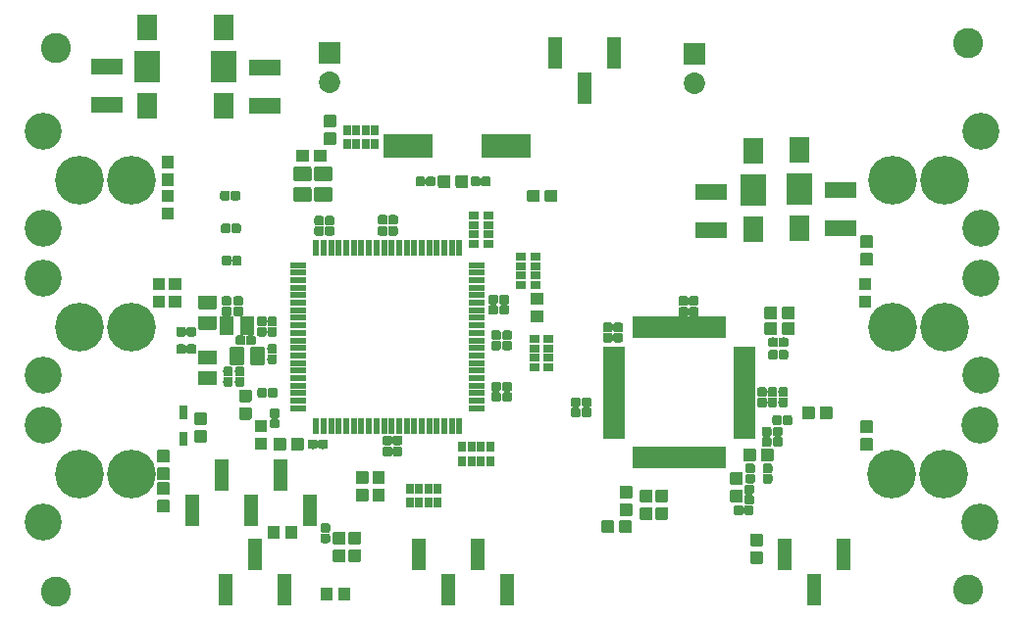
<source format=gts>
%TF.GenerationSoftware,KiCad,Pcbnew,(5.0.0-rc2-dev-279-g5b653c0c1)*%
%TF.CreationDate,2018-07-19T10:29:47+12:00*%
%TF.ProjectId,veb,7665622E6B696361645F706362000000,0.1*%
%TF.SameCoordinates,Original*%
%TF.FileFunction,Soldermask,Top*%
%TF.FilePolarity,Negative*%
%FSLAX46Y46*%
G04 Gerber Fmt 4.6, Leading zero omitted, Abs format (unit mm)*
G04 Created by KiCad (PCBNEW (5.0.0-rc2-dev-279-g5b653c0c1)) date 07/19/18 10:29:47*
%MOMM*%
%LPD*%
G01*
G04 APERTURE LIST*
%ADD10R,0.603200X1.403200*%
%ADD11R,1.403200X0.603200*%
%ADD12C,2.600000*%
%ADD13C,4.210000*%
%ADD14C,3.200000*%
%ADD15C,0.100000*%
%ADD16C,0.838200*%
%ADD17C,1.219200*%
%ADD18R,2.703200X1.403200*%
%ADD19R,1.854200X1.854200*%
%ADD20C,1.854200*%
%ADD21R,0.703200X1.303200*%
%ADD22R,1.803200X2.203200*%
%ADD23R,2.203200X2.803200*%
%ADD24R,1.203200X2.703200*%
%ADD25R,4.213200X2.133600*%
%ADD26C,1.092200*%
%ADD27R,0.482600X1.866900*%
%ADD28R,1.866900X0.482600*%
%ADD29R,0.703200X0.853200*%
%ADD30R,0.853200X0.703200*%
G04 APERTURE END LIST*
D10*
X144046100Y-113968600D03*
X143396100Y-113968600D03*
X142746100Y-113968600D03*
X142096100Y-113968600D03*
X141446100Y-113968600D03*
X140796100Y-113968600D03*
X140146100Y-113968600D03*
X139496100Y-113968600D03*
X138846100Y-113968600D03*
X138196100Y-113968600D03*
X137546100Y-113968600D03*
X136896100Y-113968600D03*
X136246100Y-113968600D03*
X135596100Y-113968600D03*
X134946100Y-113968600D03*
X134296100Y-113968600D03*
X133646100Y-113968600D03*
X132996100Y-113968600D03*
X132346100Y-113968600D03*
X131696100Y-113968600D03*
D11*
X130171100Y-112443600D03*
X130171100Y-111793600D03*
X130171100Y-111143600D03*
X130171100Y-110493600D03*
X130171100Y-109843600D03*
X130171100Y-109193600D03*
X130171100Y-108543600D03*
X130171100Y-107893600D03*
X130171100Y-107243600D03*
X130171100Y-106593600D03*
X130171100Y-105943600D03*
X130171100Y-105293600D03*
X130171100Y-104643600D03*
X130171100Y-103993600D03*
X130171100Y-103343600D03*
X130171100Y-102693600D03*
X130171100Y-102043600D03*
X130171100Y-101393600D03*
X130171100Y-100743600D03*
X130171100Y-100093600D03*
D10*
X131696100Y-98568600D03*
X132346100Y-98568600D03*
X132996100Y-98568600D03*
X133646100Y-98568600D03*
X134296100Y-98568600D03*
X134946100Y-98568600D03*
X135596100Y-98568600D03*
X136246100Y-98568600D03*
X136896100Y-98568600D03*
X137546100Y-98568600D03*
X138196100Y-98568600D03*
X138846100Y-98568600D03*
X139496100Y-98568600D03*
X140146100Y-98568600D03*
X140796100Y-98568600D03*
X141446100Y-98568600D03*
X142096100Y-98568600D03*
X142746100Y-98568600D03*
X143396100Y-98568600D03*
X144046100Y-98568600D03*
D11*
X145571100Y-100093600D03*
X145571100Y-100743600D03*
X145571100Y-101393600D03*
X145571100Y-102043600D03*
X145571100Y-102693600D03*
X145571100Y-103343600D03*
X145571100Y-103993600D03*
X145571100Y-104643600D03*
X145571100Y-105293600D03*
X145571100Y-105943600D03*
X145571100Y-106593600D03*
X145571100Y-107243600D03*
X145571100Y-107893600D03*
X145571100Y-108543600D03*
X145571100Y-109193600D03*
X145571100Y-109843600D03*
X145571100Y-110493600D03*
X145571100Y-111143600D03*
X145571100Y-111793600D03*
X145571100Y-112443600D03*
D12*
X187960000Y-128143000D03*
X109220000Y-128270000D03*
D13*
X115752000Y-92710000D03*
X111252000Y-92710000D03*
D14*
X108102000Y-96885000D03*
X108102000Y-88535000D03*
D13*
X115752000Y-105410000D03*
X111252000Y-105410000D03*
D14*
X108102000Y-109585000D03*
X108102000Y-101235000D03*
D13*
X115752000Y-118110000D03*
X111252000Y-118110000D03*
D14*
X108102000Y-122285000D03*
X108102000Y-113935000D03*
D13*
X181428000Y-92710000D03*
X185928000Y-92710000D03*
D14*
X189078000Y-88535000D03*
X189078000Y-96885000D03*
D13*
X181428000Y-105410000D03*
X185928000Y-105410000D03*
D14*
X189078000Y-101235000D03*
X189078000Y-109585000D03*
D13*
X181326000Y-118110000D03*
X185826000Y-118110000D03*
D14*
X188976000Y-113935000D03*
X188976000Y-122285000D03*
D12*
X187960000Y-80899000D03*
D15*
G36*
X147197564Y-103532759D02*
X147217906Y-103535776D01*
X147237854Y-103540773D01*
X147257216Y-103547701D01*
X147275806Y-103556493D01*
X147293445Y-103567066D01*
X147309962Y-103579316D01*
X147325199Y-103593126D01*
X147339009Y-103608363D01*
X147351259Y-103624880D01*
X147361832Y-103642519D01*
X147370624Y-103661109D01*
X147377552Y-103680471D01*
X147382549Y-103700419D01*
X147385566Y-103720761D01*
X147386575Y-103741300D01*
X147386575Y-104160400D01*
X147385566Y-104180939D01*
X147382549Y-104201281D01*
X147377552Y-104221229D01*
X147370624Y-104240591D01*
X147361832Y-104259181D01*
X147351259Y-104276820D01*
X147339009Y-104293337D01*
X147325199Y-104308574D01*
X147309962Y-104322384D01*
X147293445Y-104334634D01*
X147275806Y-104345207D01*
X147257216Y-104353999D01*
X147237854Y-104360927D01*
X147217906Y-104365924D01*
X147197564Y-104368941D01*
X147177025Y-104369950D01*
X146757925Y-104369950D01*
X146737386Y-104368941D01*
X146717044Y-104365924D01*
X146697096Y-104360927D01*
X146677734Y-104353999D01*
X146659144Y-104345207D01*
X146641505Y-104334634D01*
X146624988Y-104322384D01*
X146609751Y-104308574D01*
X146595941Y-104293337D01*
X146583691Y-104276820D01*
X146573118Y-104259181D01*
X146564326Y-104240591D01*
X146557398Y-104221229D01*
X146552401Y-104201281D01*
X146549384Y-104180939D01*
X146548375Y-104160400D01*
X146548375Y-103741300D01*
X146549384Y-103720761D01*
X146552401Y-103700419D01*
X146557398Y-103680471D01*
X146564326Y-103661109D01*
X146573118Y-103642519D01*
X146583691Y-103624880D01*
X146595941Y-103608363D01*
X146609751Y-103593126D01*
X146624988Y-103579316D01*
X146641505Y-103567066D01*
X146659144Y-103556493D01*
X146677734Y-103547701D01*
X146697096Y-103540773D01*
X146717044Y-103535776D01*
X146737386Y-103532759D01*
X146757925Y-103531750D01*
X147177025Y-103531750D01*
X147197564Y-103532759D01*
X147197564Y-103532759D01*
G37*
D16*
X146967475Y-103950850D03*
D15*
G36*
X147197564Y-102643759D02*
X147217906Y-102646776D01*
X147237854Y-102651773D01*
X147257216Y-102658701D01*
X147275806Y-102667493D01*
X147293445Y-102678066D01*
X147309962Y-102690316D01*
X147325199Y-102704126D01*
X147339009Y-102719363D01*
X147351259Y-102735880D01*
X147361832Y-102753519D01*
X147370624Y-102772109D01*
X147377552Y-102791471D01*
X147382549Y-102811419D01*
X147385566Y-102831761D01*
X147386575Y-102852300D01*
X147386575Y-103271400D01*
X147385566Y-103291939D01*
X147382549Y-103312281D01*
X147377552Y-103332229D01*
X147370624Y-103351591D01*
X147361832Y-103370181D01*
X147351259Y-103387820D01*
X147339009Y-103404337D01*
X147325199Y-103419574D01*
X147309962Y-103433384D01*
X147293445Y-103445634D01*
X147275806Y-103456207D01*
X147257216Y-103464999D01*
X147237854Y-103471927D01*
X147217906Y-103476924D01*
X147197564Y-103479941D01*
X147177025Y-103480950D01*
X146757925Y-103480950D01*
X146737386Y-103479941D01*
X146717044Y-103476924D01*
X146697096Y-103471927D01*
X146677734Y-103464999D01*
X146659144Y-103456207D01*
X146641505Y-103445634D01*
X146624988Y-103433384D01*
X146609751Y-103419574D01*
X146595941Y-103404337D01*
X146583691Y-103387820D01*
X146573118Y-103370181D01*
X146564326Y-103351591D01*
X146557398Y-103332229D01*
X146552401Y-103312281D01*
X146549384Y-103291939D01*
X146548375Y-103271400D01*
X146548375Y-102852300D01*
X146549384Y-102831761D01*
X146552401Y-102811419D01*
X146557398Y-102791471D01*
X146564326Y-102772109D01*
X146573118Y-102753519D01*
X146583691Y-102735880D01*
X146595941Y-102719363D01*
X146609751Y-102704126D01*
X146624988Y-102690316D01*
X146641505Y-102678066D01*
X146659144Y-102667493D01*
X146677734Y-102658701D01*
X146697096Y-102651773D01*
X146717044Y-102646776D01*
X146737386Y-102643759D01*
X146757925Y-102642750D01*
X147177025Y-102642750D01*
X147197564Y-102643759D01*
X147197564Y-102643759D01*
G37*
D16*
X146967475Y-103061850D03*
D15*
G36*
X147451564Y-106612509D02*
X147471906Y-106615526D01*
X147491854Y-106620523D01*
X147511216Y-106627451D01*
X147529806Y-106636243D01*
X147547445Y-106646816D01*
X147563962Y-106659066D01*
X147579199Y-106672876D01*
X147593009Y-106688113D01*
X147605259Y-106704630D01*
X147615832Y-106722269D01*
X147624624Y-106740859D01*
X147631552Y-106760221D01*
X147636549Y-106780169D01*
X147639566Y-106800511D01*
X147640575Y-106821050D01*
X147640575Y-107240150D01*
X147639566Y-107260689D01*
X147636549Y-107281031D01*
X147631552Y-107300979D01*
X147624624Y-107320341D01*
X147615832Y-107338931D01*
X147605259Y-107356570D01*
X147593009Y-107373087D01*
X147579199Y-107388324D01*
X147563962Y-107402134D01*
X147547445Y-107414384D01*
X147529806Y-107424957D01*
X147511216Y-107433749D01*
X147491854Y-107440677D01*
X147471906Y-107445674D01*
X147451564Y-107448691D01*
X147431025Y-107449700D01*
X147011925Y-107449700D01*
X146991386Y-107448691D01*
X146971044Y-107445674D01*
X146951096Y-107440677D01*
X146931734Y-107433749D01*
X146913144Y-107424957D01*
X146895505Y-107414384D01*
X146878988Y-107402134D01*
X146863751Y-107388324D01*
X146849941Y-107373087D01*
X146837691Y-107356570D01*
X146827118Y-107338931D01*
X146818326Y-107320341D01*
X146811398Y-107300979D01*
X146806401Y-107281031D01*
X146803384Y-107260689D01*
X146802375Y-107240150D01*
X146802375Y-106821050D01*
X146803384Y-106800511D01*
X146806401Y-106780169D01*
X146811398Y-106760221D01*
X146818326Y-106740859D01*
X146827118Y-106722269D01*
X146837691Y-106704630D01*
X146849941Y-106688113D01*
X146863751Y-106672876D01*
X146878988Y-106659066D01*
X146895505Y-106646816D01*
X146913144Y-106636243D01*
X146931734Y-106627451D01*
X146951096Y-106620523D01*
X146971044Y-106615526D01*
X146991386Y-106612509D01*
X147011925Y-106611500D01*
X147431025Y-106611500D01*
X147451564Y-106612509D01*
X147451564Y-106612509D01*
G37*
D16*
X147221475Y-107030600D03*
D15*
G36*
X147451564Y-105723509D02*
X147471906Y-105726526D01*
X147491854Y-105731523D01*
X147511216Y-105738451D01*
X147529806Y-105747243D01*
X147547445Y-105757816D01*
X147563962Y-105770066D01*
X147579199Y-105783876D01*
X147593009Y-105799113D01*
X147605259Y-105815630D01*
X147615832Y-105833269D01*
X147624624Y-105851859D01*
X147631552Y-105871221D01*
X147636549Y-105891169D01*
X147639566Y-105911511D01*
X147640575Y-105932050D01*
X147640575Y-106351150D01*
X147639566Y-106371689D01*
X147636549Y-106392031D01*
X147631552Y-106411979D01*
X147624624Y-106431341D01*
X147615832Y-106449931D01*
X147605259Y-106467570D01*
X147593009Y-106484087D01*
X147579199Y-106499324D01*
X147563962Y-106513134D01*
X147547445Y-106525384D01*
X147529806Y-106535957D01*
X147511216Y-106544749D01*
X147491854Y-106551677D01*
X147471906Y-106556674D01*
X147451564Y-106559691D01*
X147431025Y-106560700D01*
X147011925Y-106560700D01*
X146991386Y-106559691D01*
X146971044Y-106556674D01*
X146951096Y-106551677D01*
X146931734Y-106544749D01*
X146913144Y-106535957D01*
X146895505Y-106525384D01*
X146878988Y-106513134D01*
X146863751Y-106499324D01*
X146849941Y-106484087D01*
X146837691Y-106467570D01*
X146827118Y-106449931D01*
X146818326Y-106431341D01*
X146811398Y-106411979D01*
X146806401Y-106392031D01*
X146803384Y-106371689D01*
X146802375Y-106351150D01*
X146802375Y-105932050D01*
X146803384Y-105911511D01*
X146806401Y-105891169D01*
X146811398Y-105871221D01*
X146818326Y-105851859D01*
X146827118Y-105833269D01*
X146837691Y-105815630D01*
X146849941Y-105799113D01*
X146863751Y-105783876D01*
X146878988Y-105770066D01*
X146895505Y-105757816D01*
X146913144Y-105747243D01*
X146931734Y-105738451D01*
X146951096Y-105731523D01*
X146971044Y-105726526D01*
X146991386Y-105723509D01*
X147011925Y-105722500D01*
X147431025Y-105722500D01*
X147451564Y-105723509D01*
X147451564Y-105723509D01*
G37*
D16*
X147221475Y-106141600D03*
D15*
G36*
X148404064Y-106612509D02*
X148424406Y-106615526D01*
X148444354Y-106620523D01*
X148463716Y-106627451D01*
X148482306Y-106636243D01*
X148499945Y-106646816D01*
X148516462Y-106659066D01*
X148531699Y-106672876D01*
X148545509Y-106688113D01*
X148557759Y-106704630D01*
X148568332Y-106722269D01*
X148577124Y-106740859D01*
X148584052Y-106760221D01*
X148589049Y-106780169D01*
X148592066Y-106800511D01*
X148593075Y-106821050D01*
X148593075Y-107240150D01*
X148592066Y-107260689D01*
X148589049Y-107281031D01*
X148584052Y-107300979D01*
X148577124Y-107320341D01*
X148568332Y-107338931D01*
X148557759Y-107356570D01*
X148545509Y-107373087D01*
X148531699Y-107388324D01*
X148516462Y-107402134D01*
X148499945Y-107414384D01*
X148482306Y-107424957D01*
X148463716Y-107433749D01*
X148444354Y-107440677D01*
X148424406Y-107445674D01*
X148404064Y-107448691D01*
X148383525Y-107449700D01*
X147964425Y-107449700D01*
X147943886Y-107448691D01*
X147923544Y-107445674D01*
X147903596Y-107440677D01*
X147884234Y-107433749D01*
X147865644Y-107424957D01*
X147848005Y-107414384D01*
X147831488Y-107402134D01*
X147816251Y-107388324D01*
X147802441Y-107373087D01*
X147790191Y-107356570D01*
X147779618Y-107338931D01*
X147770826Y-107320341D01*
X147763898Y-107300979D01*
X147758901Y-107281031D01*
X147755884Y-107260689D01*
X147754875Y-107240150D01*
X147754875Y-106821050D01*
X147755884Y-106800511D01*
X147758901Y-106780169D01*
X147763898Y-106760221D01*
X147770826Y-106740859D01*
X147779618Y-106722269D01*
X147790191Y-106704630D01*
X147802441Y-106688113D01*
X147816251Y-106672876D01*
X147831488Y-106659066D01*
X147848005Y-106646816D01*
X147865644Y-106636243D01*
X147884234Y-106627451D01*
X147903596Y-106620523D01*
X147923544Y-106615526D01*
X147943886Y-106612509D01*
X147964425Y-106611500D01*
X148383525Y-106611500D01*
X148404064Y-106612509D01*
X148404064Y-106612509D01*
G37*
D16*
X148173975Y-107030600D03*
D15*
G36*
X148404064Y-105723509D02*
X148424406Y-105726526D01*
X148444354Y-105731523D01*
X148463716Y-105738451D01*
X148482306Y-105747243D01*
X148499945Y-105757816D01*
X148516462Y-105770066D01*
X148531699Y-105783876D01*
X148545509Y-105799113D01*
X148557759Y-105815630D01*
X148568332Y-105833269D01*
X148577124Y-105851859D01*
X148584052Y-105871221D01*
X148589049Y-105891169D01*
X148592066Y-105911511D01*
X148593075Y-105932050D01*
X148593075Y-106351150D01*
X148592066Y-106371689D01*
X148589049Y-106392031D01*
X148584052Y-106411979D01*
X148577124Y-106431341D01*
X148568332Y-106449931D01*
X148557759Y-106467570D01*
X148545509Y-106484087D01*
X148531699Y-106499324D01*
X148516462Y-106513134D01*
X148499945Y-106525384D01*
X148482306Y-106535957D01*
X148463716Y-106544749D01*
X148444354Y-106551677D01*
X148424406Y-106556674D01*
X148404064Y-106559691D01*
X148383525Y-106560700D01*
X147964425Y-106560700D01*
X147943886Y-106559691D01*
X147923544Y-106556674D01*
X147903596Y-106551677D01*
X147884234Y-106544749D01*
X147865644Y-106535957D01*
X147848005Y-106525384D01*
X147831488Y-106513134D01*
X147816251Y-106499324D01*
X147802441Y-106484087D01*
X147790191Y-106467570D01*
X147779618Y-106449931D01*
X147770826Y-106431341D01*
X147763898Y-106411979D01*
X147758901Y-106392031D01*
X147755884Y-106371689D01*
X147754875Y-106351150D01*
X147754875Y-105932050D01*
X147755884Y-105911511D01*
X147758901Y-105891169D01*
X147763898Y-105871221D01*
X147770826Y-105851859D01*
X147779618Y-105833269D01*
X147790191Y-105815630D01*
X147802441Y-105799113D01*
X147816251Y-105783876D01*
X147831488Y-105770066D01*
X147848005Y-105757816D01*
X147865644Y-105747243D01*
X147884234Y-105738451D01*
X147903596Y-105731523D01*
X147923544Y-105726526D01*
X147943886Y-105723509D01*
X147964425Y-105722500D01*
X148383525Y-105722500D01*
X148404064Y-105723509D01*
X148404064Y-105723509D01*
G37*
D16*
X148173975Y-106141600D03*
D15*
G36*
X147451564Y-111057509D02*
X147471906Y-111060526D01*
X147491854Y-111065523D01*
X147511216Y-111072451D01*
X147529806Y-111081243D01*
X147547445Y-111091816D01*
X147563962Y-111104066D01*
X147579199Y-111117876D01*
X147593009Y-111133113D01*
X147605259Y-111149630D01*
X147615832Y-111167269D01*
X147624624Y-111185859D01*
X147631552Y-111205221D01*
X147636549Y-111225169D01*
X147639566Y-111245511D01*
X147640575Y-111266050D01*
X147640575Y-111685150D01*
X147639566Y-111705689D01*
X147636549Y-111726031D01*
X147631552Y-111745979D01*
X147624624Y-111765341D01*
X147615832Y-111783931D01*
X147605259Y-111801570D01*
X147593009Y-111818087D01*
X147579199Y-111833324D01*
X147563962Y-111847134D01*
X147547445Y-111859384D01*
X147529806Y-111869957D01*
X147511216Y-111878749D01*
X147491854Y-111885677D01*
X147471906Y-111890674D01*
X147451564Y-111893691D01*
X147431025Y-111894700D01*
X147011925Y-111894700D01*
X146991386Y-111893691D01*
X146971044Y-111890674D01*
X146951096Y-111885677D01*
X146931734Y-111878749D01*
X146913144Y-111869957D01*
X146895505Y-111859384D01*
X146878988Y-111847134D01*
X146863751Y-111833324D01*
X146849941Y-111818087D01*
X146837691Y-111801570D01*
X146827118Y-111783931D01*
X146818326Y-111765341D01*
X146811398Y-111745979D01*
X146806401Y-111726031D01*
X146803384Y-111705689D01*
X146802375Y-111685150D01*
X146802375Y-111266050D01*
X146803384Y-111245511D01*
X146806401Y-111225169D01*
X146811398Y-111205221D01*
X146818326Y-111185859D01*
X146827118Y-111167269D01*
X146837691Y-111149630D01*
X146849941Y-111133113D01*
X146863751Y-111117876D01*
X146878988Y-111104066D01*
X146895505Y-111091816D01*
X146913144Y-111081243D01*
X146931734Y-111072451D01*
X146951096Y-111065523D01*
X146971044Y-111060526D01*
X146991386Y-111057509D01*
X147011925Y-111056500D01*
X147431025Y-111056500D01*
X147451564Y-111057509D01*
X147451564Y-111057509D01*
G37*
D16*
X147221475Y-111475600D03*
D15*
G36*
X147451564Y-110168509D02*
X147471906Y-110171526D01*
X147491854Y-110176523D01*
X147511216Y-110183451D01*
X147529806Y-110192243D01*
X147547445Y-110202816D01*
X147563962Y-110215066D01*
X147579199Y-110228876D01*
X147593009Y-110244113D01*
X147605259Y-110260630D01*
X147615832Y-110278269D01*
X147624624Y-110296859D01*
X147631552Y-110316221D01*
X147636549Y-110336169D01*
X147639566Y-110356511D01*
X147640575Y-110377050D01*
X147640575Y-110796150D01*
X147639566Y-110816689D01*
X147636549Y-110837031D01*
X147631552Y-110856979D01*
X147624624Y-110876341D01*
X147615832Y-110894931D01*
X147605259Y-110912570D01*
X147593009Y-110929087D01*
X147579199Y-110944324D01*
X147563962Y-110958134D01*
X147547445Y-110970384D01*
X147529806Y-110980957D01*
X147511216Y-110989749D01*
X147491854Y-110996677D01*
X147471906Y-111001674D01*
X147451564Y-111004691D01*
X147431025Y-111005700D01*
X147011925Y-111005700D01*
X146991386Y-111004691D01*
X146971044Y-111001674D01*
X146951096Y-110996677D01*
X146931734Y-110989749D01*
X146913144Y-110980957D01*
X146895505Y-110970384D01*
X146878988Y-110958134D01*
X146863751Y-110944324D01*
X146849941Y-110929087D01*
X146837691Y-110912570D01*
X146827118Y-110894931D01*
X146818326Y-110876341D01*
X146811398Y-110856979D01*
X146806401Y-110837031D01*
X146803384Y-110816689D01*
X146802375Y-110796150D01*
X146802375Y-110377050D01*
X146803384Y-110356511D01*
X146806401Y-110336169D01*
X146811398Y-110316221D01*
X146818326Y-110296859D01*
X146827118Y-110278269D01*
X146837691Y-110260630D01*
X146849941Y-110244113D01*
X146863751Y-110228876D01*
X146878988Y-110215066D01*
X146895505Y-110202816D01*
X146913144Y-110192243D01*
X146931734Y-110183451D01*
X146951096Y-110176523D01*
X146971044Y-110171526D01*
X146991386Y-110168509D01*
X147011925Y-110167500D01*
X147431025Y-110167500D01*
X147451564Y-110168509D01*
X147451564Y-110168509D01*
G37*
D16*
X147221475Y-110586600D03*
D15*
G36*
X148404064Y-111057509D02*
X148424406Y-111060526D01*
X148444354Y-111065523D01*
X148463716Y-111072451D01*
X148482306Y-111081243D01*
X148499945Y-111091816D01*
X148516462Y-111104066D01*
X148531699Y-111117876D01*
X148545509Y-111133113D01*
X148557759Y-111149630D01*
X148568332Y-111167269D01*
X148577124Y-111185859D01*
X148584052Y-111205221D01*
X148589049Y-111225169D01*
X148592066Y-111245511D01*
X148593075Y-111266050D01*
X148593075Y-111685150D01*
X148592066Y-111705689D01*
X148589049Y-111726031D01*
X148584052Y-111745979D01*
X148577124Y-111765341D01*
X148568332Y-111783931D01*
X148557759Y-111801570D01*
X148545509Y-111818087D01*
X148531699Y-111833324D01*
X148516462Y-111847134D01*
X148499945Y-111859384D01*
X148482306Y-111869957D01*
X148463716Y-111878749D01*
X148444354Y-111885677D01*
X148424406Y-111890674D01*
X148404064Y-111893691D01*
X148383525Y-111894700D01*
X147964425Y-111894700D01*
X147943886Y-111893691D01*
X147923544Y-111890674D01*
X147903596Y-111885677D01*
X147884234Y-111878749D01*
X147865644Y-111869957D01*
X147848005Y-111859384D01*
X147831488Y-111847134D01*
X147816251Y-111833324D01*
X147802441Y-111818087D01*
X147790191Y-111801570D01*
X147779618Y-111783931D01*
X147770826Y-111765341D01*
X147763898Y-111745979D01*
X147758901Y-111726031D01*
X147755884Y-111705689D01*
X147754875Y-111685150D01*
X147754875Y-111266050D01*
X147755884Y-111245511D01*
X147758901Y-111225169D01*
X147763898Y-111205221D01*
X147770826Y-111185859D01*
X147779618Y-111167269D01*
X147790191Y-111149630D01*
X147802441Y-111133113D01*
X147816251Y-111117876D01*
X147831488Y-111104066D01*
X147848005Y-111091816D01*
X147865644Y-111081243D01*
X147884234Y-111072451D01*
X147903596Y-111065523D01*
X147923544Y-111060526D01*
X147943886Y-111057509D01*
X147964425Y-111056500D01*
X148383525Y-111056500D01*
X148404064Y-111057509D01*
X148404064Y-111057509D01*
G37*
D16*
X148173975Y-111475600D03*
D15*
G36*
X148404064Y-110168509D02*
X148424406Y-110171526D01*
X148444354Y-110176523D01*
X148463716Y-110183451D01*
X148482306Y-110192243D01*
X148499945Y-110202816D01*
X148516462Y-110215066D01*
X148531699Y-110228876D01*
X148545509Y-110244113D01*
X148557759Y-110260630D01*
X148568332Y-110278269D01*
X148577124Y-110296859D01*
X148584052Y-110316221D01*
X148589049Y-110336169D01*
X148592066Y-110356511D01*
X148593075Y-110377050D01*
X148593075Y-110796150D01*
X148592066Y-110816689D01*
X148589049Y-110837031D01*
X148584052Y-110856979D01*
X148577124Y-110876341D01*
X148568332Y-110894931D01*
X148557759Y-110912570D01*
X148545509Y-110929087D01*
X148531699Y-110944324D01*
X148516462Y-110958134D01*
X148499945Y-110970384D01*
X148482306Y-110980957D01*
X148463716Y-110989749D01*
X148444354Y-110996677D01*
X148424406Y-111001674D01*
X148404064Y-111004691D01*
X148383525Y-111005700D01*
X147964425Y-111005700D01*
X147943886Y-111004691D01*
X147923544Y-111001674D01*
X147903596Y-110996677D01*
X147884234Y-110989749D01*
X147865644Y-110980957D01*
X147848005Y-110970384D01*
X147831488Y-110958134D01*
X147816251Y-110944324D01*
X147802441Y-110929087D01*
X147790191Y-110912570D01*
X147779618Y-110894931D01*
X147770826Y-110876341D01*
X147763898Y-110856979D01*
X147758901Y-110837031D01*
X147755884Y-110816689D01*
X147754875Y-110796150D01*
X147754875Y-110377050D01*
X147755884Y-110356511D01*
X147758901Y-110336169D01*
X147763898Y-110316221D01*
X147770826Y-110296859D01*
X147779618Y-110278269D01*
X147790191Y-110260630D01*
X147802441Y-110244113D01*
X147816251Y-110228876D01*
X147831488Y-110215066D01*
X147848005Y-110202816D01*
X147865644Y-110192243D01*
X147884234Y-110183451D01*
X147903596Y-110176523D01*
X147923544Y-110171526D01*
X147943886Y-110168509D01*
X147964425Y-110167500D01*
X148383525Y-110167500D01*
X148404064Y-110168509D01*
X148404064Y-110168509D01*
G37*
D16*
X148173975Y-110586600D03*
D15*
G36*
X138545689Y-96706509D02*
X138566031Y-96709526D01*
X138585979Y-96714523D01*
X138605341Y-96721451D01*
X138623931Y-96730243D01*
X138641570Y-96740816D01*
X138658087Y-96753066D01*
X138673324Y-96766876D01*
X138687134Y-96782113D01*
X138699384Y-96798630D01*
X138709957Y-96816269D01*
X138718749Y-96834859D01*
X138725677Y-96854221D01*
X138730674Y-96874169D01*
X138733691Y-96894511D01*
X138734700Y-96915050D01*
X138734700Y-97334150D01*
X138733691Y-97354689D01*
X138730674Y-97375031D01*
X138725677Y-97394979D01*
X138718749Y-97414341D01*
X138709957Y-97432931D01*
X138699384Y-97450570D01*
X138687134Y-97467087D01*
X138673324Y-97482324D01*
X138658087Y-97496134D01*
X138641570Y-97508384D01*
X138623931Y-97518957D01*
X138605341Y-97527749D01*
X138585979Y-97534677D01*
X138566031Y-97539674D01*
X138545689Y-97542691D01*
X138525150Y-97543700D01*
X138106050Y-97543700D01*
X138085511Y-97542691D01*
X138065169Y-97539674D01*
X138045221Y-97534677D01*
X138025859Y-97527749D01*
X138007269Y-97518957D01*
X137989630Y-97508384D01*
X137973113Y-97496134D01*
X137957876Y-97482324D01*
X137944066Y-97467087D01*
X137931816Y-97450570D01*
X137921243Y-97432931D01*
X137912451Y-97414341D01*
X137905523Y-97394979D01*
X137900526Y-97375031D01*
X137897509Y-97354689D01*
X137896500Y-97334150D01*
X137896500Y-96915050D01*
X137897509Y-96894511D01*
X137900526Y-96874169D01*
X137905523Y-96854221D01*
X137912451Y-96834859D01*
X137921243Y-96816269D01*
X137931816Y-96798630D01*
X137944066Y-96782113D01*
X137957876Y-96766876D01*
X137973113Y-96753066D01*
X137989630Y-96740816D01*
X138007269Y-96730243D01*
X138025859Y-96721451D01*
X138045221Y-96714523D01*
X138065169Y-96709526D01*
X138085511Y-96706509D01*
X138106050Y-96705500D01*
X138525150Y-96705500D01*
X138545689Y-96706509D01*
X138545689Y-96706509D01*
G37*
D16*
X138315600Y-97124600D03*
D15*
G36*
X137656689Y-96706509D02*
X137677031Y-96709526D01*
X137696979Y-96714523D01*
X137716341Y-96721451D01*
X137734931Y-96730243D01*
X137752570Y-96740816D01*
X137769087Y-96753066D01*
X137784324Y-96766876D01*
X137798134Y-96782113D01*
X137810384Y-96798630D01*
X137820957Y-96816269D01*
X137829749Y-96834859D01*
X137836677Y-96854221D01*
X137841674Y-96874169D01*
X137844691Y-96894511D01*
X137845700Y-96915050D01*
X137845700Y-97334150D01*
X137844691Y-97354689D01*
X137841674Y-97375031D01*
X137836677Y-97394979D01*
X137829749Y-97414341D01*
X137820957Y-97432931D01*
X137810384Y-97450570D01*
X137798134Y-97467087D01*
X137784324Y-97482324D01*
X137769087Y-97496134D01*
X137752570Y-97508384D01*
X137734931Y-97518957D01*
X137716341Y-97527749D01*
X137696979Y-97534677D01*
X137677031Y-97539674D01*
X137656689Y-97542691D01*
X137636150Y-97543700D01*
X137217050Y-97543700D01*
X137196511Y-97542691D01*
X137176169Y-97539674D01*
X137156221Y-97534677D01*
X137136859Y-97527749D01*
X137118269Y-97518957D01*
X137100630Y-97508384D01*
X137084113Y-97496134D01*
X137068876Y-97482324D01*
X137055066Y-97467087D01*
X137042816Y-97450570D01*
X137032243Y-97432931D01*
X137023451Y-97414341D01*
X137016523Y-97394979D01*
X137011526Y-97375031D01*
X137008509Y-97354689D01*
X137007500Y-97334150D01*
X137007500Y-96915050D01*
X137008509Y-96894511D01*
X137011526Y-96874169D01*
X137016523Y-96854221D01*
X137023451Y-96834859D01*
X137032243Y-96816269D01*
X137042816Y-96798630D01*
X137055066Y-96782113D01*
X137068876Y-96766876D01*
X137084113Y-96753066D01*
X137100630Y-96740816D01*
X137118269Y-96730243D01*
X137136859Y-96721451D01*
X137156221Y-96714523D01*
X137176169Y-96709526D01*
X137196511Y-96706509D01*
X137217050Y-96705500D01*
X137636150Y-96705500D01*
X137656689Y-96706509D01*
X137656689Y-96706509D01*
G37*
D16*
X137426600Y-97124600D03*
D15*
G36*
X138545689Y-95754009D02*
X138566031Y-95757026D01*
X138585979Y-95762023D01*
X138605341Y-95768951D01*
X138623931Y-95777743D01*
X138641570Y-95788316D01*
X138658087Y-95800566D01*
X138673324Y-95814376D01*
X138687134Y-95829613D01*
X138699384Y-95846130D01*
X138709957Y-95863769D01*
X138718749Y-95882359D01*
X138725677Y-95901721D01*
X138730674Y-95921669D01*
X138733691Y-95942011D01*
X138734700Y-95962550D01*
X138734700Y-96381650D01*
X138733691Y-96402189D01*
X138730674Y-96422531D01*
X138725677Y-96442479D01*
X138718749Y-96461841D01*
X138709957Y-96480431D01*
X138699384Y-96498070D01*
X138687134Y-96514587D01*
X138673324Y-96529824D01*
X138658087Y-96543634D01*
X138641570Y-96555884D01*
X138623931Y-96566457D01*
X138605341Y-96575249D01*
X138585979Y-96582177D01*
X138566031Y-96587174D01*
X138545689Y-96590191D01*
X138525150Y-96591200D01*
X138106050Y-96591200D01*
X138085511Y-96590191D01*
X138065169Y-96587174D01*
X138045221Y-96582177D01*
X138025859Y-96575249D01*
X138007269Y-96566457D01*
X137989630Y-96555884D01*
X137973113Y-96543634D01*
X137957876Y-96529824D01*
X137944066Y-96514587D01*
X137931816Y-96498070D01*
X137921243Y-96480431D01*
X137912451Y-96461841D01*
X137905523Y-96442479D01*
X137900526Y-96422531D01*
X137897509Y-96402189D01*
X137896500Y-96381650D01*
X137896500Y-95962550D01*
X137897509Y-95942011D01*
X137900526Y-95921669D01*
X137905523Y-95901721D01*
X137912451Y-95882359D01*
X137921243Y-95863769D01*
X137931816Y-95846130D01*
X137944066Y-95829613D01*
X137957876Y-95814376D01*
X137973113Y-95800566D01*
X137989630Y-95788316D01*
X138007269Y-95777743D01*
X138025859Y-95768951D01*
X138045221Y-95762023D01*
X138065169Y-95757026D01*
X138085511Y-95754009D01*
X138106050Y-95753000D01*
X138525150Y-95753000D01*
X138545689Y-95754009D01*
X138545689Y-95754009D01*
G37*
D16*
X138315600Y-96172100D03*
D15*
G36*
X137656689Y-95754009D02*
X137677031Y-95757026D01*
X137696979Y-95762023D01*
X137716341Y-95768951D01*
X137734931Y-95777743D01*
X137752570Y-95788316D01*
X137769087Y-95800566D01*
X137784324Y-95814376D01*
X137798134Y-95829613D01*
X137810384Y-95846130D01*
X137820957Y-95863769D01*
X137829749Y-95882359D01*
X137836677Y-95901721D01*
X137841674Y-95921669D01*
X137844691Y-95942011D01*
X137845700Y-95962550D01*
X137845700Y-96381650D01*
X137844691Y-96402189D01*
X137841674Y-96422531D01*
X137836677Y-96442479D01*
X137829749Y-96461841D01*
X137820957Y-96480431D01*
X137810384Y-96498070D01*
X137798134Y-96514587D01*
X137784324Y-96529824D01*
X137769087Y-96543634D01*
X137752570Y-96555884D01*
X137734931Y-96566457D01*
X137716341Y-96575249D01*
X137696979Y-96582177D01*
X137677031Y-96587174D01*
X137656689Y-96590191D01*
X137636150Y-96591200D01*
X137217050Y-96591200D01*
X137196511Y-96590191D01*
X137176169Y-96587174D01*
X137156221Y-96582177D01*
X137136859Y-96575249D01*
X137118269Y-96566457D01*
X137100630Y-96555884D01*
X137084113Y-96543634D01*
X137068876Y-96529824D01*
X137055066Y-96514587D01*
X137042816Y-96498070D01*
X137032243Y-96480431D01*
X137023451Y-96461841D01*
X137016523Y-96442479D01*
X137011526Y-96422531D01*
X137008509Y-96402189D01*
X137007500Y-96381650D01*
X137007500Y-95962550D01*
X137008509Y-95942011D01*
X137011526Y-95921669D01*
X137016523Y-95901721D01*
X137023451Y-95882359D01*
X137032243Y-95863769D01*
X137042816Y-95846130D01*
X137055066Y-95829613D01*
X137068876Y-95814376D01*
X137084113Y-95800566D01*
X137100630Y-95788316D01*
X137118269Y-95777743D01*
X137136859Y-95768951D01*
X137156221Y-95762023D01*
X137176169Y-95757026D01*
X137196511Y-95754009D01*
X137217050Y-95753000D01*
X137636150Y-95753000D01*
X137656689Y-95754009D01*
X137656689Y-95754009D01*
G37*
D16*
X137426600Y-96172100D03*
D15*
G36*
X138053564Y-114819884D02*
X138073906Y-114822901D01*
X138093854Y-114827898D01*
X138113216Y-114834826D01*
X138131806Y-114843618D01*
X138149445Y-114854191D01*
X138165962Y-114866441D01*
X138181199Y-114880251D01*
X138195009Y-114895488D01*
X138207259Y-114912005D01*
X138217832Y-114929644D01*
X138226624Y-114948234D01*
X138233552Y-114967596D01*
X138238549Y-114987544D01*
X138241566Y-115007886D01*
X138242575Y-115028425D01*
X138242575Y-115447525D01*
X138241566Y-115468064D01*
X138238549Y-115488406D01*
X138233552Y-115508354D01*
X138226624Y-115527716D01*
X138217832Y-115546306D01*
X138207259Y-115563945D01*
X138195009Y-115580462D01*
X138181199Y-115595699D01*
X138165962Y-115609509D01*
X138149445Y-115621759D01*
X138131806Y-115632332D01*
X138113216Y-115641124D01*
X138093854Y-115648052D01*
X138073906Y-115653049D01*
X138053564Y-115656066D01*
X138033025Y-115657075D01*
X137613925Y-115657075D01*
X137593386Y-115656066D01*
X137573044Y-115653049D01*
X137553096Y-115648052D01*
X137533734Y-115641124D01*
X137515144Y-115632332D01*
X137497505Y-115621759D01*
X137480988Y-115609509D01*
X137465751Y-115595699D01*
X137451941Y-115580462D01*
X137439691Y-115563945D01*
X137429118Y-115546306D01*
X137420326Y-115527716D01*
X137413398Y-115508354D01*
X137408401Y-115488406D01*
X137405384Y-115468064D01*
X137404375Y-115447525D01*
X137404375Y-115028425D01*
X137405384Y-115007886D01*
X137408401Y-114987544D01*
X137413398Y-114967596D01*
X137420326Y-114948234D01*
X137429118Y-114929644D01*
X137439691Y-114912005D01*
X137451941Y-114895488D01*
X137465751Y-114880251D01*
X137480988Y-114866441D01*
X137497505Y-114854191D01*
X137515144Y-114843618D01*
X137533734Y-114834826D01*
X137553096Y-114827898D01*
X137573044Y-114822901D01*
X137593386Y-114819884D01*
X137613925Y-114818875D01*
X138033025Y-114818875D01*
X138053564Y-114819884D01*
X138053564Y-114819884D01*
G37*
D16*
X137823475Y-115237975D03*
D15*
G36*
X138942564Y-114819884D02*
X138962906Y-114822901D01*
X138982854Y-114827898D01*
X139002216Y-114834826D01*
X139020806Y-114843618D01*
X139038445Y-114854191D01*
X139054962Y-114866441D01*
X139070199Y-114880251D01*
X139084009Y-114895488D01*
X139096259Y-114912005D01*
X139106832Y-114929644D01*
X139115624Y-114948234D01*
X139122552Y-114967596D01*
X139127549Y-114987544D01*
X139130566Y-115007886D01*
X139131575Y-115028425D01*
X139131575Y-115447525D01*
X139130566Y-115468064D01*
X139127549Y-115488406D01*
X139122552Y-115508354D01*
X139115624Y-115527716D01*
X139106832Y-115546306D01*
X139096259Y-115563945D01*
X139084009Y-115580462D01*
X139070199Y-115595699D01*
X139054962Y-115609509D01*
X139038445Y-115621759D01*
X139020806Y-115632332D01*
X139002216Y-115641124D01*
X138982854Y-115648052D01*
X138962906Y-115653049D01*
X138942564Y-115656066D01*
X138922025Y-115657075D01*
X138502925Y-115657075D01*
X138482386Y-115656066D01*
X138462044Y-115653049D01*
X138442096Y-115648052D01*
X138422734Y-115641124D01*
X138404144Y-115632332D01*
X138386505Y-115621759D01*
X138369988Y-115609509D01*
X138354751Y-115595699D01*
X138340941Y-115580462D01*
X138328691Y-115563945D01*
X138318118Y-115546306D01*
X138309326Y-115527716D01*
X138302398Y-115508354D01*
X138297401Y-115488406D01*
X138294384Y-115468064D01*
X138293375Y-115447525D01*
X138293375Y-115028425D01*
X138294384Y-115007886D01*
X138297401Y-114987544D01*
X138302398Y-114967596D01*
X138309326Y-114948234D01*
X138318118Y-114929644D01*
X138328691Y-114912005D01*
X138340941Y-114895488D01*
X138354751Y-114880251D01*
X138369988Y-114866441D01*
X138386505Y-114854191D01*
X138404144Y-114843618D01*
X138422734Y-114834826D01*
X138442096Y-114827898D01*
X138462044Y-114822901D01*
X138482386Y-114819884D01*
X138502925Y-114818875D01*
X138922025Y-114818875D01*
X138942564Y-114819884D01*
X138942564Y-114819884D01*
G37*
D16*
X138712475Y-115237975D03*
D15*
G36*
X138053564Y-115772384D02*
X138073906Y-115775401D01*
X138093854Y-115780398D01*
X138113216Y-115787326D01*
X138131806Y-115796118D01*
X138149445Y-115806691D01*
X138165962Y-115818941D01*
X138181199Y-115832751D01*
X138195009Y-115847988D01*
X138207259Y-115864505D01*
X138217832Y-115882144D01*
X138226624Y-115900734D01*
X138233552Y-115920096D01*
X138238549Y-115940044D01*
X138241566Y-115960386D01*
X138242575Y-115980925D01*
X138242575Y-116400025D01*
X138241566Y-116420564D01*
X138238549Y-116440906D01*
X138233552Y-116460854D01*
X138226624Y-116480216D01*
X138217832Y-116498806D01*
X138207259Y-116516445D01*
X138195009Y-116532962D01*
X138181199Y-116548199D01*
X138165962Y-116562009D01*
X138149445Y-116574259D01*
X138131806Y-116584832D01*
X138113216Y-116593624D01*
X138093854Y-116600552D01*
X138073906Y-116605549D01*
X138053564Y-116608566D01*
X138033025Y-116609575D01*
X137613925Y-116609575D01*
X137593386Y-116608566D01*
X137573044Y-116605549D01*
X137553096Y-116600552D01*
X137533734Y-116593624D01*
X137515144Y-116584832D01*
X137497505Y-116574259D01*
X137480988Y-116562009D01*
X137465751Y-116548199D01*
X137451941Y-116532962D01*
X137439691Y-116516445D01*
X137429118Y-116498806D01*
X137420326Y-116480216D01*
X137413398Y-116460854D01*
X137408401Y-116440906D01*
X137405384Y-116420564D01*
X137404375Y-116400025D01*
X137404375Y-115980925D01*
X137405384Y-115960386D01*
X137408401Y-115940044D01*
X137413398Y-115920096D01*
X137420326Y-115900734D01*
X137429118Y-115882144D01*
X137439691Y-115864505D01*
X137451941Y-115847988D01*
X137465751Y-115832751D01*
X137480988Y-115818941D01*
X137497505Y-115806691D01*
X137515144Y-115796118D01*
X137533734Y-115787326D01*
X137553096Y-115780398D01*
X137573044Y-115775401D01*
X137593386Y-115772384D01*
X137613925Y-115771375D01*
X138033025Y-115771375D01*
X138053564Y-115772384D01*
X138053564Y-115772384D01*
G37*
D16*
X137823475Y-116190475D03*
D15*
G36*
X138942564Y-115772384D02*
X138962906Y-115775401D01*
X138982854Y-115780398D01*
X139002216Y-115787326D01*
X139020806Y-115796118D01*
X139038445Y-115806691D01*
X139054962Y-115818941D01*
X139070199Y-115832751D01*
X139084009Y-115847988D01*
X139096259Y-115864505D01*
X139106832Y-115882144D01*
X139115624Y-115900734D01*
X139122552Y-115920096D01*
X139127549Y-115940044D01*
X139130566Y-115960386D01*
X139131575Y-115980925D01*
X139131575Y-116400025D01*
X139130566Y-116420564D01*
X139127549Y-116440906D01*
X139122552Y-116460854D01*
X139115624Y-116480216D01*
X139106832Y-116498806D01*
X139096259Y-116516445D01*
X139084009Y-116532962D01*
X139070199Y-116548199D01*
X139054962Y-116562009D01*
X139038445Y-116574259D01*
X139020806Y-116584832D01*
X139002216Y-116593624D01*
X138982854Y-116600552D01*
X138962906Y-116605549D01*
X138942564Y-116608566D01*
X138922025Y-116609575D01*
X138502925Y-116609575D01*
X138482386Y-116608566D01*
X138462044Y-116605549D01*
X138442096Y-116600552D01*
X138422734Y-116593624D01*
X138404144Y-116584832D01*
X138386505Y-116574259D01*
X138369988Y-116562009D01*
X138354751Y-116548199D01*
X138340941Y-116532962D01*
X138328691Y-116516445D01*
X138318118Y-116498806D01*
X138309326Y-116480216D01*
X138302398Y-116460854D01*
X138297401Y-116440906D01*
X138294384Y-116420564D01*
X138293375Y-116400025D01*
X138293375Y-115980925D01*
X138294384Y-115960386D01*
X138297401Y-115940044D01*
X138302398Y-115920096D01*
X138309326Y-115900734D01*
X138318118Y-115882144D01*
X138328691Y-115864505D01*
X138340941Y-115847988D01*
X138354751Y-115832751D01*
X138369988Y-115818941D01*
X138386505Y-115806691D01*
X138404144Y-115796118D01*
X138422734Y-115787326D01*
X138442096Y-115780398D01*
X138462044Y-115775401D01*
X138482386Y-115772384D01*
X138502925Y-115771375D01*
X138922025Y-115771375D01*
X138942564Y-115772384D01*
X138942564Y-115772384D01*
G37*
D16*
X138712475Y-116190475D03*
D15*
G36*
X133068814Y-96706509D02*
X133089156Y-96709526D01*
X133109104Y-96714523D01*
X133128466Y-96721451D01*
X133147056Y-96730243D01*
X133164695Y-96740816D01*
X133181212Y-96753066D01*
X133196449Y-96766876D01*
X133210259Y-96782113D01*
X133222509Y-96798630D01*
X133233082Y-96816269D01*
X133241874Y-96834859D01*
X133248802Y-96854221D01*
X133253799Y-96874169D01*
X133256816Y-96894511D01*
X133257825Y-96915050D01*
X133257825Y-97334150D01*
X133256816Y-97354689D01*
X133253799Y-97375031D01*
X133248802Y-97394979D01*
X133241874Y-97414341D01*
X133233082Y-97432931D01*
X133222509Y-97450570D01*
X133210259Y-97467087D01*
X133196449Y-97482324D01*
X133181212Y-97496134D01*
X133164695Y-97508384D01*
X133147056Y-97518957D01*
X133128466Y-97527749D01*
X133109104Y-97534677D01*
X133089156Y-97539674D01*
X133068814Y-97542691D01*
X133048275Y-97543700D01*
X132629175Y-97543700D01*
X132608636Y-97542691D01*
X132588294Y-97539674D01*
X132568346Y-97534677D01*
X132548984Y-97527749D01*
X132530394Y-97518957D01*
X132512755Y-97508384D01*
X132496238Y-97496134D01*
X132481001Y-97482324D01*
X132467191Y-97467087D01*
X132454941Y-97450570D01*
X132444368Y-97432931D01*
X132435576Y-97414341D01*
X132428648Y-97394979D01*
X132423651Y-97375031D01*
X132420634Y-97354689D01*
X132419625Y-97334150D01*
X132419625Y-96915050D01*
X132420634Y-96894511D01*
X132423651Y-96874169D01*
X132428648Y-96854221D01*
X132435576Y-96834859D01*
X132444368Y-96816269D01*
X132454941Y-96798630D01*
X132467191Y-96782113D01*
X132481001Y-96766876D01*
X132496238Y-96753066D01*
X132512755Y-96740816D01*
X132530394Y-96730243D01*
X132548984Y-96721451D01*
X132568346Y-96714523D01*
X132588294Y-96709526D01*
X132608636Y-96706509D01*
X132629175Y-96705500D01*
X133048275Y-96705500D01*
X133068814Y-96706509D01*
X133068814Y-96706509D01*
G37*
D16*
X132838725Y-97124600D03*
D15*
G36*
X132179814Y-96706509D02*
X132200156Y-96709526D01*
X132220104Y-96714523D01*
X132239466Y-96721451D01*
X132258056Y-96730243D01*
X132275695Y-96740816D01*
X132292212Y-96753066D01*
X132307449Y-96766876D01*
X132321259Y-96782113D01*
X132333509Y-96798630D01*
X132344082Y-96816269D01*
X132352874Y-96834859D01*
X132359802Y-96854221D01*
X132364799Y-96874169D01*
X132367816Y-96894511D01*
X132368825Y-96915050D01*
X132368825Y-97334150D01*
X132367816Y-97354689D01*
X132364799Y-97375031D01*
X132359802Y-97394979D01*
X132352874Y-97414341D01*
X132344082Y-97432931D01*
X132333509Y-97450570D01*
X132321259Y-97467087D01*
X132307449Y-97482324D01*
X132292212Y-97496134D01*
X132275695Y-97508384D01*
X132258056Y-97518957D01*
X132239466Y-97527749D01*
X132220104Y-97534677D01*
X132200156Y-97539674D01*
X132179814Y-97542691D01*
X132159275Y-97543700D01*
X131740175Y-97543700D01*
X131719636Y-97542691D01*
X131699294Y-97539674D01*
X131679346Y-97534677D01*
X131659984Y-97527749D01*
X131641394Y-97518957D01*
X131623755Y-97508384D01*
X131607238Y-97496134D01*
X131592001Y-97482324D01*
X131578191Y-97467087D01*
X131565941Y-97450570D01*
X131555368Y-97432931D01*
X131546576Y-97414341D01*
X131539648Y-97394979D01*
X131534651Y-97375031D01*
X131531634Y-97354689D01*
X131530625Y-97334150D01*
X131530625Y-96915050D01*
X131531634Y-96894511D01*
X131534651Y-96874169D01*
X131539648Y-96854221D01*
X131546576Y-96834859D01*
X131555368Y-96816269D01*
X131565941Y-96798630D01*
X131578191Y-96782113D01*
X131592001Y-96766876D01*
X131607238Y-96753066D01*
X131623755Y-96740816D01*
X131641394Y-96730243D01*
X131659984Y-96721451D01*
X131679346Y-96714523D01*
X131699294Y-96709526D01*
X131719636Y-96706509D01*
X131740175Y-96705500D01*
X132159275Y-96705500D01*
X132179814Y-96706509D01*
X132179814Y-96706509D01*
G37*
D16*
X131949725Y-97124600D03*
D15*
G36*
X127258564Y-110692384D02*
X127278906Y-110695401D01*
X127298854Y-110700398D01*
X127318216Y-110707326D01*
X127336806Y-110716118D01*
X127354445Y-110726691D01*
X127370962Y-110738941D01*
X127386199Y-110752751D01*
X127400009Y-110767988D01*
X127412259Y-110784505D01*
X127422832Y-110802144D01*
X127431624Y-110820734D01*
X127438552Y-110840096D01*
X127443549Y-110860044D01*
X127446566Y-110880386D01*
X127447575Y-110900925D01*
X127447575Y-111320025D01*
X127446566Y-111340564D01*
X127443549Y-111360906D01*
X127438552Y-111380854D01*
X127431624Y-111400216D01*
X127422832Y-111418806D01*
X127412259Y-111436445D01*
X127400009Y-111452962D01*
X127386199Y-111468199D01*
X127370962Y-111482009D01*
X127354445Y-111494259D01*
X127336806Y-111504832D01*
X127318216Y-111513624D01*
X127298854Y-111520552D01*
X127278906Y-111525549D01*
X127258564Y-111528566D01*
X127238025Y-111529575D01*
X126818925Y-111529575D01*
X126798386Y-111528566D01*
X126778044Y-111525549D01*
X126758096Y-111520552D01*
X126738734Y-111513624D01*
X126720144Y-111504832D01*
X126702505Y-111494259D01*
X126685988Y-111482009D01*
X126670751Y-111468199D01*
X126656941Y-111452962D01*
X126644691Y-111436445D01*
X126634118Y-111418806D01*
X126625326Y-111400216D01*
X126618398Y-111380854D01*
X126613401Y-111360906D01*
X126610384Y-111340564D01*
X126609375Y-111320025D01*
X126609375Y-110900925D01*
X126610384Y-110880386D01*
X126613401Y-110860044D01*
X126618398Y-110840096D01*
X126625326Y-110820734D01*
X126634118Y-110802144D01*
X126644691Y-110784505D01*
X126656941Y-110767988D01*
X126670751Y-110752751D01*
X126685988Y-110738941D01*
X126702505Y-110726691D01*
X126720144Y-110716118D01*
X126738734Y-110707326D01*
X126758096Y-110700398D01*
X126778044Y-110695401D01*
X126798386Y-110692384D01*
X126818925Y-110691375D01*
X127238025Y-110691375D01*
X127258564Y-110692384D01*
X127258564Y-110692384D01*
G37*
D16*
X127028475Y-111110475D03*
D15*
G36*
X128147564Y-110692384D02*
X128167906Y-110695401D01*
X128187854Y-110700398D01*
X128207216Y-110707326D01*
X128225806Y-110716118D01*
X128243445Y-110726691D01*
X128259962Y-110738941D01*
X128275199Y-110752751D01*
X128289009Y-110767988D01*
X128301259Y-110784505D01*
X128311832Y-110802144D01*
X128320624Y-110820734D01*
X128327552Y-110840096D01*
X128332549Y-110860044D01*
X128335566Y-110880386D01*
X128336575Y-110900925D01*
X128336575Y-111320025D01*
X128335566Y-111340564D01*
X128332549Y-111360906D01*
X128327552Y-111380854D01*
X128320624Y-111400216D01*
X128311832Y-111418806D01*
X128301259Y-111436445D01*
X128289009Y-111452962D01*
X128275199Y-111468199D01*
X128259962Y-111482009D01*
X128243445Y-111494259D01*
X128225806Y-111504832D01*
X128207216Y-111513624D01*
X128187854Y-111520552D01*
X128167906Y-111525549D01*
X128147564Y-111528566D01*
X128127025Y-111529575D01*
X127707925Y-111529575D01*
X127687386Y-111528566D01*
X127667044Y-111525549D01*
X127647096Y-111520552D01*
X127627734Y-111513624D01*
X127609144Y-111504832D01*
X127591505Y-111494259D01*
X127574988Y-111482009D01*
X127559751Y-111468199D01*
X127545941Y-111452962D01*
X127533691Y-111436445D01*
X127523118Y-111418806D01*
X127514326Y-111400216D01*
X127507398Y-111380854D01*
X127502401Y-111360906D01*
X127499384Y-111340564D01*
X127498375Y-111320025D01*
X127498375Y-110900925D01*
X127499384Y-110880386D01*
X127502401Y-110860044D01*
X127507398Y-110840096D01*
X127514326Y-110820734D01*
X127523118Y-110802144D01*
X127533691Y-110784505D01*
X127545941Y-110767988D01*
X127559751Y-110752751D01*
X127574988Y-110738941D01*
X127591505Y-110726691D01*
X127609144Y-110716118D01*
X127627734Y-110707326D01*
X127647096Y-110700398D01*
X127667044Y-110695401D01*
X127687386Y-110692384D01*
X127707925Y-110691375D01*
X128127025Y-110691375D01*
X128147564Y-110692384D01*
X128147564Y-110692384D01*
G37*
D16*
X127917475Y-111110475D03*
D15*
G36*
X133068814Y-95833384D02*
X133089156Y-95836401D01*
X133109104Y-95841398D01*
X133128466Y-95848326D01*
X133147056Y-95857118D01*
X133164695Y-95867691D01*
X133181212Y-95879941D01*
X133196449Y-95893751D01*
X133210259Y-95908988D01*
X133222509Y-95925505D01*
X133233082Y-95943144D01*
X133241874Y-95961734D01*
X133248802Y-95981096D01*
X133253799Y-96001044D01*
X133256816Y-96021386D01*
X133257825Y-96041925D01*
X133257825Y-96461025D01*
X133256816Y-96481564D01*
X133253799Y-96501906D01*
X133248802Y-96521854D01*
X133241874Y-96541216D01*
X133233082Y-96559806D01*
X133222509Y-96577445D01*
X133210259Y-96593962D01*
X133196449Y-96609199D01*
X133181212Y-96623009D01*
X133164695Y-96635259D01*
X133147056Y-96645832D01*
X133128466Y-96654624D01*
X133109104Y-96661552D01*
X133089156Y-96666549D01*
X133068814Y-96669566D01*
X133048275Y-96670575D01*
X132629175Y-96670575D01*
X132608636Y-96669566D01*
X132588294Y-96666549D01*
X132568346Y-96661552D01*
X132548984Y-96654624D01*
X132530394Y-96645832D01*
X132512755Y-96635259D01*
X132496238Y-96623009D01*
X132481001Y-96609199D01*
X132467191Y-96593962D01*
X132454941Y-96577445D01*
X132444368Y-96559806D01*
X132435576Y-96541216D01*
X132428648Y-96521854D01*
X132423651Y-96501906D01*
X132420634Y-96481564D01*
X132419625Y-96461025D01*
X132419625Y-96041925D01*
X132420634Y-96021386D01*
X132423651Y-96001044D01*
X132428648Y-95981096D01*
X132435576Y-95961734D01*
X132444368Y-95943144D01*
X132454941Y-95925505D01*
X132467191Y-95908988D01*
X132481001Y-95893751D01*
X132496238Y-95879941D01*
X132512755Y-95867691D01*
X132530394Y-95857118D01*
X132548984Y-95848326D01*
X132568346Y-95841398D01*
X132588294Y-95836401D01*
X132608636Y-95833384D01*
X132629175Y-95832375D01*
X133048275Y-95832375D01*
X133068814Y-95833384D01*
X133068814Y-95833384D01*
G37*
D16*
X132838725Y-96251475D03*
D15*
G36*
X132179814Y-95833384D02*
X132200156Y-95836401D01*
X132220104Y-95841398D01*
X132239466Y-95848326D01*
X132258056Y-95857118D01*
X132275695Y-95867691D01*
X132292212Y-95879941D01*
X132307449Y-95893751D01*
X132321259Y-95908988D01*
X132333509Y-95925505D01*
X132344082Y-95943144D01*
X132352874Y-95961734D01*
X132359802Y-95981096D01*
X132364799Y-96001044D01*
X132367816Y-96021386D01*
X132368825Y-96041925D01*
X132368825Y-96461025D01*
X132367816Y-96481564D01*
X132364799Y-96501906D01*
X132359802Y-96521854D01*
X132352874Y-96541216D01*
X132344082Y-96559806D01*
X132333509Y-96577445D01*
X132321259Y-96593962D01*
X132307449Y-96609199D01*
X132292212Y-96623009D01*
X132275695Y-96635259D01*
X132258056Y-96645832D01*
X132239466Y-96654624D01*
X132220104Y-96661552D01*
X132200156Y-96666549D01*
X132179814Y-96669566D01*
X132159275Y-96670575D01*
X131740175Y-96670575D01*
X131719636Y-96669566D01*
X131699294Y-96666549D01*
X131679346Y-96661552D01*
X131659984Y-96654624D01*
X131641394Y-96645832D01*
X131623755Y-96635259D01*
X131607238Y-96623009D01*
X131592001Y-96609199D01*
X131578191Y-96593962D01*
X131565941Y-96577445D01*
X131555368Y-96559806D01*
X131546576Y-96541216D01*
X131539648Y-96521854D01*
X131534651Y-96501906D01*
X131531634Y-96481564D01*
X131530625Y-96461025D01*
X131530625Y-96041925D01*
X131531634Y-96021386D01*
X131534651Y-96001044D01*
X131539648Y-95981096D01*
X131546576Y-95961734D01*
X131555368Y-95943144D01*
X131565941Y-95925505D01*
X131578191Y-95908988D01*
X131592001Y-95893751D01*
X131607238Y-95879941D01*
X131623755Y-95867691D01*
X131641394Y-95857118D01*
X131659984Y-95848326D01*
X131679346Y-95841398D01*
X131699294Y-95836401D01*
X131719636Y-95833384D01*
X131740175Y-95832375D01*
X132159275Y-95832375D01*
X132179814Y-95833384D01*
X132179814Y-95833384D01*
G37*
D16*
X131949725Y-96251475D03*
D15*
G36*
X172232439Y-110644759D02*
X172252781Y-110647776D01*
X172272729Y-110652773D01*
X172292091Y-110659701D01*
X172310681Y-110668493D01*
X172328320Y-110679066D01*
X172344837Y-110691316D01*
X172360074Y-110705126D01*
X172373884Y-110720363D01*
X172386134Y-110736880D01*
X172396707Y-110754519D01*
X172405499Y-110773109D01*
X172412427Y-110792471D01*
X172417424Y-110812419D01*
X172420441Y-110832761D01*
X172421450Y-110853300D01*
X172421450Y-111272400D01*
X172420441Y-111292939D01*
X172417424Y-111313281D01*
X172412427Y-111333229D01*
X172405499Y-111352591D01*
X172396707Y-111371181D01*
X172386134Y-111388820D01*
X172373884Y-111405337D01*
X172360074Y-111420574D01*
X172344837Y-111434384D01*
X172328320Y-111446634D01*
X172310681Y-111457207D01*
X172292091Y-111465999D01*
X172272729Y-111472927D01*
X172252781Y-111477924D01*
X172232439Y-111480941D01*
X172211900Y-111481950D01*
X171792800Y-111481950D01*
X171772261Y-111480941D01*
X171751919Y-111477924D01*
X171731971Y-111472927D01*
X171712609Y-111465999D01*
X171694019Y-111457207D01*
X171676380Y-111446634D01*
X171659863Y-111434384D01*
X171644626Y-111420574D01*
X171630816Y-111405337D01*
X171618566Y-111388820D01*
X171607993Y-111371181D01*
X171599201Y-111352591D01*
X171592273Y-111333229D01*
X171587276Y-111313281D01*
X171584259Y-111292939D01*
X171583250Y-111272400D01*
X171583250Y-110853300D01*
X171584259Y-110832761D01*
X171587276Y-110812419D01*
X171592273Y-110792471D01*
X171599201Y-110773109D01*
X171607993Y-110754519D01*
X171618566Y-110736880D01*
X171630816Y-110720363D01*
X171644626Y-110705126D01*
X171659863Y-110691316D01*
X171676380Y-110679066D01*
X171694019Y-110668493D01*
X171712609Y-110659701D01*
X171731971Y-110652773D01*
X171751919Y-110647776D01*
X171772261Y-110644759D01*
X171792800Y-110643750D01*
X172211900Y-110643750D01*
X172232439Y-110644759D01*
X172232439Y-110644759D01*
G37*
D16*
X172002350Y-111062850D03*
D15*
G36*
X172232439Y-111533759D02*
X172252781Y-111536776D01*
X172272729Y-111541773D01*
X172292091Y-111548701D01*
X172310681Y-111557493D01*
X172328320Y-111568066D01*
X172344837Y-111580316D01*
X172360074Y-111594126D01*
X172373884Y-111609363D01*
X172386134Y-111625880D01*
X172396707Y-111643519D01*
X172405499Y-111662109D01*
X172412427Y-111681471D01*
X172417424Y-111701419D01*
X172420441Y-111721761D01*
X172421450Y-111742300D01*
X172421450Y-112161400D01*
X172420441Y-112181939D01*
X172417424Y-112202281D01*
X172412427Y-112222229D01*
X172405499Y-112241591D01*
X172396707Y-112260181D01*
X172386134Y-112277820D01*
X172373884Y-112294337D01*
X172360074Y-112309574D01*
X172344837Y-112323384D01*
X172328320Y-112335634D01*
X172310681Y-112346207D01*
X172292091Y-112354999D01*
X172272729Y-112361927D01*
X172252781Y-112366924D01*
X172232439Y-112369941D01*
X172211900Y-112370950D01*
X171792800Y-112370950D01*
X171772261Y-112369941D01*
X171751919Y-112366924D01*
X171731971Y-112361927D01*
X171712609Y-112354999D01*
X171694019Y-112346207D01*
X171676380Y-112335634D01*
X171659863Y-112323384D01*
X171644626Y-112309574D01*
X171630816Y-112294337D01*
X171618566Y-112277820D01*
X171607993Y-112260181D01*
X171599201Y-112241591D01*
X171592273Y-112222229D01*
X171587276Y-112202281D01*
X171584259Y-112181939D01*
X171583250Y-112161400D01*
X171583250Y-111742300D01*
X171584259Y-111721761D01*
X171587276Y-111701419D01*
X171592273Y-111681471D01*
X171599201Y-111662109D01*
X171607993Y-111643519D01*
X171618566Y-111625880D01*
X171630816Y-111609363D01*
X171644626Y-111594126D01*
X171659863Y-111580316D01*
X171676380Y-111568066D01*
X171694019Y-111557493D01*
X171712609Y-111548701D01*
X171731971Y-111541773D01*
X171751919Y-111536776D01*
X171772261Y-111533759D01*
X171792800Y-111532750D01*
X172211900Y-111532750D01*
X172232439Y-111533759D01*
X172232439Y-111533759D01*
G37*
D16*
X172002350Y-111951850D03*
D15*
G36*
X124118589Y-96482909D02*
X124138931Y-96485926D01*
X124158879Y-96490923D01*
X124178241Y-96497851D01*
X124196831Y-96506643D01*
X124214470Y-96517216D01*
X124230987Y-96529466D01*
X124246224Y-96543276D01*
X124260034Y-96558513D01*
X124272284Y-96575030D01*
X124282857Y-96592669D01*
X124291649Y-96611259D01*
X124298577Y-96630621D01*
X124303574Y-96650569D01*
X124306591Y-96670911D01*
X124307600Y-96691450D01*
X124307600Y-97110550D01*
X124306591Y-97131089D01*
X124303574Y-97151431D01*
X124298577Y-97171379D01*
X124291649Y-97190741D01*
X124282857Y-97209331D01*
X124272284Y-97226970D01*
X124260034Y-97243487D01*
X124246224Y-97258724D01*
X124230987Y-97272534D01*
X124214470Y-97284784D01*
X124196831Y-97295357D01*
X124178241Y-97304149D01*
X124158879Y-97311077D01*
X124138931Y-97316074D01*
X124118589Y-97319091D01*
X124098050Y-97320100D01*
X123678950Y-97320100D01*
X123658411Y-97319091D01*
X123638069Y-97316074D01*
X123618121Y-97311077D01*
X123598759Y-97304149D01*
X123580169Y-97295357D01*
X123562530Y-97284784D01*
X123546013Y-97272534D01*
X123530776Y-97258724D01*
X123516966Y-97243487D01*
X123504716Y-97226970D01*
X123494143Y-97209331D01*
X123485351Y-97190741D01*
X123478423Y-97171379D01*
X123473426Y-97151431D01*
X123470409Y-97131089D01*
X123469400Y-97110550D01*
X123469400Y-96691450D01*
X123470409Y-96670911D01*
X123473426Y-96650569D01*
X123478423Y-96630621D01*
X123485351Y-96611259D01*
X123494143Y-96592669D01*
X123504716Y-96575030D01*
X123516966Y-96558513D01*
X123530776Y-96543276D01*
X123546013Y-96529466D01*
X123562530Y-96517216D01*
X123580169Y-96506643D01*
X123598759Y-96497851D01*
X123618121Y-96490923D01*
X123638069Y-96485926D01*
X123658411Y-96482909D01*
X123678950Y-96481900D01*
X124098050Y-96481900D01*
X124118589Y-96482909D01*
X124118589Y-96482909D01*
G37*
D16*
X123888500Y-96901000D03*
D15*
G36*
X125007589Y-96482909D02*
X125027931Y-96485926D01*
X125047879Y-96490923D01*
X125067241Y-96497851D01*
X125085831Y-96506643D01*
X125103470Y-96517216D01*
X125119987Y-96529466D01*
X125135224Y-96543276D01*
X125149034Y-96558513D01*
X125161284Y-96575030D01*
X125171857Y-96592669D01*
X125180649Y-96611259D01*
X125187577Y-96630621D01*
X125192574Y-96650569D01*
X125195591Y-96670911D01*
X125196600Y-96691450D01*
X125196600Y-97110550D01*
X125195591Y-97131089D01*
X125192574Y-97151431D01*
X125187577Y-97171379D01*
X125180649Y-97190741D01*
X125171857Y-97209331D01*
X125161284Y-97226970D01*
X125149034Y-97243487D01*
X125135224Y-97258724D01*
X125119987Y-97272534D01*
X125103470Y-97284784D01*
X125085831Y-97295357D01*
X125067241Y-97304149D01*
X125047879Y-97311077D01*
X125027931Y-97316074D01*
X125007589Y-97319091D01*
X124987050Y-97320100D01*
X124567950Y-97320100D01*
X124547411Y-97319091D01*
X124527069Y-97316074D01*
X124507121Y-97311077D01*
X124487759Y-97304149D01*
X124469169Y-97295357D01*
X124451530Y-97284784D01*
X124435013Y-97272534D01*
X124419776Y-97258724D01*
X124405966Y-97243487D01*
X124393716Y-97226970D01*
X124383143Y-97209331D01*
X124374351Y-97190741D01*
X124367423Y-97171379D01*
X124362426Y-97151431D01*
X124359409Y-97131089D01*
X124358400Y-97110550D01*
X124358400Y-96691450D01*
X124359409Y-96670911D01*
X124362426Y-96650569D01*
X124367423Y-96630621D01*
X124374351Y-96611259D01*
X124383143Y-96592669D01*
X124393716Y-96575030D01*
X124405966Y-96558513D01*
X124419776Y-96543276D01*
X124435013Y-96529466D01*
X124451530Y-96517216D01*
X124469169Y-96506643D01*
X124487759Y-96497851D01*
X124507121Y-96490923D01*
X124527069Y-96485926D01*
X124547411Y-96482909D01*
X124567950Y-96481900D01*
X124987050Y-96481900D01*
X125007589Y-96482909D01*
X125007589Y-96482909D01*
G37*
D16*
X124777500Y-96901000D03*
D15*
G36*
X132703689Y-123281259D02*
X132724031Y-123284276D01*
X132743979Y-123289273D01*
X132763341Y-123296201D01*
X132781931Y-123304993D01*
X132799570Y-123315566D01*
X132816087Y-123327816D01*
X132831324Y-123341626D01*
X132845134Y-123356863D01*
X132857384Y-123373380D01*
X132867957Y-123391019D01*
X132876749Y-123409609D01*
X132883677Y-123428971D01*
X132888674Y-123448919D01*
X132891691Y-123469261D01*
X132892700Y-123489800D01*
X132892700Y-123908900D01*
X132891691Y-123929439D01*
X132888674Y-123949781D01*
X132883677Y-123969729D01*
X132876749Y-123989091D01*
X132867957Y-124007681D01*
X132857384Y-124025320D01*
X132845134Y-124041837D01*
X132831324Y-124057074D01*
X132816087Y-124070884D01*
X132799570Y-124083134D01*
X132781931Y-124093707D01*
X132763341Y-124102499D01*
X132743979Y-124109427D01*
X132724031Y-124114424D01*
X132703689Y-124117441D01*
X132683150Y-124118450D01*
X132264050Y-124118450D01*
X132243511Y-124117441D01*
X132223169Y-124114424D01*
X132203221Y-124109427D01*
X132183859Y-124102499D01*
X132165269Y-124093707D01*
X132147630Y-124083134D01*
X132131113Y-124070884D01*
X132115876Y-124057074D01*
X132102066Y-124041837D01*
X132089816Y-124025320D01*
X132079243Y-124007681D01*
X132070451Y-123989091D01*
X132063523Y-123969729D01*
X132058526Y-123949781D01*
X132055509Y-123929439D01*
X132054500Y-123908900D01*
X132054500Y-123489800D01*
X132055509Y-123469261D01*
X132058526Y-123448919D01*
X132063523Y-123428971D01*
X132070451Y-123409609D01*
X132079243Y-123391019D01*
X132089816Y-123373380D01*
X132102066Y-123356863D01*
X132115876Y-123341626D01*
X132131113Y-123327816D01*
X132147630Y-123315566D01*
X132165269Y-123304993D01*
X132183859Y-123296201D01*
X132203221Y-123289273D01*
X132223169Y-123284276D01*
X132243511Y-123281259D01*
X132264050Y-123280250D01*
X132683150Y-123280250D01*
X132703689Y-123281259D01*
X132703689Y-123281259D01*
G37*
D16*
X132473600Y-123699350D03*
D15*
G36*
X132703689Y-122392259D02*
X132724031Y-122395276D01*
X132743979Y-122400273D01*
X132763341Y-122407201D01*
X132781931Y-122415993D01*
X132799570Y-122426566D01*
X132816087Y-122438816D01*
X132831324Y-122452626D01*
X132845134Y-122467863D01*
X132857384Y-122484380D01*
X132867957Y-122502019D01*
X132876749Y-122520609D01*
X132883677Y-122539971D01*
X132888674Y-122559919D01*
X132891691Y-122580261D01*
X132892700Y-122600800D01*
X132892700Y-123019900D01*
X132891691Y-123040439D01*
X132888674Y-123060781D01*
X132883677Y-123080729D01*
X132876749Y-123100091D01*
X132867957Y-123118681D01*
X132857384Y-123136320D01*
X132845134Y-123152837D01*
X132831324Y-123168074D01*
X132816087Y-123181884D01*
X132799570Y-123194134D01*
X132781931Y-123204707D01*
X132763341Y-123213499D01*
X132743979Y-123220427D01*
X132724031Y-123225424D01*
X132703689Y-123228441D01*
X132683150Y-123229450D01*
X132264050Y-123229450D01*
X132243511Y-123228441D01*
X132223169Y-123225424D01*
X132203221Y-123220427D01*
X132183859Y-123213499D01*
X132165269Y-123204707D01*
X132147630Y-123194134D01*
X132131113Y-123181884D01*
X132115876Y-123168074D01*
X132102066Y-123152837D01*
X132089816Y-123136320D01*
X132079243Y-123118681D01*
X132070451Y-123100091D01*
X132063523Y-123080729D01*
X132058526Y-123060781D01*
X132055509Y-123040439D01*
X132054500Y-123019900D01*
X132054500Y-122600800D01*
X132055509Y-122580261D01*
X132058526Y-122559919D01*
X132063523Y-122539971D01*
X132070451Y-122520609D01*
X132079243Y-122502019D01*
X132089816Y-122484380D01*
X132102066Y-122467863D01*
X132115876Y-122452626D01*
X132131113Y-122438816D01*
X132147630Y-122426566D01*
X132165269Y-122415993D01*
X132183859Y-122407201D01*
X132203221Y-122400273D01*
X132223169Y-122395276D01*
X132243511Y-122392259D01*
X132264050Y-122391250D01*
X132683150Y-122391250D01*
X132703689Y-122392259D01*
X132703689Y-122392259D01*
G37*
D16*
X132473600Y-122810350D03*
D15*
G36*
X131151863Y-91594484D02*
X131166657Y-91596678D01*
X131181164Y-91600312D01*
X131195246Y-91605351D01*
X131208766Y-91611745D01*
X131221594Y-91619434D01*
X131233607Y-91628343D01*
X131244688Y-91638387D01*
X131254732Y-91649468D01*
X131263641Y-91661481D01*
X131271330Y-91674309D01*
X131277724Y-91687829D01*
X131282763Y-91701911D01*
X131286397Y-91716418D01*
X131288591Y-91731212D01*
X131289325Y-91746150D01*
X131289325Y-92660550D01*
X131288591Y-92675488D01*
X131286397Y-92690282D01*
X131282763Y-92704789D01*
X131277724Y-92718871D01*
X131271330Y-92732391D01*
X131263641Y-92745219D01*
X131254732Y-92757232D01*
X131244688Y-92768313D01*
X131233607Y-92778357D01*
X131221594Y-92787266D01*
X131208766Y-92794955D01*
X131195246Y-92801349D01*
X131181164Y-92806388D01*
X131166657Y-92810022D01*
X131151863Y-92812216D01*
X131136925Y-92812950D01*
X129841525Y-92812950D01*
X129826587Y-92812216D01*
X129811793Y-92810022D01*
X129797286Y-92806388D01*
X129783204Y-92801349D01*
X129769684Y-92794955D01*
X129756856Y-92787266D01*
X129744843Y-92778357D01*
X129733762Y-92768313D01*
X129723718Y-92757232D01*
X129714809Y-92745219D01*
X129707120Y-92732391D01*
X129700726Y-92718871D01*
X129695687Y-92704789D01*
X129692053Y-92690282D01*
X129689859Y-92675488D01*
X129689125Y-92660550D01*
X129689125Y-91746150D01*
X129689859Y-91731212D01*
X129692053Y-91716418D01*
X129695687Y-91701911D01*
X129700726Y-91687829D01*
X129707120Y-91674309D01*
X129714809Y-91661481D01*
X129723718Y-91649468D01*
X129733762Y-91638387D01*
X129744843Y-91628343D01*
X129756856Y-91619434D01*
X129769684Y-91611745D01*
X129783204Y-91605351D01*
X129797286Y-91600312D01*
X129811793Y-91596678D01*
X129826587Y-91594484D01*
X129841525Y-91593750D01*
X131136925Y-91593750D01*
X131151863Y-91594484D01*
X131151863Y-91594484D01*
G37*
D17*
X130489225Y-92203350D03*
D15*
G36*
X131151863Y-93372484D02*
X131166657Y-93374678D01*
X131181164Y-93378312D01*
X131195246Y-93383351D01*
X131208766Y-93389745D01*
X131221594Y-93397434D01*
X131233607Y-93406343D01*
X131244688Y-93416387D01*
X131254732Y-93427468D01*
X131263641Y-93439481D01*
X131271330Y-93452309D01*
X131277724Y-93465829D01*
X131282763Y-93479911D01*
X131286397Y-93494418D01*
X131288591Y-93509212D01*
X131289325Y-93524150D01*
X131289325Y-94438550D01*
X131288591Y-94453488D01*
X131286397Y-94468282D01*
X131282763Y-94482789D01*
X131277724Y-94496871D01*
X131271330Y-94510391D01*
X131263641Y-94523219D01*
X131254732Y-94535232D01*
X131244688Y-94546313D01*
X131233607Y-94556357D01*
X131221594Y-94565266D01*
X131208766Y-94572955D01*
X131195246Y-94579349D01*
X131181164Y-94584388D01*
X131166657Y-94588022D01*
X131151863Y-94590216D01*
X131136925Y-94590950D01*
X129841525Y-94590950D01*
X129826587Y-94590216D01*
X129811793Y-94588022D01*
X129797286Y-94584388D01*
X129783204Y-94579349D01*
X129769684Y-94572955D01*
X129756856Y-94565266D01*
X129744843Y-94556357D01*
X129733762Y-94546313D01*
X129723718Y-94535232D01*
X129714809Y-94523219D01*
X129707120Y-94510391D01*
X129700726Y-94496871D01*
X129695687Y-94482789D01*
X129692053Y-94468282D01*
X129689859Y-94453488D01*
X129689125Y-94438550D01*
X129689125Y-93524150D01*
X129689859Y-93509212D01*
X129692053Y-93494418D01*
X129695687Y-93479911D01*
X129700726Y-93465829D01*
X129707120Y-93452309D01*
X129714809Y-93439481D01*
X129723718Y-93427468D01*
X129733762Y-93416387D01*
X129744843Y-93406343D01*
X129756856Y-93397434D01*
X129769684Y-93389745D01*
X129783204Y-93383351D01*
X129797286Y-93378312D01*
X129811793Y-93374678D01*
X129826587Y-93372484D01*
X129841525Y-93371750D01*
X131136925Y-93371750D01*
X131151863Y-93372484D01*
X131151863Y-93372484D01*
G37*
D17*
X130489225Y-93981350D03*
D15*
G36*
X132977488Y-91594484D02*
X132992282Y-91596678D01*
X133006789Y-91600312D01*
X133020871Y-91605351D01*
X133034391Y-91611745D01*
X133047219Y-91619434D01*
X133059232Y-91628343D01*
X133070313Y-91638387D01*
X133080357Y-91649468D01*
X133089266Y-91661481D01*
X133096955Y-91674309D01*
X133103349Y-91687829D01*
X133108388Y-91701911D01*
X133112022Y-91716418D01*
X133114216Y-91731212D01*
X133114950Y-91746150D01*
X133114950Y-92660550D01*
X133114216Y-92675488D01*
X133112022Y-92690282D01*
X133108388Y-92704789D01*
X133103349Y-92718871D01*
X133096955Y-92732391D01*
X133089266Y-92745219D01*
X133080357Y-92757232D01*
X133070313Y-92768313D01*
X133059232Y-92778357D01*
X133047219Y-92787266D01*
X133034391Y-92794955D01*
X133020871Y-92801349D01*
X133006789Y-92806388D01*
X132992282Y-92810022D01*
X132977488Y-92812216D01*
X132962550Y-92812950D01*
X131667150Y-92812950D01*
X131652212Y-92812216D01*
X131637418Y-92810022D01*
X131622911Y-92806388D01*
X131608829Y-92801349D01*
X131595309Y-92794955D01*
X131582481Y-92787266D01*
X131570468Y-92778357D01*
X131559387Y-92768313D01*
X131549343Y-92757232D01*
X131540434Y-92745219D01*
X131532745Y-92732391D01*
X131526351Y-92718871D01*
X131521312Y-92704789D01*
X131517678Y-92690282D01*
X131515484Y-92675488D01*
X131514750Y-92660550D01*
X131514750Y-91746150D01*
X131515484Y-91731212D01*
X131517678Y-91716418D01*
X131521312Y-91701911D01*
X131526351Y-91687829D01*
X131532745Y-91674309D01*
X131540434Y-91661481D01*
X131549343Y-91649468D01*
X131559387Y-91638387D01*
X131570468Y-91628343D01*
X131582481Y-91619434D01*
X131595309Y-91611745D01*
X131608829Y-91605351D01*
X131622911Y-91600312D01*
X131637418Y-91596678D01*
X131652212Y-91594484D01*
X131667150Y-91593750D01*
X132962550Y-91593750D01*
X132977488Y-91594484D01*
X132977488Y-91594484D01*
G37*
D17*
X132314850Y-92203350D03*
D15*
G36*
X132977488Y-93372484D02*
X132992282Y-93374678D01*
X133006789Y-93378312D01*
X133020871Y-93383351D01*
X133034391Y-93389745D01*
X133047219Y-93397434D01*
X133059232Y-93406343D01*
X133070313Y-93416387D01*
X133080357Y-93427468D01*
X133089266Y-93439481D01*
X133096955Y-93452309D01*
X133103349Y-93465829D01*
X133108388Y-93479911D01*
X133112022Y-93494418D01*
X133114216Y-93509212D01*
X133114950Y-93524150D01*
X133114950Y-94438550D01*
X133114216Y-94453488D01*
X133112022Y-94468282D01*
X133108388Y-94482789D01*
X133103349Y-94496871D01*
X133096955Y-94510391D01*
X133089266Y-94523219D01*
X133080357Y-94535232D01*
X133070313Y-94546313D01*
X133059232Y-94556357D01*
X133047219Y-94565266D01*
X133034391Y-94572955D01*
X133020871Y-94579349D01*
X133006789Y-94584388D01*
X132992282Y-94588022D01*
X132977488Y-94590216D01*
X132962550Y-94590950D01*
X131667150Y-94590950D01*
X131652212Y-94590216D01*
X131637418Y-94588022D01*
X131622911Y-94584388D01*
X131608829Y-94579349D01*
X131595309Y-94572955D01*
X131582481Y-94565266D01*
X131570468Y-94556357D01*
X131559387Y-94546313D01*
X131549343Y-94535232D01*
X131540434Y-94523219D01*
X131532745Y-94510391D01*
X131526351Y-94496871D01*
X131521312Y-94482789D01*
X131517678Y-94468282D01*
X131515484Y-94453488D01*
X131514750Y-94438550D01*
X131514750Y-93524150D01*
X131515484Y-93509212D01*
X131517678Y-93494418D01*
X131521312Y-93479911D01*
X131526351Y-93465829D01*
X131532745Y-93452309D01*
X131540434Y-93439481D01*
X131549343Y-93427468D01*
X131559387Y-93416387D01*
X131570468Y-93406343D01*
X131582481Y-93397434D01*
X131595309Y-93389745D01*
X131608829Y-93383351D01*
X131622911Y-93378312D01*
X131637418Y-93374678D01*
X131652212Y-93372484D01*
X131667150Y-93371750D01*
X132962550Y-93371750D01*
X132977488Y-93372484D01*
X132977488Y-93372484D01*
G37*
D17*
X132314850Y-93981350D03*
D15*
G36*
X122963638Y-104484984D02*
X122978432Y-104487178D01*
X122992939Y-104490812D01*
X123007021Y-104495851D01*
X123020541Y-104502245D01*
X123033369Y-104509934D01*
X123045382Y-104518843D01*
X123056463Y-104528887D01*
X123066507Y-104539968D01*
X123075416Y-104551981D01*
X123083105Y-104564809D01*
X123089499Y-104578329D01*
X123094538Y-104592411D01*
X123098172Y-104606918D01*
X123100366Y-104621712D01*
X123101100Y-104636650D01*
X123101100Y-105551050D01*
X123100366Y-105565988D01*
X123098172Y-105580782D01*
X123094538Y-105595289D01*
X123089499Y-105609371D01*
X123083105Y-105622891D01*
X123075416Y-105635719D01*
X123066507Y-105647732D01*
X123056463Y-105658813D01*
X123045382Y-105668857D01*
X123033369Y-105677766D01*
X123020541Y-105685455D01*
X123007021Y-105691849D01*
X122992939Y-105696888D01*
X122978432Y-105700522D01*
X122963638Y-105702716D01*
X122948700Y-105703450D01*
X121653300Y-105703450D01*
X121638362Y-105702716D01*
X121623568Y-105700522D01*
X121609061Y-105696888D01*
X121594979Y-105691849D01*
X121581459Y-105685455D01*
X121568631Y-105677766D01*
X121556618Y-105668857D01*
X121545537Y-105658813D01*
X121535493Y-105647732D01*
X121526584Y-105635719D01*
X121518895Y-105622891D01*
X121512501Y-105609371D01*
X121507462Y-105595289D01*
X121503828Y-105580782D01*
X121501634Y-105565988D01*
X121500900Y-105551050D01*
X121500900Y-104636650D01*
X121501634Y-104621712D01*
X121503828Y-104606918D01*
X121507462Y-104592411D01*
X121512501Y-104578329D01*
X121518895Y-104564809D01*
X121526584Y-104551981D01*
X121535493Y-104539968D01*
X121545537Y-104528887D01*
X121556618Y-104518843D01*
X121568631Y-104509934D01*
X121581459Y-104502245D01*
X121594979Y-104495851D01*
X121609061Y-104490812D01*
X121623568Y-104487178D01*
X121638362Y-104484984D01*
X121653300Y-104484250D01*
X122948700Y-104484250D01*
X122963638Y-104484984D01*
X122963638Y-104484984D01*
G37*
D17*
X122301000Y-105093850D03*
D15*
G36*
X122963638Y-102706984D02*
X122978432Y-102709178D01*
X122992939Y-102712812D01*
X123007021Y-102717851D01*
X123020541Y-102724245D01*
X123033369Y-102731934D01*
X123045382Y-102740843D01*
X123056463Y-102750887D01*
X123066507Y-102761968D01*
X123075416Y-102773981D01*
X123083105Y-102786809D01*
X123089499Y-102800329D01*
X123094538Y-102814411D01*
X123098172Y-102828918D01*
X123100366Y-102843712D01*
X123101100Y-102858650D01*
X123101100Y-103773050D01*
X123100366Y-103787988D01*
X123098172Y-103802782D01*
X123094538Y-103817289D01*
X123089499Y-103831371D01*
X123083105Y-103844891D01*
X123075416Y-103857719D01*
X123066507Y-103869732D01*
X123056463Y-103880813D01*
X123045382Y-103890857D01*
X123033369Y-103899766D01*
X123020541Y-103907455D01*
X123007021Y-103913849D01*
X122992939Y-103918888D01*
X122978432Y-103922522D01*
X122963638Y-103924716D01*
X122948700Y-103925450D01*
X121653300Y-103925450D01*
X121638362Y-103924716D01*
X121623568Y-103922522D01*
X121609061Y-103918888D01*
X121594979Y-103913849D01*
X121581459Y-103907455D01*
X121568631Y-103899766D01*
X121556618Y-103890857D01*
X121545537Y-103880813D01*
X121535493Y-103869732D01*
X121526584Y-103857719D01*
X121518895Y-103844891D01*
X121512501Y-103831371D01*
X121507462Y-103817289D01*
X121503828Y-103802782D01*
X121501634Y-103787988D01*
X121500900Y-103773050D01*
X121500900Y-102858650D01*
X121501634Y-102843712D01*
X121503828Y-102828918D01*
X121507462Y-102814411D01*
X121512501Y-102800329D01*
X121518895Y-102786809D01*
X121526584Y-102773981D01*
X121535493Y-102761968D01*
X121545537Y-102750887D01*
X121556618Y-102740843D01*
X121568631Y-102731934D01*
X121581459Y-102724245D01*
X121594979Y-102717851D01*
X121609061Y-102712812D01*
X121623568Y-102709178D01*
X121638362Y-102706984D01*
X121653300Y-102706250D01*
X122948700Y-102706250D01*
X122963638Y-102706984D01*
X122963638Y-102706984D01*
G37*
D17*
X122301000Y-103315850D03*
D15*
G36*
X124182089Y-103658409D02*
X124202431Y-103661426D01*
X124222379Y-103666423D01*
X124241741Y-103673351D01*
X124260331Y-103682143D01*
X124277970Y-103692716D01*
X124294487Y-103704966D01*
X124309724Y-103718776D01*
X124323534Y-103734013D01*
X124335784Y-103750530D01*
X124346357Y-103768169D01*
X124355149Y-103786759D01*
X124362077Y-103806121D01*
X124367074Y-103826069D01*
X124370091Y-103846411D01*
X124371100Y-103866950D01*
X124371100Y-104286050D01*
X124370091Y-104306589D01*
X124367074Y-104326931D01*
X124362077Y-104346879D01*
X124355149Y-104366241D01*
X124346357Y-104384831D01*
X124335784Y-104402470D01*
X124323534Y-104418987D01*
X124309724Y-104434224D01*
X124294487Y-104448034D01*
X124277970Y-104460284D01*
X124260331Y-104470857D01*
X124241741Y-104479649D01*
X124222379Y-104486577D01*
X124202431Y-104491574D01*
X124182089Y-104494591D01*
X124161550Y-104495600D01*
X123742450Y-104495600D01*
X123721911Y-104494591D01*
X123701569Y-104491574D01*
X123681621Y-104486577D01*
X123662259Y-104479649D01*
X123643669Y-104470857D01*
X123626030Y-104460284D01*
X123609513Y-104448034D01*
X123594276Y-104434224D01*
X123580466Y-104418987D01*
X123568216Y-104402470D01*
X123557643Y-104384831D01*
X123548851Y-104366241D01*
X123541923Y-104346879D01*
X123536926Y-104326931D01*
X123533909Y-104306589D01*
X123532900Y-104286050D01*
X123532900Y-103866950D01*
X123533909Y-103846411D01*
X123536926Y-103826069D01*
X123541923Y-103806121D01*
X123548851Y-103786759D01*
X123557643Y-103768169D01*
X123568216Y-103750530D01*
X123580466Y-103734013D01*
X123594276Y-103718776D01*
X123609513Y-103704966D01*
X123626030Y-103692716D01*
X123643669Y-103682143D01*
X123662259Y-103673351D01*
X123681621Y-103666423D01*
X123701569Y-103661426D01*
X123721911Y-103658409D01*
X123742450Y-103657400D01*
X124161550Y-103657400D01*
X124182089Y-103658409D01*
X124182089Y-103658409D01*
G37*
D16*
X123952000Y-104076500D03*
D15*
G36*
X124182089Y-102769409D02*
X124202431Y-102772426D01*
X124222379Y-102777423D01*
X124241741Y-102784351D01*
X124260331Y-102793143D01*
X124277970Y-102803716D01*
X124294487Y-102815966D01*
X124309724Y-102829776D01*
X124323534Y-102845013D01*
X124335784Y-102861530D01*
X124346357Y-102879169D01*
X124355149Y-102897759D01*
X124362077Y-102917121D01*
X124367074Y-102937069D01*
X124370091Y-102957411D01*
X124371100Y-102977950D01*
X124371100Y-103397050D01*
X124370091Y-103417589D01*
X124367074Y-103437931D01*
X124362077Y-103457879D01*
X124355149Y-103477241D01*
X124346357Y-103495831D01*
X124335784Y-103513470D01*
X124323534Y-103529987D01*
X124309724Y-103545224D01*
X124294487Y-103559034D01*
X124277970Y-103571284D01*
X124260331Y-103581857D01*
X124241741Y-103590649D01*
X124222379Y-103597577D01*
X124202431Y-103602574D01*
X124182089Y-103605591D01*
X124161550Y-103606600D01*
X123742450Y-103606600D01*
X123721911Y-103605591D01*
X123701569Y-103602574D01*
X123681621Y-103597577D01*
X123662259Y-103590649D01*
X123643669Y-103581857D01*
X123626030Y-103571284D01*
X123609513Y-103559034D01*
X123594276Y-103545224D01*
X123580466Y-103529987D01*
X123568216Y-103513470D01*
X123557643Y-103495831D01*
X123548851Y-103477241D01*
X123541923Y-103457879D01*
X123536926Y-103437931D01*
X123533909Y-103417589D01*
X123532900Y-103397050D01*
X123532900Y-102977950D01*
X123533909Y-102957411D01*
X123536926Y-102937069D01*
X123541923Y-102917121D01*
X123548851Y-102897759D01*
X123557643Y-102879169D01*
X123568216Y-102861530D01*
X123580466Y-102845013D01*
X123594276Y-102829776D01*
X123609513Y-102815966D01*
X123626030Y-102803716D01*
X123643669Y-102793143D01*
X123662259Y-102784351D01*
X123681621Y-102777423D01*
X123701569Y-102772426D01*
X123721911Y-102769409D01*
X123742450Y-102768400D01*
X124161550Y-102768400D01*
X124182089Y-102769409D01*
X124182089Y-102769409D01*
G37*
D16*
X123952000Y-103187500D03*
D15*
G36*
X125198089Y-103658409D02*
X125218431Y-103661426D01*
X125238379Y-103666423D01*
X125257741Y-103673351D01*
X125276331Y-103682143D01*
X125293970Y-103692716D01*
X125310487Y-103704966D01*
X125325724Y-103718776D01*
X125339534Y-103734013D01*
X125351784Y-103750530D01*
X125362357Y-103768169D01*
X125371149Y-103786759D01*
X125378077Y-103806121D01*
X125383074Y-103826069D01*
X125386091Y-103846411D01*
X125387100Y-103866950D01*
X125387100Y-104286050D01*
X125386091Y-104306589D01*
X125383074Y-104326931D01*
X125378077Y-104346879D01*
X125371149Y-104366241D01*
X125362357Y-104384831D01*
X125351784Y-104402470D01*
X125339534Y-104418987D01*
X125325724Y-104434224D01*
X125310487Y-104448034D01*
X125293970Y-104460284D01*
X125276331Y-104470857D01*
X125257741Y-104479649D01*
X125238379Y-104486577D01*
X125218431Y-104491574D01*
X125198089Y-104494591D01*
X125177550Y-104495600D01*
X124758450Y-104495600D01*
X124737911Y-104494591D01*
X124717569Y-104491574D01*
X124697621Y-104486577D01*
X124678259Y-104479649D01*
X124659669Y-104470857D01*
X124642030Y-104460284D01*
X124625513Y-104448034D01*
X124610276Y-104434224D01*
X124596466Y-104418987D01*
X124584216Y-104402470D01*
X124573643Y-104384831D01*
X124564851Y-104366241D01*
X124557923Y-104346879D01*
X124552926Y-104326931D01*
X124549909Y-104306589D01*
X124548900Y-104286050D01*
X124548900Y-103866950D01*
X124549909Y-103846411D01*
X124552926Y-103826069D01*
X124557923Y-103806121D01*
X124564851Y-103786759D01*
X124573643Y-103768169D01*
X124584216Y-103750530D01*
X124596466Y-103734013D01*
X124610276Y-103718776D01*
X124625513Y-103704966D01*
X124642030Y-103692716D01*
X124659669Y-103682143D01*
X124678259Y-103673351D01*
X124697621Y-103666423D01*
X124717569Y-103661426D01*
X124737911Y-103658409D01*
X124758450Y-103657400D01*
X125177550Y-103657400D01*
X125198089Y-103658409D01*
X125198089Y-103658409D01*
G37*
D16*
X124968000Y-104076500D03*
D15*
G36*
X125198089Y-102769409D02*
X125218431Y-102772426D01*
X125238379Y-102777423D01*
X125257741Y-102784351D01*
X125276331Y-102793143D01*
X125293970Y-102803716D01*
X125310487Y-102815966D01*
X125325724Y-102829776D01*
X125339534Y-102845013D01*
X125351784Y-102861530D01*
X125362357Y-102879169D01*
X125371149Y-102897759D01*
X125378077Y-102917121D01*
X125383074Y-102937069D01*
X125386091Y-102957411D01*
X125387100Y-102977950D01*
X125387100Y-103397050D01*
X125386091Y-103417589D01*
X125383074Y-103437931D01*
X125378077Y-103457879D01*
X125371149Y-103477241D01*
X125362357Y-103495831D01*
X125351784Y-103513470D01*
X125339534Y-103529987D01*
X125325724Y-103545224D01*
X125310487Y-103559034D01*
X125293970Y-103571284D01*
X125276331Y-103581857D01*
X125257741Y-103590649D01*
X125238379Y-103597577D01*
X125218431Y-103602574D01*
X125198089Y-103605591D01*
X125177550Y-103606600D01*
X124758450Y-103606600D01*
X124737911Y-103605591D01*
X124717569Y-103602574D01*
X124697621Y-103597577D01*
X124678259Y-103590649D01*
X124659669Y-103581857D01*
X124642030Y-103571284D01*
X124625513Y-103559034D01*
X124610276Y-103545224D01*
X124596466Y-103529987D01*
X124584216Y-103513470D01*
X124573643Y-103495831D01*
X124564851Y-103477241D01*
X124557923Y-103457879D01*
X124552926Y-103437931D01*
X124549909Y-103417589D01*
X124548900Y-103397050D01*
X124548900Y-102977950D01*
X124549909Y-102957411D01*
X124552926Y-102937069D01*
X124557923Y-102917121D01*
X124564851Y-102897759D01*
X124573643Y-102879169D01*
X124584216Y-102861530D01*
X124596466Y-102845013D01*
X124610276Y-102829776D01*
X124625513Y-102815966D01*
X124642030Y-102803716D01*
X124659669Y-102793143D01*
X124678259Y-102784351D01*
X124697621Y-102777423D01*
X124717569Y-102772426D01*
X124737911Y-102769409D01*
X124758450Y-102768400D01*
X125177550Y-102768400D01*
X125198089Y-102769409D01*
X125198089Y-102769409D01*
G37*
D16*
X124968000Y-103187500D03*
D15*
G36*
X121146689Y-105421884D02*
X121167031Y-105424901D01*
X121186979Y-105429898D01*
X121206341Y-105436826D01*
X121224931Y-105445618D01*
X121242570Y-105456191D01*
X121259087Y-105468441D01*
X121274324Y-105482251D01*
X121288134Y-105497488D01*
X121300384Y-105514005D01*
X121310957Y-105531644D01*
X121319749Y-105550234D01*
X121326677Y-105569596D01*
X121331674Y-105589544D01*
X121334691Y-105609886D01*
X121335700Y-105630425D01*
X121335700Y-106049525D01*
X121334691Y-106070064D01*
X121331674Y-106090406D01*
X121326677Y-106110354D01*
X121319749Y-106129716D01*
X121310957Y-106148306D01*
X121300384Y-106165945D01*
X121288134Y-106182462D01*
X121274324Y-106197699D01*
X121259087Y-106211509D01*
X121242570Y-106223759D01*
X121224931Y-106234332D01*
X121206341Y-106243124D01*
X121186979Y-106250052D01*
X121167031Y-106255049D01*
X121146689Y-106258066D01*
X121126150Y-106259075D01*
X120707050Y-106259075D01*
X120686511Y-106258066D01*
X120666169Y-106255049D01*
X120646221Y-106250052D01*
X120626859Y-106243124D01*
X120608269Y-106234332D01*
X120590630Y-106223759D01*
X120574113Y-106211509D01*
X120558876Y-106197699D01*
X120545066Y-106182462D01*
X120532816Y-106165945D01*
X120522243Y-106148306D01*
X120513451Y-106129716D01*
X120506523Y-106110354D01*
X120501526Y-106090406D01*
X120498509Y-106070064D01*
X120497500Y-106049525D01*
X120497500Y-105630425D01*
X120498509Y-105609886D01*
X120501526Y-105589544D01*
X120506523Y-105569596D01*
X120513451Y-105550234D01*
X120522243Y-105531644D01*
X120532816Y-105514005D01*
X120545066Y-105497488D01*
X120558876Y-105482251D01*
X120574113Y-105468441D01*
X120590630Y-105456191D01*
X120608269Y-105445618D01*
X120626859Y-105436826D01*
X120646221Y-105429898D01*
X120666169Y-105424901D01*
X120686511Y-105421884D01*
X120707050Y-105420875D01*
X121126150Y-105420875D01*
X121146689Y-105421884D01*
X121146689Y-105421884D01*
G37*
D16*
X120916600Y-105839975D03*
D15*
G36*
X120257689Y-105421884D02*
X120278031Y-105424901D01*
X120297979Y-105429898D01*
X120317341Y-105436826D01*
X120335931Y-105445618D01*
X120353570Y-105456191D01*
X120370087Y-105468441D01*
X120385324Y-105482251D01*
X120399134Y-105497488D01*
X120411384Y-105514005D01*
X120421957Y-105531644D01*
X120430749Y-105550234D01*
X120437677Y-105569596D01*
X120442674Y-105589544D01*
X120445691Y-105609886D01*
X120446700Y-105630425D01*
X120446700Y-106049525D01*
X120445691Y-106070064D01*
X120442674Y-106090406D01*
X120437677Y-106110354D01*
X120430749Y-106129716D01*
X120421957Y-106148306D01*
X120411384Y-106165945D01*
X120399134Y-106182462D01*
X120385324Y-106197699D01*
X120370087Y-106211509D01*
X120353570Y-106223759D01*
X120335931Y-106234332D01*
X120317341Y-106243124D01*
X120297979Y-106250052D01*
X120278031Y-106255049D01*
X120257689Y-106258066D01*
X120237150Y-106259075D01*
X119818050Y-106259075D01*
X119797511Y-106258066D01*
X119777169Y-106255049D01*
X119757221Y-106250052D01*
X119737859Y-106243124D01*
X119719269Y-106234332D01*
X119701630Y-106223759D01*
X119685113Y-106211509D01*
X119669876Y-106197699D01*
X119656066Y-106182462D01*
X119643816Y-106165945D01*
X119633243Y-106148306D01*
X119624451Y-106129716D01*
X119617523Y-106110354D01*
X119612526Y-106090406D01*
X119609509Y-106070064D01*
X119608500Y-106049525D01*
X119608500Y-105630425D01*
X119609509Y-105609886D01*
X119612526Y-105589544D01*
X119617523Y-105569596D01*
X119624451Y-105550234D01*
X119633243Y-105531644D01*
X119643816Y-105514005D01*
X119656066Y-105497488D01*
X119669876Y-105482251D01*
X119685113Y-105468441D01*
X119701630Y-105456191D01*
X119719269Y-105445618D01*
X119737859Y-105436826D01*
X119757221Y-105429898D01*
X119777169Y-105424901D01*
X119797511Y-105421884D01*
X119818050Y-105420875D01*
X120237150Y-105420875D01*
X120257689Y-105421884D01*
X120257689Y-105421884D01*
G37*
D16*
X120027600Y-105839975D03*
D15*
G36*
X128338064Y-113359384D02*
X128358406Y-113362401D01*
X128378354Y-113367398D01*
X128397716Y-113374326D01*
X128416306Y-113383118D01*
X128433945Y-113393691D01*
X128450462Y-113405941D01*
X128465699Y-113419751D01*
X128479509Y-113434988D01*
X128491759Y-113451505D01*
X128502332Y-113469144D01*
X128511124Y-113487734D01*
X128518052Y-113507096D01*
X128523049Y-113527044D01*
X128526066Y-113547386D01*
X128527075Y-113567925D01*
X128527075Y-113987025D01*
X128526066Y-114007564D01*
X128523049Y-114027906D01*
X128518052Y-114047854D01*
X128511124Y-114067216D01*
X128502332Y-114085806D01*
X128491759Y-114103445D01*
X128479509Y-114119962D01*
X128465699Y-114135199D01*
X128450462Y-114149009D01*
X128433945Y-114161259D01*
X128416306Y-114171832D01*
X128397716Y-114180624D01*
X128378354Y-114187552D01*
X128358406Y-114192549D01*
X128338064Y-114195566D01*
X128317525Y-114196575D01*
X127898425Y-114196575D01*
X127877886Y-114195566D01*
X127857544Y-114192549D01*
X127837596Y-114187552D01*
X127818234Y-114180624D01*
X127799644Y-114171832D01*
X127782005Y-114161259D01*
X127765488Y-114149009D01*
X127750251Y-114135199D01*
X127736441Y-114119962D01*
X127724191Y-114103445D01*
X127713618Y-114085806D01*
X127704826Y-114067216D01*
X127697898Y-114047854D01*
X127692901Y-114027906D01*
X127689884Y-114007564D01*
X127688875Y-113987025D01*
X127688875Y-113567925D01*
X127689884Y-113547386D01*
X127692901Y-113527044D01*
X127697898Y-113507096D01*
X127704826Y-113487734D01*
X127713618Y-113469144D01*
X127724191Y-113451505D01*
X127736441Y-113434988D01*
X127750251Y-113419751D01*
X127765488Y-113405941D01*
X127782005Y-113393691D01*
X127799644Y-113383118D01*
X127818234Y-113374326D01*
X127837596Y-113367398D01*
X127857544Y-113362401D01*
X127877886Y-113359384D01*
X127898425Y-113358375D01*
X128317525Y-113358375D01*
X128338064Y-113359384D01*
X128338064Y-113359384D01*
G37*
D16*
X128107975Y-113777475D03*
D15*
G36*
X128338064Y-112470384D02*
X128358406Y-112473401D01*
X128378354Y-112478398D01*
X128397716Y-112485326D01*
X128416306Y-112494118D01*
X128433945Y-112504691D01*
X128450462Y-112516941D01*
X128465699Y-112530751D01*
X128479509Y-112545988D01*
X128491759Y-112562505D01*
X128502332Y-112580144D01*
X128511124Y-112598734D01*
X128518052Y-112618096D01*
X128523049Y-112638044D01*
X128526066Y-112658386D01*
X128527075Y-112678925D01*
X128527075Y-113098025D01*
X128526066Y-113118564D01*
X128523049Y-113138906D01*
X128518052Y-113158854D01*
X128511124Y-113178216D01*
X128502332Y-113196806D01*
X128491759Y-113214445D01*
X128479509Y-113230962D01*
X128465699Y-113246199D01*
X128450462Y-113260009D01*
X128433945Y-113272259D01*
X128416306Y-113282832D01*
X128397716Y-113291624D01*
X128378354Y-113298552D01*
X128358406Y-113303549D01*
X128338064Y-113306566D01*
X128317525Y-113307575D01*
X127898425Y-113307575D01*
X127877886Y-113306566D01*
X127857544Y-113303549D01*
X127837596Y-113298552D01*
X127818234Y-113291624D01*
X127799644Y-113282832D01*
X127782005Y-113272259D01*
X127765488Y-113260009D01*
X127750251Y-113246199D01*
X127736441Y-113230962D01*
X127724191Y-113214445D01*
X127713618Y-113196806D01*
X127704826Y-113178216D01*
X127697898Y-113158854D01*
X127692901Y-113138906D01*
X127689884Y-113118564D01*
X127688875Y-113098025D01*
X127688875Y-112678925D01*
X127689884Y-112658386D01*
X127692901Y-112638044D01*
X127697898Y-112618096D01*
X127704826Y-112598734D01*
X127713618Y-112580144D01*
X127724191Y-112562505D01*
X127736441Y-112545988D01*
X127750251Y-112530751D01*
X127765488Y-112516941D01*
X127782005Y-112504691D01*
X127799644Y-112494118D01*
X127818234Y-112485326D01*
X127837596Y-112478398D01*
X127857544Y-112473401D01*
X127877886Y-112470384D01*
X127898425Y-112469375D01*
X128317525Y-112469375D01*
X128338064Y-112470384D01*
X128338064Y-112470384D01*
G37*
D16*
X128107975Y-112888475D03*
D15*
G36*
X122963638Y-109246134D02*
X122978432Y-109248328D01*
X122992939Y-109251962D01*
X123007021Y-109257001D01*
X123020541Y-109263395D01*
X123033369Y-109271084D01*
X123045382Y-109279993D01*
X123056463Y-109290037D01*
X123066507Y-109301118D01*
X123075416Y-109313131D01*
X123083105Y-109325959D01*
X123089499Y-109339479D01*
X123094538Y-109353561D01*
X123098172Y-109368068D01*
X123100366Y-109382862D01*
X123101100Y-109397800D01*
X123101100Y-110312200D01*
X123100366Y-110327138D01*
X123098172Y-110341932D01*
X123094538Y-110356439D01*
X123089499Y-110370521D01*
X123083105Y-110384041D01*
X123075416Y-110396869D01*
X123066507Y-110408882D01*
X123056463Y-110419963D01*
X123045382Y-110430007D01*
X123033369Y-110438916D01*
X123020541Y-110446605D01*
X123007021Y-110452999D01*
X122992939Y-110458038D01*
X122978432Y-110461672D01*
X122963638Y-110463866D01*
X122948700Y-110464600D01*
X121653300Y-110464600D01*
X121638362Y-110463866D01*
X121623568Y-110461672D01*
X121609061Y-110458038D01*
X121594979Y-110452999D01*
X121581459Y-110446605D01*
X121568631Y-110438916D01*
X121556618Y-110430007D01*
X121545537Y-110419963D01*
X121535493Y-110408882D01*
X121526584Y-110396869D01*
X121518895Y-110384041D01*
X121512501Y-110370521D01*
X121507462Y-110356439D01*
X121503828Y-110341932D01*
X121501634Y-110327138D01*
X121500900Y-110312200D01*
X121500900Y-109397800D01*
X121501634Y-109382862D01*
X121503828Y-109368068D01*
X121507462Y-109353561D01*
X121512501Y-109339479D01*
X121518895Y-109325959D01*
X121526584Y-109313131D01*
X121535493Y-109301118D01*
X121545537Y-109290037D01*
X121556618Y-109279993D01*
X121568631Y-109271084D01*
X121581459Y-109263395D01*
X121594979Y-109257001D01*
X121609061Y-109251962D01*
X121623568Y-109248328D01*
X121638362Y-109246134D01*
X121653300Y-109245400D01*
X122948700Y-109245400D01*
X122963638Y-109246134D01*
X122963638Y-109246134D01*
G37*
D17*
X122301000Y-109855000D03*
D15*
G36*
X122963638Y-107468134D02*
X122978432Y-107470328D01*
X122992939Y-107473962D01*
X123007021Y-107479001D01*
X123020541Y-107485395D01*
X123033369Y-107493084D01*
X123045382Y-107501993D01*
X123056463Y-107512037D01*
X123066507Y-107523118D01*
X123075416Y-107535131D01*
X123083105Y-107547959D01*
X123089499Y-107561479D01*
X123094538Y-107575561D01*
X123098172Y-107590068D01*
X123100366Y-107604862D01*
X123101100Y-107619800D01*
X123101100Y-108534200D01*
X123100366Y-108549138D01*
X123098172Y-108563932D01*
X123094538Y-108578439D01*
X123089499Y-108592521D01*
X123083105Y-108606041D01*
X123075416Y-108618869D01*
X123066507Y-108630882D01*
X123056463Y-108641963D01*
X123045382Y-108652007D01*
X123033369Y-108660916D01*
X123020541Y-108668605D01*
X123007021Y-108674999D01*
X122992939Y-108680038D01*
X122978432Y-108683672D01*
X122963638Y-108685866D01*
X122948700Y-108686600D01*
X121653300Y-108686600D01*
X121638362Y-108685866D01*
X121623568Y-108683672D01*
X121609061Y-108680038D01*
X121594979Y-108674999D01*
X121581459Y-108668605D01*
X121568631Y-108660916D01*
X121556618Y-108652007D01*
X121545537Y-108641963D01*
X121535493Y-108630882D01*
X121526584Y-108618869D01*
X121518895Y-108606041D01*
X121512501Y-108592521D01*
X121507462Y-108578439D01*
X121503828Y-108563932D01*
X121501634Y-108549138D01*
X121500900Y-108534200D01*
X121500900Y-107619800D01*
X121501634Y-107604862D01*
X121503828Y-107590068D01*
X121507462Y-107575561D01*
X121512501Y-107561479D01*
X121518895Y-107547959D01*
X121526584Y-107535131D01*
X121535493Y-107523118D01*
X121545537Y-107512037D01*
X121556618Y-107501993D01*
X121568631Y-107493084D01*
X121581459Y-107485395D01*
X121594979Y-107479001D01*
X121609061Y-107473962D01*
X121623568Y-107470328D01*
X121638362Y-107468134D01*
X121653300Y-107467400D01*
X122948700Y-107467400D01*
X122963638Y-107468134D01*
X122963638Y-107468134D01*
G37*
D17*
X122301000Y-108077000D03*
D15*
G36*
X124309089Y-109754409D02*
X124329431Y-109757426D01*
X124349379Y-109762423D01*
X124368741Y-109769351D01*
X124387331Y-109778143D01*
X124404970Y-109788716D01*
X124421487Y-109800966D01*
X124436724Y-109814776D01*
X124450534Y-109830013D01*
X124462784Y-109846530D01*
X124473357Y-109864169D01*
X124482149Y-109882759D01*
X124489077Y-109902121D01*
X124494074Y-109922069D01*
X124497091Y-109942411D01*
X124498100Y-109962950D01*
X124498100Y-110382050D01*
X124497091Y-110402589D01*
X124494074Y-110422931D01*
X124489077Y-110442879D01*
X124482149Y-110462241D01*
X124473357Y-110480831D01*
X124462784Y-110498470D01*
X124450534Y-110514987D01*
X124436724Y-110530224D01*
X124421487Y-110544034D01*
X124404970Y-110556284D01*
X124387331Y-110566857D01*
X124368741Y-110575649D01*
X124349379Y-110582577D01*
X124329431Y-110587574D01*
X124309089Y-110590591D01*
X124288550Y-110591600D01*
X123869450Y-110591600D01*
X123848911Y-110590591D01*
X123828569Y-110587574D01*
X123808621Y-110582577D01*
X123789259Y-110575649D01*
X123770669Y-110566857D01*
X123753030Y-110556284D01*
X123736513Y-110544034D01*
X123721276Y-110530224D01*
X123707466Y-110514987D01*
X123695216Y-110498470D01*
X123684643Y-110480831D01*
X123675851Y-110462241D01*
X123668923Y-110442879D01*
X123663926Y-110422931D01*
X123660909Y-110402589D01*
X123659900Y-110382050D01*
X123659900Y-109962950D01*
X123660909Y-109942411D01*
X123663926Y-109922069D01*
X123668923Y-109902121D01*
X123675851Y-109882759D01*
X123684643Y-109864169D01*
X123695216Y-109846530D01*
X123707466Y-109830013D01*
X123721276Y-109814776D01*
X123736513Y-109800966D01*
X123753030Y-109788716D01*
X123770669Y-109778143D01*
X123789259Y-109769351D01*
X123808621Y-109762423D01*
X123828569Y-109757426D01*
X123848911Y-109754409D01*
X123869450Y-109753400D01*
X124288550Y-109753400D01*
X124309089Y-109754409D01*
X124309089Y-109754409D01*
G37*
D16*
X124079000Y-110172500D03*
D15*
G36*
X124309089Y-108865409D02*
X124329431Y-108868426D01*
X124349379Y-108873423D01*
X124368741Y-108880351D01*
X124387331Y-108889143D01*
X124404970Y-108899716D01*
X124421487Y-108911966D01*
X124436724Y-108925776D01*
X124450534Y-108941013D01*
X124462784Y-108957530D01*
X124473357Y-108975169D01*
X124482149Y-108993759D01*
X124489077Y-109013121D01*
X124494074Y-109033069D01*
X124497091Y-109053411D01*
X124498100Y-109073950D01*
X124498100Y-109493050D01*
X124497091Y-109513589D01*
X124494074Y-109533931D01*
X124489077Y-109553879D01*
X124482149Y-109573241D01*
X124473357Y-109591831D01*
X124462784Y-109609470D01*
X124450534Y-109625987D01*
X124436724Y-109641224D01*
X124421487Y-109655034D01*
X124404970Y-109667284D01*
X124387331Y-109677857D01*
X124368741Y-109686649D01*
X124349379Y-109693577D01*
X124329431Y-109698574D01*
X124309089Y-109701591D01*
X124288550Y-109702600D01*
X123869450Y-109702600D01*
X123848911Y-109701591D01*
X123828569Y-109698574D01*
X123808621Y-109693577D01*
X123789259Y-109686649D01*
X123770669Y-109677857D01*
X123753030Y-109667284D01*
X123736513Y-109655034D01*
X123721276Y-109641224D01*
X123707466Y-109625987D01*
X123695216Y-109609470D01*
X123684643Y-109591831D01*
X123675851Y-109573241D01*
X123668923Y-109553879D01*
X123663926Y-109533931D01*
X123660909Y-109513589D01*
X123659900Y-109493050D01*
X123659900Y-109073950D01*
X123660909Y-109053411D01*
X123663926Y-109033069D01*
X123668923Y-109013121D01*
X123675851Y-108993759D01*
X123684643Y-108975169D01*
X123695216Y-108957530D01*
X123707466Y-108941013D01*
X123721276Y-108925776D01*
X123736513Y-108911966D01*
X123753030Y-108899716D01*
X123770669Y-108889143D01*
X123789259Y-108880351D01*
X123808621Y-108873423D01*
X123828569Y-108868426D01*
X123848911Y-108865409D01*
X123869450Y-108864400D01*
X124288550Y-108864400D01*
X124309089Y-108865409D01*
X124309089Y-108865409D01*
G37*
D16*
X124079000Y-109283500D03*
D15*
G36*
X125325089Y-109754409D02*
X125345431Y-109757426D01*
X125365379Y-109762423D01*
X125384741Y-109769351D01*
X125403331Y-109778143D01*
X125420970Y-109788716D01*
X125437487Y-109800966D01*
X125452724Y-109814776D01*
X125466534Y-109830013D01*
X125478784Y-109846530D01*
X125489357Y-109864169D01*
X125498149Y-109882759D01*
X125505077Y-109902121D01*
X125510074Y-109922069D01*
X125513091Y-109942411D01*
X125514100Y-109962950D01*
X125514100Y-110382050D01*
X125513091Y-110402589D01*
X125510074Y-110422931D01*
X125505077Y-110442879D01*
X125498149Y-110462241D01*
X125489357Y-110480831D01*
X125478784Y-110498470D01*
X125466534Y-110514987D01*
X125452724Y-110530224D01*
X125437487Y-110544034D01*
X125420970Y-110556284D01*
X125403331Y-110566857D01*
X125384741Y-110575649D01*
X125365379Y-110582577D01*
X125345431Y-110587574D01*
X125325089Y-110590591D01*
X125304550Y-110591600D01*
X124885450Y-110591600D01*
X124864911Y-110590591D01*
X124844569Y-110587574D01*
X124824621Y-110582577D01*
X124805259Y-110575649D01*
X124786669Y-110566857D01*
X124769030Y-110556284D01*
X124752513Y-110544034D01*
X124737276Y-110530224D01*
X124723466Y-110514987D01*
X124711216Y-110498470D01*
X124700643Y-110480831D01*
X124691851Y-110462241D01*
X124684923Y-110442879D01*
X124679926Y-110422931D01*
X124676909Y-110402589D01*
X124675900Y-110382050D01*
X124675900Y-109962950D01*
X124676909Y-109942411D01*
X124679926Y-109922069D01*
X124684923Y-109902121D01*
X124691851Y-109882759D01*
X124700643Y-109864169D01*
X124711216Y-109846530D01*
X124723466Y-109830013D01*
X124737276Y-109814776D01*
X124752513Y-109800966D01*
X124769030Y-109788716D01*
X124786669Y-109778143D01*
X124805259Y-109769351D01*
X124824621Y-109762423D01*
X124844569Y-109757426D01*
X124864911Y-109754409D01*
X124885450Y-109753400D01*
X125304550Y-109753400D01*
X125325089Y-109754409D01*
X125325089Y-109754409D01*
G37*
D16*
X125095000Y-110172500D03*
D15*
G36*
X125325089Y-108865409D02*
X125345431Y-108868426D01*
X125365379Y-108873423D01*
X125384741Y-108880351D01*
X125403331Y-108889143D01*
X125420970Y-108899716D01*
X125437487Y-108911966D01*
X125452724Y-108925776D01*
X125466534Y-108941013D01*
X125478784Y-108957530D01*
X125489357Y-108975169D01*
X125498149Y-108993759D01*
X125505077Y-109013121D01*
X125510074Y-109033069D01*
X125513091Y-109053411D01*
X125514100Y-109073950D01*
X125514100Y-109493050D01*
X125513091Y-109513589D01*
X125510074Y-109533931D01*
X125505077Y-109553879D01*
X125498149Y-109573241D01*
X125489357Y-109591831D01*
X125478784Y-109609470D01*
X125466534Y-109625987D01*
X125452724Y-109641224D01*
X125437487Y-109655034D01*
X125420970Y-109667284D01*
X125403331Y-109677857D01*
X125384741Y-109686649D01*
X125365379Y-109693577D01*
X125345431Y-109698574D01*
X125325089Y-109701591D01*
X125304550Y-109702600D01*
X124885450Y-109702600D01*
X124864911Y-109701591D01*
X124844569Y-109698574D01*
X124824621Y-109693577D01*
X124805259Y-109686649D01*
X124786669Y-109677857D01*
X124769030Y-109667284D01*
X124752513Y-109655034D01*
X124737276Y-109641224D01*
X124723466Y-109625987D01*
X124711216Y-109609470D01*
X124700643Y-109591831D01*
X124691851Y-109573241D01*
X124684923Y-109553879D01*
X124679926Y-109533931D01*
X124676909Y-109513589D01*
X124675900Y-109493050D01*
X124675900Y-109073950D01*
X124676909Y-109053411D01*
X124679926Y-109033069D01*
X124684923Y-109013121D01*
X124691851Y-108993759D01*
X124700643Y-108975169D01*
X124711216Y-108957530D01*
X124723466Y-108941013D01*
X124737276Y-108925776D01*
X124752513Y-108911966D01*
X124769030Y-108899716D01*
X124786669Y-108889143D01*
X124805259Y-108880351D01*
X124824621Y-108873423D01*
X124844569Y-108868426D01*
X124864911Y-108865409D01*
X124885450Y-108864400D01*
X125304550Y-108864400D01*
X125325089Y-108865409D01*
X125325089Y-108865409D01*
G37*
D16*
X125095000Y-109283500D03*
D15*
G36*
X120257689Y-106930009D02*
X120278031Y-106933026D01*
X120297979Y-106938023D01*
X120317341Y-106944951D01*
X120335931Y-106953743D01*
X120353570Y-106964316D01*
X120370087Y-106976566D01*
X120385324Y-106990376D01*
X120399134Y-107005613D01*
X120411384Y-107022130D01*
X120421957Y-107039769D01*
X120430749Y-107058359D01*
X120437677Y-107077721D01*
X120442674Y-107097669D01*
X120445691Y-107118011D01*
X120446700Y-107138550D01*
X120446700Y-107557650D01*
X120445691Y-107578189D01*
X120442674Y-107598531D01*
X120437677Y-107618479D01*
X120430749Y-107637841D01*
X120421957Y-107656431D01*
X120411384Y-107674070D01*
X120399134Y-107690587D01*
X120385324Y-107705824D01*
X120370087Y-107719634D01*
X120353570Y-107731884D01*
X120335931Y-107742457D01*
X120317341Y-107751249D01*
X120297979Y-107758177D01*
X120278031Y-107763174D01*
X120257689Y-107766191D01*
X120237150Y-107767200D01*
X119818050Y-107767200D01*
X119797511Y-107766191D01*
X119777169Y-107763174D01*
X119757221Y-107758177D01*
X119737859Y-107751249D01*
X119719269Y-107742457D01*
X119701630Y-107731884D01*
X119685113Y-107719634D01*
X119669876Y-107705824D01*
X119656066Y-107690587D01*
X119643816Y-107674070D01*
X119633243Y-107656431D01*
X119624451Y-107637841D01*
X119617523Y-107618479D01*
X119612526Y-107598531D01*
X119609509Y-107578189D01*
X119608500Y-107557650D01*
X119608500Y-107138550D01*
X119609509Y-107118011D01*
X119612526Y-107097669D01*
X119617523Y-107077721D01*
X119624451Y-107058359D01*
X119633243Y-107039769D01*
X119643816Y-107022130D01*
X119656066Y-107005613D01*
X119669876Y-106990376D01*
X119685113Y-106976566D01*
X119701630Y-106964316D01*
X119719269Y-106953743D01*
X119737859Y-106944951D01*
X119757221Y-106938023D01*
X119777169Y-106933026D01*
X119797511Y-106930009D01*
X119818050Y-106929000D01*
X120237150Y-106929000D01*
X120257689Y-106930009D01*
X120257689Y-106930009D01*
G37*
D16*
X120027600Y-107348100D03*
D15*
G36*
X121146689Y-106930009D02*
X121167031Y-106933026D01*
X121186979Y-106938023D01*
X121206341Y-106944951D01*
X121224931Y-106953743D01*
X121242570Y-106964316D01*
X121259087Y-106976566D01*
X121274324Y-106990376D01*
X121288134Y-107005613D01*
X121300384Y-107022130D01*
X121310957Y-107039769D01*
X121319749Y-107058359D01*
X121326677Y-107077721D01*
X121331674Y-107097669D01*
X121334691Y-107118011D01*
X121335700Y-107138550D01*
X121335700Y-107557650D01*
X121334691Y-107578189D01*
X121331674Y-107598531D01*
X121326677Y-107618479D01*
X121319749Y-107637841D01*
X121310957Y-107656431D01*
X121300384Y-107674070D01*
X121288134Y-107690587D01*
X121274324Y-107705824D01*
X121259087Y-107719634D01*
X121242570Y-107731884D01*
X121224931Y-107742457D01*
X121206341Y-107751249D01*
X121186979Y-107758177D01*
X121167031Y-107763174D01*
X121146689Y-107766191D01*
X121126150Y-107767200D01*
X120707050Y-107767200D01*
X120686511Y-107766191D01*
X120666169Y-107763174D01*
X120646221Y-107758177D01*
X120626859Y-107751249D01*
X120608269Y-107742457D01*
X120590630Y-107731884D01*
X120574113Y-107719634D01*
X120558876Y-107705824D01*
X120545066Y-107690587D01*
X120532816Y-107674070D01*
X120522243Y-107656431D01*
X120513451Y-107637841D01*
X120506523Y-107618479D01*
X120501526Y-107598531D01*
X120498509Y-107578189D01*
X120497500Y-107557650D01*
X120497500Y-107138550D01*
X120498509Y-107118011D01*
X120501526Y-107097669D01*
X120506523Y-107077721D01*
X120513451Y-107058359D01*
X120522243Y-107039769D01*
X120532816Y-107022130D01*
X120545066Y-107005613D01*
X120558876Y-106990376D01*
X120574113Y-106976566D01*
X120590630Y-106964316D01*
X120608269Y-106953743D01*
X120626859Y-106944951D01*
X120646221Y-106938023D01*
X120666169Y-106933026D01*
X120686511Y-106930009D01*
X120707050Y-106929000D01*
X121126150Y-106929000D01*
X121146689Y-106930009D01*
X121146689Y-106930009D01*
G37*
D16*
X120916600Y-107348100D03*
D15*
G36*
X128119089Y-104532884D02*
X128139431Y-104535901D01*
X128159379Y-104540898D01*
X128178741Y-104547826D01*
X128197331Y-104556618D01*
X128214970Y-104567191D01*
X128231487Y-104579441D01*
X128246724Y-104593251D01*
X128260534Y-104608488D01*
X128272784Y-104625005D01*
X128283357Y-104642644D01*
X128292149Y-104661234D01*
X128299077Y-104680596D01*
X128304074Y-104700544D01*
X128307091Y-104720886D01*
X128308100Y-104741425D01*
X128308100Y-105160525D01*
X128307091Y-105181064D01*
X128304074Y-105201406D01*
X128299077Y-105221354D01*
X128292149Y-105240716D01*
X128283357Y-105259306D01*
X128272784Y-105276945D01*
X128260534Y-105293462D01*
X128246724Y-105308699D01*
X128231487Y-105322509D01*
X128214970Y-105334759D01*
X128197331Y-105345332D01*
X128178741Y-105354124D01*
X128159379Y-105361052D01*
X128139431Y-105366049D01*
X128119089Y-105369066D01*
X128098550Y-105370075D01*
X127679450Y-105370075D01*
X127658911Y-105369066D01*
X127638569Y-105366049D01*
X127618621Y-105361052D01*
X127599259Y-105354124D01*
X127580669Y-105345332D01*
X127563030Y-105334759D01*
X127546513Y-105322509D01*
X127531276Y-105308699D01*
X127517466Y-105293462D01*
X127505216Y-105276945D01*
X127494643Y-105259306D01*
X127485851Y-105240716D01*
X127478923Y-105221354D01*
X127473926Y-105201406D01*
X127470909Y-105181064D01*
X127469900Y-105160525D01*
X127469900Y-104741425D01*
X127470909Y-104720886D01*
X127473926Y-104700544D01*
X127478923Y-104680596D01*
X127485851Y-104661234D01*
X127494643Y-104642644D01*
X127505216Y-104625005D01*
X127517466Y-104608488D01*
X127531276Y-104593251D01*
X127546513Y-104579441D01*
X127563030Y-104567191D01*
X127580669Y-104556618D01*
X127599259Y-104547826D01*
X127618621Y-104540898D01*
X127638569Y-104535901D01*
X127658911Y-104532884D01*
X127679450Y-104531875D01*
X128098550Y-104531875D01*
X128119089Y-104532884D01*
X128119089Y-104532884D01*
G37*
D16*
X127889000Y-104950975D03*
D15*
G36*
X128119089Y-105421884D02*
X128139431Y-105424901D01*
X128159379Y-105429898D01*
X128178741Y-105436826D01*
X128197331Y-105445618D01*
X128214970Y-105456191D01*
X128231487Y-105468441D01*
X128246724Y-105482251D01*
X128260534Y-105497488D01*
X128272784Y-105514005D01*
X128283357Y-105531644D01*
X128292149Y-105550234D01*
X128299077Y-105569596D01*
X128304074Y-105589544D01*
X128307091Y-105609886D01*
X128308100Y-105630425D01*
X128308100Y-106049525D01*
X128307091Y-106070064D01*
X128304074Y-106090406D01*
X128299077Y-106110354D01*
X128292149Y-106129716D01*
X128283357Y-106148306D01*
X128272784Y-106165945D01*
X128260534Y-106182462D01*
X128246724Y-106197699D01*
X128231487Y-106211509D01*
X128214970Y-106223759D01*
X128197331Y-106234332D01*
X128178741Y-106243124D01*
X128159379Y-106250052D01*
X128139431Y-106255049D01*
X128119089Y-106258066D01*
X128098550Y-106259075D01*
X127679450Y-106259075D01*
X127658911Y-106258066D01*
X127638569Y-106255049D01*
X127618621Y-106250052D01*
X127599259Y-106243124D01*
X127580669Y-106234332D01*
X127563030Y-106223759D01*
X127546513Y-106211509D01*
X127531276Y-106197699D01*
X127517466Y-106182462D01*
X127505216Y-106165945D01*
X127494643Y-106148306D01*
X127485851Y-106129716D01*
X127478923Y-106110354D01*
X127473926Y-106090406D01*
X127470909Y-106070064D01*
X127469900Y-106049525D01*
X127469900Y-105630425D01*
X127470909Y-105609886D01*
X127473926Y-105589544D01*
X127478923Y-105569596D01*
X127485851Y-105550234D01*
X127494643Y-105531644D01*
X127505216Y-105514005D01*
X127517466Y-105497488D01*
X127531276Y-105482251D01*
X127546513Y-105468441D01*
X127563030Y-105456191D01*
X127580669Y-105445618D01*
X127599259Y-105436826D01*
X127618621Y-105429898D01*
X127638569Y-105424901D01*
X127658911Y-105421884D01*
X127679450Y-105420875D01*
X128098550Y-105420875D01*
X128119089Y-105421884D01*
X128119089Y-105421884D01*
G37*
D16*
X127889000Y-105839975D03*
D15*
G36*
X127230089Y-104532884D02*
X127250431Y-104535901D01*
X127270379Y-104540898D01*
X127289741Y-104547826D01*
X127308331Y-104556618D01*
X127325970Y-104567191D01*
X127342487Y-104579441D01*
X127357724Y-104593251D01*
X127371534Y-104608488D01*
X127383784Y-104625005D01*
X127394357Y-104642644D01*
X127403149Y-104661234D01*
X127410077Y-104680596D01*
X127415074Y-104700544D01*
X127418091Y-104720886D01*
X127419100Y-104741425D01*
X127419100Y-105160525D01*
X127418091Y-105181064D01*
X127415074Y-105201406D01*
X127410077Y-105221354D01*
X127403149Y-105240716D01*
X127394357Y-105259306D01*
X127383784Y-105276945D01*
X127371534Y-105293462D01*
X127357724Y-105308699D01*
X127342487Y-105322509D01*
X127325970Y-105334759D01*
X127308331Y-105345332D01*
X127289741Y-105354124D01*
X127270379Y-105361052D01*
X127250431Y-105366049D01*
X127230089Y-105369066D01*
X127209550Y-105370075D01*
X126790450Y-105370075D01*
X126769911Y-105369066D01*
X126749569Y-105366049D01*
X126729621Y-105361052D01*
X126710259Y-105354124D01*
X126691669Y-105345332D01*
X126674030Y-105334759D01*
X126657513Y-105322509D01*
X126642276Y-105308699D01*
X126628466Y-105293462D01*
X126616216Y-105276945D01*
X126605643Y-105259306D01*
X126596851Y-105240716D01*
X126589923Y-105221354D01*
X126584926Y-105201406D01*
X126581909Y-105181064D01*
X126580900Y-105160525D01*
X126580900Y-104741425D01*
X126581909Y-104720886D01*
X126584926Y-104700544D01*
X126589923Y-104680596D01*
X126596851Y-104661234D01*
X126605643Y-104642644D01*
X126616216Y-104625005D01*
X126628466Y-104608488D01*
X126642276Y-104593251D01*
X126657513Y-104579441D01*
X126674030Y-104567191D01*
X126691669Y-104556618D01*
X126710259Y-104547826D01*
X126729621Y-104540898D01*
X126749569Y-104535901D01*
X126769911Y-104532884D01*
X126790450Y-104531875D01*
X127209550Y-104531875D01*
X127230089Y-104532884D01*
X127230089Y-104532884D01*
G37*
D16*
X127000000Y-104950975D03*
D15*
G36*
X127230089Y-105421884D02*
X127250431Y-105424901D01*
X127270379Y-105429898D01*
X127289741Y-105436826D01*
X127308331Y-105445618D01*
X127325970Y-105456191D01*
X127342487Y-105468441D01*
X127357724Y-105482251D01*
X127371534Y-105497488D01*
X127383784Y-105514005D01*
X127394357Y-105531644D01*
X127403149Y-105550234D01*
X127410077Y-105569596D01*
X127415074Y-105589544D01*
X127418091Y-105609886D01*
X127419100Y-105630425D01*
X127419100Y-106049525D01*
X127418091Y-106070064D01*
X127415074Y-106090406D01*
X127410077Y-106110354D01*
X127403149Y-106129716D01*
X127394357Y-106148306D01*
X127383784Y-106165945D01*
X127371534Y-106182462D01*
X127357724Y-106197699D01*
X127342487Y-106211509D01*
X127325970Y-106223759D01*
X127308331Y-106234332D01*
X127289741Y-106243124D01*
X127270379Y-106250052D01*
X127250431Y-106255049D01*
X127230089Y-106258066D01*
X127209550Y-106259075D01*
X126790450Y-106259075D01*
X126769911Y-106258066D01*
X126749569Y-106255049D01*
X126729621Y-106250052D01*
X126710259Y-106243124D01*
X126691669Y-106234332D01*
X126674030Y-106223759D01*
X126657513Y-106211509D01*
X126642276Y-106197699D01*
X126628466Y-106182462D01*
X126616216Y-106165945D01*
X126605643Y-106148306D01*
X126596851Y-106129716D01*
X126589923Y-106110354D01*
X126584926Y-106090406D01*
X126581909Y-106070064D01*
X126580900Y-106049525D01*
X126580900Y-105630425D01*
X126581909Y-105609886D01*
X126584926Y-105589544D01*
X126589923Y-105569596D01*
X126596851Y-105550234D01*
X126605643Y-105531644D01*
X126616216Y-105514005D01*
X126628466Y-105497488D01*
X126642276Y-105482251D01*
X126657513Y-105468441D01*
X126674030Y-105456191D01*
X126691669Y-105445618D01*
X126710259Y-105436826D01*
X126729621Y-105429898D01*
X126749569Y-105424901D01*
X126769911Y-105421884D01*
X126790450Y-105420875D01*
X127209550Y-105420875D01*
X127230089Y-105421884D01*
X127230089Y-105421884D01*
G37*
D16*
X127000000Y-105839975D03*
D15*
G36*
X125313138Y-107136109D02*
X125327932Y-107138303D01*
X125342439Y-107141937D01*
X125356521Y-107146976D01*
X125370041Y-107153370D01*
X125382869Y-107161059D01*
X125394882Y-107169968D01*
X125405963Y-107180012D01*
X125416007Y-107191093D01*
X125424916Y-107203106D01*
X125432605Y-107215934D01*
X125438999Y-107229454D01*
X125444038Y-107243536D01*
X125447672Y-107258043D01*
X125449866Y-107272837D01*
X125450600Y-107287775D01*
X125450600Y-108583175D01*
X125449866Y-108598113D01*
X125447672Y-108612907D01*
X125444038Y-108627414D01*
X125438999Y-108641496D01*
X125432605Y-108655016D01*
X125424916Y-108667844D01*
X125416007Y-108679857D01*
X125405963Y-108690938D01*
X125394882Y-108700982D01*
X125382869Y-108709891D01*
X125370041Y-108717580D01*
X125356521Y-108723974D01*
X125342439Y-108729013D01*
X125327932Y-108732647D01*
X125313138Y-108734841D01*
X125298200Y-108735575D01*
X124383800Y-108735575D01*
X124368862Y-108734841D01*
X124354068Y-108732647D01*
X124339561Y-108729013D01*
X124325479Y-108723974D01*
X124311959Y-108717580D01*
X124299131Y-108709891D01*
X124287118Y-108700982D01*
X124276037Y-108690938D01*
X124265993Y-108679857D01*
X124257084Y-108667844D01*
X124249395Y-108655016D01*
X124243001Y-108641496D01*
X124237962Y-108627414D01*
X124234328Y-108612907D01*
X124232134Y-108598113D01*
X124231400Y-108583175D01*
X124231400Y-107287775D01*
X124232134Y-107272837D01*
X124234328Y-107258043D01*
X124237962Y-107243536D01*
X124243001Y-107229454D01*
X124249395Y-107215934D01*
X124257084Y-107203106D01*
X124265993Y-107191093D01*
X124276037Y-107180012D01*
X124287118Y-107169968D01*
X124299131Y-107161059D01*
X124311959Y-107153370D01*
X124325479Y-107146976D01*
X124339561Y-107141937D01*
X124354068Y-107138303D01*
X124368862Y-107136109D01*
X124383800Y-107135375D01*
X125298200Y-107135375D01*
X125313138Y-107136109D01*
X125313138Y-107136109D01*
G37*
D17*
X124841000Y-107935475D03*
D15*
G36*
X127091138Y-107136109D02*
X127105932Y-107138303D01*
X127120439Y-107141937D01*
X127134521Y-107146976D01*
X127148041Y-107153370D01*
X127160869Y-107161059D01*
X127172882Y-107169968D01*
X127183963Y-107180012D01*
X127194007Y-107191093D01*
X127202916Y-107203106D01*
X127210605Y-107215934D01*
X127216999Y-107229454D01*
X127222038Y-107243536D01*
X127225672Y-107258043D01*
X127227866Y-107272837D01*
X127228600Y-107287775D01*
X127228600Y-108583175D01*
X127227866Y-108598113D01*
X127225672Y-108612907D01*
X127222038Y-108627414D01*
X127216999Y-108641496D01*
X127210605Y-108655016D01*
X127202916Y-108667844D01*
X127194007Y-108679857D01*
X127183963Y-108690938D01*
X127172882Y-108700982D01*
X127160869Y-108709891D01*
X127148041Y-108717580D01*
X127134521Y-108723974D01*
X127120439Y-108729013D01*
X127105932Y-108732647D01*
X127091138Y-108734841D01*
X127076200Y-108735575D01*
X126161800Y-108735575D01*
X126146862Y-108734841D01*
X126132068Y-108732647D01*
X126117561Y-108729013D01*
X126103479Y-108723974D01*
X126089959Y-108717580D01*
X126077131Y-108709891D01*
X126065118Y-108700982D01*
X126054037Y-108690938D01*
X126043993Y-108679857D01*
X126035084Y-108667844D01*
X126027395Y-108655016D01*
X126021001Y-108641496D01*
X126015962Y-108627414D01*
X126012328Y-108612907D01*
X126010134Y-108598113D01*
X126009400Y-108583175D01*
X126009400Y-107287775D01*
X126010134Y-107272837D01*
X126012328Y-107258043D01*
X126015962Y-107243536D01*
X126021001Y-107229454D01*
X126027395Y-107215934D01*
X126035084Y-107203106D01*
X126043993Y-107191093D01*
X126054037Y-107180012D01*
X126065118Y-107169968D01*
X126077131Y-107161059D01*
X126089959Y-107153370D01*
X126103479Y-107146976D01*
X126117561Y-107141937D01*
X126132068Y-107138303D01*
X126146862Y-107136109D01*
X126161800Y-107135375D01*
X127076200Y-107135375D01*
X127091138Y-107136109D01*
X127091138Y-107136109D01*
G37*
D17*
X126619000Y-107935475D03*
D15*
G36*
X128119089Y-107803134D02*
X128139431Y-107806151D01*
X128159379Y-107811148D01*
X128178741Y-107818076D01*
X128197331Y-107826868D01*
X128214970Y-107837441D01*
X128231487Y-107849691D01*
X128246724Y-107863501D01*
X128260534Y-107878738D01*
X128272784Y-107895255D01*
X128283357Y-107912894D01*
X128292149Y-107931484D01*
X128299077Y-107950846D01*
X128304074Y-107970794D01*
X128307091Y-107991136D01*
X128308100Y-108011675D01*
X128308100Y-108430775D01*
X128307091Y-108451314D01*
X128304074Y-108471656D01*
X128299077Y-108491604D01*
X128292149Y-108510966D01*
X128283357Y-108529556D01*
X128272784Y-108547195D01*
X128260534Y-108563712D01*
X128246724Y-108578949D01*
X128231487Y-108592759D01*
X128214970Y-108605009D01*
X128197331Y-108615582D01*
X128178741Y-108624374D01*
X128159379Y-108631302D01*
X128139431Y-108636299D01*
X128119089Y-108639316D01*
X128098550Y-108640325D01*
X127679450Y-108640325D01*
X127658911Y-108639316D01*
X127638569Y-108636299D01*
X127618621Y-108631302D01*
X127599259Y-108624374D01*
X127580669Y-108615582D01*
X127563030Y-108605009D01*
X127546513Y-108592759D01*
X127531276Y-108578949D01*
X127517466Y-108563712D01*
X127505216Y-108547195D01*
X127494643Y-108529556D01*
X127485851Y-108510966D01*
X127478923Y-108491604D01*
X127473926Y-108471656D01*
X127470909Y-108451314D01*
X127469900Y-108430775D01*
X127469900Y-108011675D01*
X127470909Y-107991136D01*
X127473926Y-107970794D01*
X127478923Y-107950846D01*
X127485851Y-107931484D01*
X127494643Y-107912894D01*
X127505216Y-107895255D01*
X127517466Y-107878738D01*
X127531276Y-107863501D01*
X127546513Y-107849691D01*
X127563030Y-107837441D01*
X127580669Y-107826868D01*
X127599259Y-107818076D01*
X127618621Y-107811148D01*
X127638569Y-107806151D01*
X127658911Y-107803134D01*
X127679450Y-107802125D01*
X128098550Y-107802125D01*
X128119089Y-107803134D01*
X128119089Y-107803134D01*
G37*
D16*
X127889000Y-108221225D03*
D15*
G36*
X128119089Y-106914134D02*
X128139431Y-106917151D01*
X128159379Y-106922148D01*
X128178741Y-106929076D01*
X128197331Y-106937868D01*
X128214970Y-106948441D01*
X128231487Y-106960691D01*
X128246724Y-106974501D01*
X128260534Y-106989738D01*
X128272784Y-107006255D01*
X128283357Y-107023894D01*
X128292149Y-107042484D01*
X128299077Y-107061846D01*
X128304074Y-107081794D01*
X128307091Y-107102136D01*
X128308100Y-107122675D01*
X128308100Y-107541775D01*
X128307091Y-107562314D01*
X128304074Y-107582656D01*
X128299077Y-107602604D01*
X128292149Y-107621966D01*
X128283357Y-107640556D01*
X128272784Y-107658195D01*
X128260534Y-107674712D01*
X128246724Y-107689949D01*
X128231487Y-107703759D01*
X128214970Y-107716009D01*
X128197331Y-107726582D01*
X128178741Y-107735374D01*
X128159379Y-107742302D01*
X128139431Y-107747299D01*
X128119089Y-107750316D01*
X128098550Y-107751325D01*
X127679450Y-107751325D01*
X127658911Y-107750316D01*
X127638569Y-107747299D01*
X127618621Y-107742302D01*
X127599259Y-107735374D01*
X127580669Y-107726582D01*
X127563030Y-107716009D01*
X127546513Y-107703759D01*
X127531276Y-107689949D01*
X127517466Y-107674712D01*
X127505216Y-107658195D01*
X127494643Y-107640556D01*
X127485851Y-107621966D01*
X127478923Y-107602604D01*
X127473926Y-107582656D01*
X127470909Y-107562314D01*
X127469900Y-107541775D01*
X127469900Y-107122675D01*
X127470909Y-107102136D01*
X127473926Y-107081794D01*
X127478923Y-107061846D01*
X127485851Y-107042484D01*
X127494643Y-107023894D01*
X127505216Y-107006255D01*
X127517466Y-106989738D01*
X127531276Y-106974501D01*
X127546513Y-106960691D01*
X127563030Y-106948441D01*
X127580669Y-106937868D01*
X127599259Y-106929076D01*
X127618621Y-106922148D01*
X127638569Y-106917151D01*
X127658911Y-106914134D01*
X127679450Y-106913125D01*
X128098550Y-106913125D01*
X128119089Y-106914134D01*
X128119089Y-106914134D01*
G37*
D16*
X127889000Y-107332225D03*
D15*
G36*
X124424138Y-104516734D02*
X124438932Y-104518928D01*
X124453439Y-104522562D01*
X124467521Y-104527601D01*
X124481041Y-104533995D01*
X124493869Y-104541684D01*
X124505882Y-104550593D01*
X124516963Y-104560637D01*
X124527007Y-104571718D01*
X124535916Y-104583731D01*
X124543605Y-104596559D01*
X124549999Y-104610079D01*
X124555038Y-104624161D01*
X124558672Y-104638668D01*
X124560866Y-104653462D01*
X124561600Y-104668400D01*
X124561600Y-105963800D01*
X124560866Y-105978738D01*
X124558672Y-105993532D01*
X124555038Y-106008039D01*
X124549999Y-106022121D01*
X124543605Y-106035641D01*
X124535916Y-106048469D01*
X124527007Y-106060482D01*
X124516963Y-106071563D01*
X124505882Y-106081607D01*
X124493869Y-106090516D01*
X124481041Y-106098205D01*
X124467521Y-106104599D01*
X124453439Y-106109638D01*
X124438932Y-106113272D01*
X124424138Y-106115466D01*
X124409200Y-106116200D01*
X123494800Y-106116200D01*
X123479862Y-106115466D01*
X123465068Y-106113272D01*
X123450561Y-106109638D01*
X123436479Y-106104599D01*
X123422959Y-106098205D01*
X123410131Y-106090516D01*
X123398118Y-106081607D01*
X123387037Y-106071563D01*
X123376993Y-106060482D01*
X123368084Y-106048469D01*
X123360395Y-106035641D01*
X123354001Y-106022121D01*
X123348962Y-106008039D01*
X123345328Y-105993532D01*
X123343134Y-105978738D01*
X123342400Y-105963800D01*
X123342400Y-104668400D01*
X123343134Y-104653462D01*
X123345328Y-104638668D01*
X123348962Y-104624161D01*
X123354001Y-104610079D01*
X123360395Y-104596559D01*
X123368084Y-104583731D01*
X123376993Y-104571718D01*
X123387037Y-104560637D01*
X123398118Y-104550593D01*
X123410131Y-104541684D01*
X123422959Y-104533995D01*
X123436479Y-104527601D01*
X123450561Y-104522562D01*
X123465068Y-104518928D01*
X123479862Y-104516734D01*
X123494800Y-104516000D01*
X124409200Y-104516000D01*
X124424138Y-104516734D01*
X124424138Y-104516734D01*
G37*
D17*
X123952000Y-105316100D03*
D15*
G36*
X126202138Y-104516734D02*
X126216932Y-104518928D01*
X126231439Y-104522562D01*
X126245521Y-104527601D01*
X126259041Y-104533995D01*
X126271869Y-104541684D01*
X126283882Y-104550593D01*
X126294963Y-104560637D01*
X126305007Y-104571718D01*
X126313916Y-104583731D01*
X126321605Y-104596559D01*
X126327999Y-104610079D01*
X126333038Y-104624161D01*
X126336672Y-104638668D01*
X126338866Y-104653462D01*
X126339600Y-104668400D01*
X126339600Y-105963800D01*
X126338866Y-105978738D01*
X126336672Y-105993532D01*
X126333038Y-106008039D01*
X126327999Y-106022121D01*
X126321605Y-106035641D01*
X126313916Y-106048469D01*
X126305007Y-106060482D01*
X126294963Y-106071563D01*
X126283882Y-106081607D01*
X126271869Y-106090516D01*
X126259041Y-106098205D01*
X126245521Y-106104599D01*
X126231439Y-106109638D01*
X126216932Y-106113272D01*
X126202138Y-106115466D01*
X126187200Y-106116200D01*
X125272800Y-106116200D01*
X125257862Y-106115466D01*
X125243068Y-106113272D01*
X125228561Y-106109638D01*
X125214479Y-106104599D01*
X125200959Y-106098205D01*
X125188131Y-106090516D01*
X125176118Y-106081607D01*
X125165037Y-106071563D01*
X125154993Y-106060482D01*
X125146084Y-106048469D01*
X125138395Y-106035641D01*
X125132001Y-106022121D01*
X125126962Y-106008039D01*
X125123328Y-105993532D01*
X125121134Y-105978738D01*
X125120400Y-105963800D01*
X125120400Y-104668400D01*
X125121134Y-104653462D01*
X125123328Y-104638668D01*
X125126962Y-104624161D01*
X125132001Y-104610079D01*
X125138395Y-104596559D01*
X125146084Y-104583731D01*
X125154993Y-104571718D01*
X125165037Y-104560637D01*
X125176118Y-104550593D01*
X125188131Y-104541684D01*
X125200959Y-104533995D01*
X125214479Y-104527601D01*
X125228561Y-104522562D01*
X125243068Y-104518928D01*
X125257862Y-104516734D01*
X125272800Y-104516000D01*
X126187200Y-104516000D01*
X126202138Y-104516734D01*
X126202138Y-104516734D01*
G37*
D17*
X125730000Y-105316100D03*
D15*
G36*
X125388589Y-106168009D02*
X125408931Y-106171026D01*
X125428879Y-106176023D01*
X125448241Y-106182951D01*
X125466831Y-106191743D01*
X125484470Y-106202316D01*
X125500987Y-106214566D01*
X125516224Y-106228376D01*
X125530034Y-106243613D01*
X125542284Y-106260130D01*
X125552857Y-106277769D01*
X125561649Y-106296359D01*
X125568577Y-106315721D01*
X125573574Y-106335669D01*
X125576591Y-106356011D01*
X125577600Y-106376550D01*
X125577600Y-106795650D01*
X125576591Y-106816189D01*
X125573574Y-106836531D01*
X125568577Y-106856479D01*
X125561649Y-106875841D01*
X125552857Y-106894431D01*
X125542284Y-106912070D01*
X125530034Y-106928587D01*
X125516224Y-106943824D01*
X125500987Y-106957634D01*
X125484470Y-106969884D01*
X125466831Y-106980457D01*
X125448241Y-106989249D01*
X125428879Y-106996177D01*
X125408931Y-107001174D01*
X125388589Y-107004191D01*
X125368050Y-107005200D01*
X124948950Y-107005200D01*
X124928411Y-107004191D01*
X124908069Y-107001174D01*
X124888121Y-106996177D01*
X124868759Y-106989249D01*
X124850169Y-106980457D01*
X124832530Y-106969884D01*
X124816013Y-106957634D01*
X124800776Y-106943824D01*
X124786966Y-106928587D01*
X124774716Y-106912070D01*
X124764143Y-106894431D01*
X124755351Y-106875841D01*
X124748423Y-106856479D01*
X124743426Y-106836531D01*
X124740409Y-106816189D01*
X124739400Y-106795650D01*
X124739400Y-106376550D01*
X124740409Y-106356011D01*
X124743426Y-106335669D01*
X124748423Y-106315721D01*
X124755351Y-106296359D01*
X124764143Y-106277769D01*
X124774716Y-106260130D01*
X124786966Y-106243613D01*
X124800776Y-106228376D01*
X124816013Y-106214566D01*
X124832530Y-106202316D01*
X124850169Y-106191743D01*
X124868759Y-106182951D01*
X124888121Y-106176023D01*
X124908069Y-106171026D01*
X124928411Y-106168009D01*
X124948950Y-106167000D01*
X125368050Y-106167000D01*
X125388589Y-106168009D01*
X125388589Y-106168009D01*
G37*
D16*
X125158500Y-106586100D03*
D15*
G36*
X126277589Y-106168009D02*
X126297931Y-106171026D01*
X126317879Y-106176023D01*
X126337241Y-106182951D01*
X126355831Y-106191743D01*
X126373470Y-106202316D01*
X126389987Y-106214566D01*
X126405224Y-106228376D01*
X126419034Y-106243613D01*
X126431284Y-106260130D01*
X126441857Y-106277769D01*
X126450649Y-106296359D01*
X126457577Y-106315721D01*
X126462574Y-106335669D01*
X126465591Y-106356011D01*
X126466600Y-106376550D01*
X126466600Y-106795650D01*
X126465591Y-106816189D01*
X126462574Y-106836531D01*
X126457577Y-106856479D01*
X126450649Y-106875841D01*
X126441857Y-106894431D01*
X126431284Y-106912070D01*
X126419034Y-106928587D01*
X126405224Y-106943824D01*
X126389987Y-106957634D01*
X126373470Y-106969884D01*
X126355831Y-106980457D01*
X126337241Y-106989249D01*
X126317879Y-106996177D01*
X126297931Y-107001174D01*
X126277589Y-107004191D01*
X126257050Y-107005200D01*
X125837950Y-107005200D01*
X125817411Y-107004191D01*
X125797069Y-107001174D01*
X125777121Y-106996177D01*
X125757759Y-106989249D01*
X125739169Y-106980457D01*
X125721530Y-106969884D01*
X125705013Y-106957634D01*
X125689776Y-106943824D01*
X125675966Y-106928587D01*
X125663716Y-106912070D01*
X125653143Y-106894431D01*
X125644351Y-106875841D01*
X125637423Y-106856479D01*
X125632426Y-106836531D01*
X125629409Y-106816189D01*
X125628400Y-106795650D01*
X125628400Y-106376550D01*
X125629409Y-106356011D01*
X125632426Y-106335669D01*
X125637423Y-106315721D01*
X125644351Y-106296359D01*
X125653143Y-106277769D01*
X125663716Y-106260130D01*
X125675966Y-106243613D01*
X125689776Y-106228376D01*
X125705013Y-106214566D01*
X125721530Y-106202316D01*
X125739169Y-106191743D01*
X125757759Y-106182951D01*
X125777121Y-106176023D01*
X125797069Y-106171026D01*
X125817411Y-106168009D01*
X125837950Y-106167000D01*
X126257050Y-106167000D01*
X126277589Y-106168009D01*
X126277589Y-106168009D01*
G37*
D16*
X126047500Y-106586100D03*
D15*
G36*
X131611589Y-115151909D02*
X131631931Y-115154926D01*
X131651879Y-115159923D01*
X131671241Y-115166851D01*
X131689831Y-115175643D01*
X131707470Y-115186216D01*
X131723987Y-115198466D01*
X131739224Y-115212276D01*
X131753034Y-115227513D01*
X131765284Y-115244030D01*
X131775857Y-115261669D01*
X131784649Y-115280259D01*
X131791577Y-115299621D01*
X131796574Y-115319569D01*
X131799591Y-115339911D01*
X131800600Y-115360450D01*
X131800600Y-115779550D01*
X131799591Y-115800089D01*
X131796574Y-115820431D01*
X131791577Y-115840379D01*
X131784649Y-115859741D01*
X131775857Y-115878331D01*
X131765284Y-115895970D01*
X131753034Y-115912487D01*
X131739224Y-115927724D01*
X131723987Y-115941534D01*
X131707470Y-115953784D01*
X131689831Y-115964357D01*
X131671241Y-115973149D01*
X131651879Y-115980077D01*
X131631931Y-115985074D01*
X131611589Y-115988091D01*
X131591050Y-115989100D01*
X131171950Y-115989100D01*
X131151411Y-115988091D01*
X131131069Y-115985074D01*
X131111121Y-115980077D01*
X131091759Y-115973149D01*
X131073169Y-115964357D01*
X131055530Y-115953784D01*
X131039013Y-115941534D01*
X131023776Y-115927724D01*
X131009966Y-115912487D01*
X130997716Y-115895970D01*
X130987143Y-115878331D01*
X130978351Y-115859741D01*
X130971423Y-115840379D01*
X130966426Y-115820431D01*
X130963409Y-115800089D01*
X130962400Y-115779550D01*
X130962400Y-115360450D01*
X130963409Y-115339911D01*
X130966426Y-115319569D01*
X130971423Y-115299621D01*
X130978351Y-115280259D01*
X130987143Y-115261669D01*
X130997716Y-115244030D01*
X131009966Y-115227513D01*
X131023776Y-115212276D01*
X131039013Y-115198466D01*
X131055530Y-115186216D01*
X131073169Y-115175643D01*
X131091759Y-115166851D01*
X131111121Y-115159923D01*
X131131069Y-115154926D01*
X131151411Y-115151909D01*
X131171950Y-115150900D01*
X131591050Y-115150900D01*
X131611589Y-115151909D01*
X131611589Y-115151909D01*
G37*
D16*
X131381500Y-115570000D03*
D15*
G36*
X132500589Y-115151909D02*
X132520931Y-115154926D01*
X132540879Y-115159923D01*
X132560241Y-115166851D01*
X132578831Y-115175643D01*
X132596470Y-115186216D01*
X132612987Y-115198466D01*
X132628224Y-115212276D01*
X132642034Y-115227513D01*
X132654284Y-115244030D01*
X132664857Y-115261669D01*
X132673649Y-115280259D01*
X132680577Y-115299621D01*
X132685574Y-115319569D01*
X132688591Y-115339911D01*
X132689600Y-115360450D01*
X132689600Y-115779550D01*
X132688591Y-115800089D01*
X132685574Y-115820431D01*
X132680577Y-115840379D01*
X132673649Y-115859741D01*
X132664857Y-115878331D01*
X132654284Y-115895970D01*
X132642034Y-115912487D01*
X132628224Y-115927724D01*
X132612987Y-115941534D01*
X132596470Y-115953784D01*
X132578831Y-115964357D01*
X132560241Y-115973149D01*
X132540879Y-115980077D01*
X132520931Y-115985074D01*
X132500589Y-115988091D01*
X132480050Y-115989100D01*
X132060950Y-115989100D01*
X132040411Y-115988091D01*
X132020069Y-115985074D01*
X132000121Y-115980077D01*
X131980759Y-115973149D01*
X131962169Y-115964357D01*
X131944530Y-115953784D01*
X131928013Y-115941534D01*
X131912776Y-115927724D01*
X131898966Y-115912487D01*
X131886716Y-115895970D01*
X131876143Y-115878331D01*
X131867351Y-115859741D01*
X131860423Y-115840379D01*
X131855426Y-115820431D01*
X131852409Y-115800089D01*
X131851400Y-115779550D01*
X131851400Y-115360450D01*
X131852409Y-115339911D01*
X131855426Y-115319569D01*
X131860423Y-115299621D01*
X131867351Y-115280259D01*
X131876143Y-115261669D01*
X131886716Y-115244030D01*
X131898966Y-115227513D01*
X131912776Y-115212276D01*
X131928013Y-115198466D01*
X131944530Y-115186216D01*
X131962169Y-115175643D01*
X131980759Y-115166851D01*
X132000121Y-115159923D01*
X132020069Y-115154926D01*
X132040411Y-115151909D01*
X132060950Y-115150900D01*
X132480050Y-115150900D01*
X132500589Y-115151909D01*
X132500589Y-115151909D01*
G37*
D16*
X132270500Y-115570000D03*
D15*
G36*
X172597564Y-113073634D02*
X172617906Y-113076651D01*
X172637854Y-113081648D01*
X172657216Y-113088576D01*
X172675806Y-113097368D01*
X172693445Y-113107941D01*
X172709962Y-113120191D01*
X172725199Y-113134001D01*
X172739009Y-113149238D01*
X172751259Y-113165755D01*
X172761832Y-113183394D01*
X172770624Y-113201984D01*
X172777552Y-113221346D01*
X172782549Y-113241294D01*
X172785566Y-113261636D01*
X172786575Y-113282175D01*
X172786575Y-113701275D01*
X172785566Y-113721814D01*
X172782549Y-113742156D01*
X172777552Y-113762104D01*
X172770624Y-113781466D01*
X172761832Y-113800056D01*
X172751259Y-113817695D01*
X172739009Y-113834212D01*
X172725199Y-113849449D01*
X172709962Y-113863259D01*
X172693445Y-113875509D01*
X172675806Y-113886082D01*
X172657216Y-113894874D01*
X172637854Y-113901802D01*
X172617906Y-113906799D01*
X172597564Y-113909816D01*
X172577025Y-113910825D01*
X172157925Y-113910825D01*
X172137386Y-113909816D01*
X172117044Y-113906799D01*
X172097096Y-113901802D01*
X172077734Y-113894874D01*
X172059144Y-113886082D01*
X172041505Y-113875509D01*
X172024988Y-113863259D01*
X172009751Y-113849449D01*
X171995941Y-113834212D01*
X171983691Y-113817695D01*
X171973118Y-113800056D01*
X171964326Y-113781466D01*
X171957398Y-113762104D01*
X171952401Y-113742156D01*
X171949384Y-113721814D01*
X171948375Y-113701275D01*
X171948375Y-113282175D01*
X171949384Y-113261636D01*
X171952401Y-113241294D01*
X171957398Y-113221346D01*
X171964326Y-113201984D01*
X171973118Y-113183394D01*
X171983691Y-113165755D01*
X171995941Y-113149238D01*
X172009751Y-113134001D01*
X172024988Y-113120191D01*
X172041505Y-113107941D01*
X172059144Y-113097368D01*
X172077734Y-113088576D01*
X172097096Y-113081648D01*
X172117044Y-113076651D01*
X172137386Y-113073634D01*
X172157925Y-113072625D01*
X172577025Y-113072625D01*
X172597564Y-113073634D01*
X172597564Y-113073634D01*
G37*
D16*
X172367475Y-113491725D03*
D15*
G36*
X171708564Y-113073634D02*
X171728906Y-113076651D01*
X171748854Y-113081648D01*
X171768216Y-113088576D01*
X171786806Y-113097368D01*
X171804445Y-113107941D01*
X171820962Y-113120191D01*
X171836199Y-113134001D01*
X171850009Y-113149238D01*
X171862259Y-113165755D01*
X171872832Y-113183394D01*
X171881624Y-113201984D01*
X171888552Y-113221346D01*
X171893549Y-113241294D01*
X171896566Y-113261636D01*
X171897575Y-113282175D01*
X171897575Y-113701275D01*
X171896566Y-113721814D01*
X171893549Y-113742156D01*
X171888552Y-113762104D01*
X171881624Y-113781466D01*
X171872832Y-113800056D01*
X171862259Y-113817695D01*
X171850009Y-113834212D01*
X171836199Y-113849449D01*
X171820962Y-113863259D01*
X171804445Y-113875509D01*
X171786806Y-113886082D01*
X171768216Y-113894874D01*
X171748854Y-113901802D01*
X171728906Y-113906799D01*
X171708564Y-113909816D01*
X171688025Y-113910825D01*
X171268925Y-113910825D01*
X171248386Y-113909816D01*
X171228044Y-113906799D01*
X171208096Y-113901802D01*
X171188734Y-113894874D01*
X171170144Y-113886082D01*
X171152505Y-113875509D01*
X171135988Y-113863259D01*
X171120751Y-113849449D01*
X171106941Y-113834212D01*
X171094691Y-113817695D01*
X171084118Y-113800056D01*
X171075326Y-113781466D01*
X171068398Y-113762104D01*
X171063401Y-113742156D01*
X171060384Y-113721814D01*
X171059375Y-113701275D01*
X171059375Y-113282175D01*
X171060384Y-113261636D01*
X171063401Y-113241294D01*
X171068398Y-113221346D01*
X171075326Y-113201984D01*
X171084118Y-113183394D01*
X171094691Y-113165755D01*
X171106941Y-113149238D01*
X171120751Y-113134001D01*
X171135988Y-113120191D01*
X171152505Y-113107941D01*
X171170144Y-113097368D01*
X171188734Y-113088576D01*
X171208096Y-113081648D01*
X171228044Y-113076651D01*
X171248386Y-113073634D01*
X171268925Y-113072625D01*
X171688025Y-113072625D01*
X171708564Y-113073634D01*
X171708564Y-113073634D01*
G37*
D16*
X171478475Y-113491725D03*
D15*
G36*
X171299089Y-110644759D02*
X171319431Y-110647776D01*
X171339379Y-110652773D01*
X171358741Y-110659701D01*
X171377331Y-110668493D01*
X171394970Y-110679066D01*
X171411487Y-110691316D01*
X171426724Y-110705126D01*
X171440534Y-110720363D01*
X171452784Y-110736880D01*
X171463357Y-110754519D01*
X171472149Y-110773109D01*
X171479077Y-110792471D01*
X171484074Y-110812419D01*
X171487091Y-110832761D01*
X171488100Y-110853300D01*
X171488100Y-111272400D01*
X171487091Y-111292939D01*
X171484074Y-111313281D01*
X171479077Y-111333229D01*
X171472149Y-111352591D01*
X171463357Y-111371181D01*
X171452784Y-111388820D01*
X171440534Y-111405337D01*
X171426724Y-111420574D01*
X171411487Y-111434384D01*
X171394970Y-111446634D01*
X171377331Y-111457207D01*
X171358741Y-111465999D01*
X171339379Y-111472927D01*
X171319431Y-111477924D01*
X171299089Y-111480941D01*
X171278550Y-111481950D01*
X170859450Y-111481950D01*
X170838911Y-111480941D01*
X170818569Y-111477924D01*
X170798621Y-111472927D01*
X170779259Y-111465999D01*
X170760669Y-111457207D01*
X170743030Y-111446634D01*
X170726513Y-111434384D01*
X170711276Y-111420574D01*
X170697466Y-111405337D01*
X170685216Y-111388820D01*
X170674643Y-111371181D01*
X170665851Y-111352591D01*
X170658923Y-111333229D01*
X170653926Y-111313281D01*
X170650909Y-111292939D01*
X170649900Y-111272400D01*
X170649900Y-110853300D01*
X170650909Y-110832761D01*
X170653926Y-110812419D01*
X170658923Y-110792471D01*
X170665851Y-110773109D01*
X170674643Y-110754519D01*
X170685216Y-110736880D01*
X170697466Y-110720363D01*
X170711276Y-110705126D01*
X170726513Y-110691316D01*
X170743030Y-110679066D01*
X170760669Y-110668493D01*
X170779259Y-110659701D01*
X170798621Y-110652773D01*
X170818569Y-110647776D01*
X170838911Y-110644759D01*
X170859450Y-110643750D01*
X171278550Y-110643750D01*
X171299089Y-110644759D01*
X171299089Y-110644759D01*
G37*
D16*
X171069000Y-111062850D03*
D15*
G36*
X171299089Y-111533759D02*
X171319431Y-111536776D01*
X171339379Y-111541773D01*
X171358741Y-111548701D01*
X171377331Y-111557493D01*
X171394970Y-111568066D01*
X171411487Y-111580316D01*
X171426724Y-111594126D01*
X171440534Y-111609363D01*
X171452784Y-111625880D01*
X171463357Y-111643519D01*
X171472149Y-111662109D01*
X171479077Y-111681471D01*
X171484074Y-111701419D01*
X171487091Y-111721761D01*
X171488100Y-111742300D01*
X171488100Y-112161400D01*
X171487091Y-112181939D01*
X171484074Y-112202281D01*
X171479077Y-112222229D01*
X171472149Y-112241591D01*
X171463357Y-112260181D01*
X171452784Y-112277820D01*
X171440534Y-112294337D01*
X171426724Y-112309574D01*
X171411487Y-112323384D01*
X171394970Y-112335634D01*
X171377331Y-112346207D01*
X171358741Y-112354999D01*
X171339379Y-112361927D01*
X171319431Y-112366924D01*
X171299089Y-112369941D01*
X171278550Y-112370950D01*
X170859450Y-112370950D01*
X170838911Y-112369941D01*
X170818569Y-112366924D01*
X170798621Y-112361927D01*
X170779259Y-112354999D01*
X170760669Y-112346207D01*
X170743030Y-112335634D01*
X170726513Y-112323384D01*
X170711276Y-112309574D01*
X170697466Y-112294337D01*
X170685216Y-112277820D01*
X170674643Y-112260181D01*
X170665851Y-112241591D01*
X170658923Y-112222229D01*
X170653926Y-112202281D01*
X170650909Y-112181939D01*
X170649900Y-112161400D01*
X170649900Y-111742300D01*
X170650909Y-111721761D01*
X170653926Y-111701419D01*
X170658923Y-111681471D01*
X170665851Y-111662109D01*
X170674643Y-111643519D01*
X170685216Y-111625880D01*
X170697466Y-111609363D01*
X170711276Y-111594126D01*
X170726513Y-111580316D01*
X170743030Y-111568066D01*
X170760669Y-111557493D01*
X170779259Y-111548701D01*
X170798621Y-111541773D01*
X170818569Y-111536776D01*
X170838911Y-111533759D01*
X170859450Y-111532750D01*
X171278550Y-111532750D01*
X171299089Y-111533759D01*
X171299089Y-111533759D01*
G37*
D16*
X171069000Y-111951850D03*
D15*
G36*
X170410089Y-110643409D02*
X170430431Y-110646426D01*
X170450379Y-110651423D01*
X170469741Y-110658351D01*
X170488331Y-110667143D01*
X170505970Y-110677716D01*
X170522487Y-110689966D01*
X170537724Y-110703776D01*
X170551534Y-110719013D01*
X170563784Y-110735530D01*
X170574357Y-110753169D01*
X170583149Y-110771759D01*
X170590077Y-110791121D01*
X170595074Y-110811069D01*
X170598091Y-110831411D01*
X170599100Y-110851950D01*
X170599100Y-111271050D01*
X170598091Y-111291589D01*
X170595074Y-111311931D01*
X170590077Y-111331879D01*
X170583149Y-111351241D01*
X170574357Y-111369831D01*
X170563784Y-111387470D01*
X170551534Y-111403987D01*
X170537724Y-111419224D01*
X170522487Y-111433034D01*
X170505970Y-111445284D01*
X170488331Y-111455857D01*
X170469741Y-111464649D01*
X170450379Y-111471577D01*
X170430431Y-111476574D01*
X170410089Y-111479591D01*
X170389550Y-111480600D01*
X169970450Y-111480600D01*
X169949911Y-111479591D01*
X169929569Y-111476574D01*
X169909621Y-111471577D01*
X169890259Y-111464649D01*
X169871669Y-111455857D01*
X169854030Y-111445284D01*
X169837513Y-111433034D01*
X169822276Y-111419224D01*
X169808466Y-111403987D01*
X169796216Y-111387470D01*
X169785643Y-111369831D01*
X169776851Y-111351241D01*
X169769923Y-111331879D01*
X169764926Y-111311931D01*
X169761909Y-111291589D01*
X169760900Y-111271050D01*
X169760900Y-110851950D01*
X169761909Y-110831411D01*
X169764926Y-110811069D01*
X169769923Y-110791121D01*
X169776851Y-110771759D01*
X169785643Y-110753169D01*
X169796216Y-110735530D01*
X169808466Y-110719013D01*
X169822276Y-110703776D01*
X169837513Y-110689966D01*
X169854030Y-110677716D01*
X169871669Y-110667143D01*
X169890259Y-110658351D01*
X169909621Y-110651423D01*
X169929569Y-110646426D01*
X169949911Y-110643409D01*
X169970450Y-110642400D01*
X170389550Y-110642400D01*
X170410089Y-110643409D01*
X170410089Y-110643409D01*
G37*
D16*
X170180000Y-111061500D03*
D15*
G36*
X170410089Y-111532409D02*
X170430431Y-111535426D01*
X170450379Y-111540423D01*
X170469741Y-111547351D01*
X170488331Y-111556143D01*
X170505970Y-111566716D01*
X170522487Y-111578966D01*
X170537724Y-111592776D01*
X170551534Y-111608013D01*
X170563784Y-111624530D01*
X170574357Y-111642169D01*
X170583149Y-111660759D01*
X170590077Y-111680121D01*
X170595074Y-111700069D01*
X170598091Y-111720411D01*
X170599100Y-111740950D01*
X170599100Y-112160050D01*
X170598091Y-112180589D01*
X170595074Y-112200931D01*
X170590077Y-112220879D01*
X170583149Y-112240241D01*
X170574357Y-112258831D01*
X170563784Y-112276470D01*
X170551534Y-112292987D01*
X170537724Y-112308224D01*
X170522487Y-112322034D01*
X170505970Y-112334284D01*
X170488331Y-112344857D01*
X170469741Y-112353649D01*
X170450379Y-112360577D01*
X170430431Y-112365574D01*
X170410089Y-112368591D01*
X170389550Y-112369600D01*
X169970450Y-112369600D01*
X169949911Y-112368591D01*
X169929569Y-112365574D01*
X169909621Y-112360577D01*
X169890259Y-112353649D01*
X169871669Y-112344857D01*
X169854030Y-112334284D01*
X169837513Y-112322034D01*
X169822276Y-112308224D01*
X169808466Y-112292987D01*
X169796216Y-112276470D01*
X169785643Y-112258831D01*
X169776851Y-112240241D01*
X169769923Y-112220879D01*
X169764926Y-112200931D01*
X169761909Y-112180589D01*
X169760900Y-112160050D01*
X169760900Y-111740950D01*
X169761909Y-111720411D01*
X169764926Y-111700069D01*
X169769923Y-111680121D01*
X169776851Y-111660759D01*
X169785643Y-111642169D01*
X169796216Y-111624530D01*
X169808466Y-111608013D01*
X169822276Y-111592776D01*
X169837513Y-111578966D01*
X169854030Y-111566716D01*
X169871669Y-111556143D01*
X169890259Y-111547351D01*
X169909621Y-111540423D01*
X169929569Y-111535426D01*
X169949911Y-111532409D01*
X169970450Y-111531400D01*
X170389550Y-111531400D01*
X170410089Y-111532409D01*
X170410089Y-111532409D01*
G37*
D16*
X170180000Y-111950500D03*
D15*
G36*
X154309564Y-112406884D02*
X154329906Y-112409901D01*
X154349854Y-112414898D01*
X154369216Y-112421826D01*
X154387806Y-112430618D01*
X154405445Y-112441191D01*
X154421962Y-112453441D01*
X154437199Y-112467251D01*
X154451009Y-112482488D01*
X154463259Y-112499005D01*
X154473832Y-112516644D01*
X154482624Y-112535234D01*
X154489552Y-112554596D01*
X154494549Y-112574544D01*
X154497566Y-112594886D01*
X154498575Y-112615425D01*
X154498575Y-113034525D01*
X154497566Y-113055064D01*
X154494549Y-113075406D01*
X154489552Y-113095354D01*
X154482624Y-113114716D01*
X154473832Y-113133306D01*
X154463259Y-113150945D01*
X154451009Y-113167462D01*
X154437199Y-113182699D01*
X154421962Y-113196509D01*
X154405445Y-113208759D01*
X154387806Y-113219332D01*
X154369216Y-113228124D01*
X154349854Y-113235052D01*
X154329906Y-113240049D01*
X154309564Y-113243066D01*
X154289025Y-113244075D01*
X153869925Y-113244075D01*
X153849386Y-113243066D01*
X153829044Y-113240049D01*
X153809096Y-113235052D01*
X153789734Y-113228124D01*
X153771144Y-113219332D01*
X153753505Y-113208759D01*
X153736988Y-113196509D01*
X153721751Y-113182699D01*
X153707941Y-113167462D01*
X153695691Y-113150945D01*
X153685118Y-113133306D01*
X153676326Y-113114716D01*
X153669398Y-113095354D01*
X153664401Y-113075406D01*
X153661384Y-113055064D01*
X153660375Y-113034525D01*
X153660375Y-112615425D01*
X153661384Y-112594886D01*
X153664401Y-112574544D01*
X153669398Y-112554596D01*
X153676326Y-112535234D01*
X153685118Y-112516644D01*
X153695691Y-112499005D01*
X153707941Y-112482488D01*
X153721751Y-112467251D01*
X153736988Y-112453441D01*
X153753505Y-112441191D01*
X153771144Y-112430618D01*
X153789734Y-112421826D01*
X153809096Y-112414898D01*
X153829044Y-112409901D01*
X153849386Y-112406884D01*
X153869925Y-112405875D01*
X154289025Y-112405875D01*
X154309564Y-112406884D01*
X154309564Y-112406884D01*
G37*
D16*
X154079475Y-112824975D03*
D15*
G36*
X154309564Y-111517884D02*
X154329906Y-111520901D01*
X154349854Y-111525898D01*
X154369216Y-111532826D01*
X154387806Y-111541618D01*
X154405445Y-111552191D01*
X154421962Y-111564441D01*
X154437199Y-111578251D01*
X154451009Y-111593488D01*
X154463259Y-111610005D01*
X154473832Y-111627644D01*
X154482624Y-111646234D01*
X154489552Y-111665596D01*
X154494549Y-111685544D01*
X154497566Y-111705886D01*
X154498575Y-111726425D01*
X154498575Y-112145525D01*
X154497566Y-112166064D01*
X154494549Y-112186406D01*
X154489552Y-112206354D01*
X154482624Y-112225716D01*
X154473832Y-112244306D01*
X154463259Y-112261945D01*
X154451009Y-112278462D01*
X154437199Y-112293699D01*
X154421962Y-112307509D01*
X154405445Y-112319759D01*
X154387806Y-112330332D01*
X154369216Y-112339124D01*
X154349854Y-112346052D01*
X154329906Y-112351049D01*
X154309564Y-112354066D01*
X154289025Y-112355075D01*
X153869925Y-112355075D01*
X153849386Y-112354066D01*
X153829044Y-112351049D01*
X153809096Y-112346052D01*
X153789734Y-112339124D01*
X153771144Y-112330332D01*
X153753505Y-112319759D01*
X153736988Y-112307509D01*
X153721751Y-112293699D01*
X153707941Y-112278462D01*
X153695691Y-112261945D01*
X153685118Y-112244306D01*
X153676326Y-112225716D01*
X153669398Y-112206354D01*
X153664401Y-112186406D01*
X153661384Y-112166064D01*
X153660375Y-112145525D01*
X153660375Y-111726425D01*
X153661384Y-111705886D01*
X153664401Y-111685544D01*
X153669398Y-111665596D01*
X153676326Y-111646234D01*
X153685118Y-111627644D01*
X153695691Y-111610005D01*
X153707941Y-111593488D01*
X153721751Y-111578251D01*
X153736988Y-111564441D01*
X153753505Y-111552191D01*
X153771144Y-111541618D01*
X153789734Y-111532826D01*
X153809096Y-111525898D01*
X153829044Y-111520901D01*
X153849386Y-111517884D01*
X153869925Y-111516875D01*
X154289025Y-111516875D01*
X154309564Y-111517884D01*
X154309564Y-111517884D01*
G37*
D16*
X154079475Y-111935975D03*
D15*
G36*
X155262064Y-112406884D02*
X155282406Y-112409901D01*
X155302354Y-112414898D01*
X155321716Y-112421826D01*
X155340306Y-112430618D01*
X155357945Y-112441191D01*
X155374462Y-112453441D01*
X155389699Y-112467251D01*
X155403509Y-112482488D01*
X155415759Y-112499005D01*
X155426332Y-112516644D01*
X155435124Y-112535234D01*
X155442052Y-112554596D01*
X155447049Y-112574544D01*
X155450066Y-112594886D01*
X155451075Y-112615425D01*
X155451075Y-113034525D01*
X155450066Y-113055064D01*
X155447049Y-113075406D01*
X155442052Y-113095354D01*
X155435124Y-113114716D01*
X155426332Y-113133306D01*
X155415759Y-113150945D01*
X155403509Y-113167462D01*
X155389699Y-113182699D01*
X155374462Y-113196509D01*
X155357945Y-113208759D01*
X155340306Y-113219332D01*
X155321716Y-113228124D01*
X155302354Y-113235052D01*
X155282406Y-113240049D01*
X155262064Y-113243066D01*
X155241525Y-113244075D01*
X154822425Y-113244075D01*
X154801886Y-113243066D01*
X154781544Y-113240049D01*
X154761596Y-113235052D01*
X154742234Y-113228124D01*
X154723644Y-113219332D01*
X154706005Y-113208759D01*
X154689488Y-113196509D01*
X154674251Y-113182699D01*
X154660441Y-113167462D01*
X154648191Y-113150945D01*
X154637618Y-113133306D01*
X154628826Y-113114716D01*
X154621898Y-113095354D01*
X154616901Y-113075406D01*
X154613884Y-113055064D01*
X154612875Y-113034525D01*
X154612875Y-112615425D01*
X154613884Y-112594886D01*
X154616901Y-112574544D01*
X154621898Y-112554596D01*
X154628826Y-112535234D01*
X154637618Y-112516644D01*
X154648191Y-112499005D01*
X154660441Y-112482488D01*
X154674251Y-112467251D01*
X154689488Y-112453441D01*
X154706005Y-112441191D01*
X154723644Y-112430618D01*
X154742234Y-112421826D01*
X154761596Y-112414898D01*
X154781544Y-112409901D01*
X154801886Y-112406884D01*
X154822425Y-112405875D01*
X155241525Y-112405875D01*
X155262064Y-112406884D01*
X155262064Y-112406884D01*
G37*
D16*
X155031975Y-112824975D03*
D15*
G36*
X155262064Y-111517884D02*
X155282406Y-111520901D01*
X155302354Y-111525898D01*
X155321716Y-111532826D01*
X155340306Y-111541618D01*
X155357945Y-111552191D01*
X155374462Y-111564441D01*
X155389699Y-111578251D01*
X155403509Y-111593488D01*
X155415759Y-111610005D01*
X155426332Y-111627644D01*
X155435124Y-111646234D01*
X155442052Y-111665596D01*
X155447049Y-111685544D01*
X155450066Y-111705886D01*
X155451075Y-111726425D01*
X155451075Y-112145525D01*
X155450066Y-112166064D01*
X155447049Y-112186406D01*
X155442052Y-112206354D01*
X155435124Y-112225716D01*
X155426332Y-112244306D01*
X155415759Y-112261945D01*
X155403509Y-112278462D01*
X155389699Y-112293699D01*
X155374462Y-112307509D01*
X155357945Y-112319759D01*
X155340306Y-112330332D01*
X155321716Y-112339124D01*
X155302354Y-112346052D01*
X155282406Y-112351049D01*
X155262064Y-112354066D01*
X155241525Y-112355075D01*
X154822425Y-112355075D01*
X154801886Y-112354066D01*
X154781544Y-112351049D01*
X154761596Y-112346052D01*
X154742234Y-112339124D01*
X154723644Y-112330332D01*
X154706005Y-112319759D01*
X154689488Y-112307509D01*
X154674251Y-112293699D01*
X154660441Y-112278462D01*
X154648191Y-112261945D01*
X154637618Y-112244306D01*
X154628826Y-112225716D01*
X154621898Y-112206354D01*
X154616901Y-112186406D01*
X154613884Y-112166064D01*
X154612875Y-112145525D01*
X154612875Y-111726425D01*
X154613884Y-111705886D01*
X154616901Y-111685544D01*
X154621898Y-111665596D01*
X154628826Y-111646234D01*
X154637618Y-111627644D01*
X154648191Y-111610005D01*
X154660441Y-111593488D01*
X154674251Y-111578251D01*
X154689488Y-111564441D01*
X154706005Y-111552191D01*
X154723644Y-111541618D01*
X154742234Y-111532826D01*
X154761596Y-111525898D01*
X154781544Y-111520901D01*
X154801886Y-111517884D01*
X154822425Y-111516875D01*
X155241525Y-111516875D01*
X155262064Y-111517884D01*
X155262064Y-111517884D01*
G37*
D16*
X155031975Y-111935975D03*
D15*
G36*
X164501314Y-102754884D02*
X164521656Y-102757901D01*
X164541604Y-102762898D01*
X164560966Y-102769826D01*
X164579556Y-102778618D01*
X164597195Y-102789191D01*
X164613712Y-102801441D01*
X164628949Y-102815251D01*
X164642759Y-102830488D01*
X164655009Y-102847005D01*
X164665582Y-102864644D01*
X164674374Y-102883234D01*
X164681302Y-102902596D01*
X164686299Y-102922544D01*
X164689316Y-102942886D01*
X164690325Y-102963425D01*
X164690325Y-103382525D01*
X164689316Y-103403064D01*
X164686299Y-103423406D01*
X164681302Y-103443354D01*
X164674374Y-103462716D01*
X164665582Y-103481306D01*
X164655009Y-103498945D01*
X164642759Y-103515462D01*
X164628949Y-103530699D01*
X164613712Y-103544509D01*
X164597195Y-103556759D01*
X164579556Y-103567332D01*
X164560966Y-103576124D01*
X164541604Y-103583052D01*
X164521656Y-103588049D01*
X164501314Y-103591066D01*
X164480775Y-103592075D01*
X164061675Y-103592075D01*
X164041136Y-103591066D01*
X164020794Y-103588049D01*
X164000846Y-103583052D01*
X163981484Y-103576124D01*
X163962894Y-103567332D01*
X163945255Y-103556759D01*
X163928738Y-103544509D01*
X163913501Y-103530699D01*
X163899691Y-103515462D01*
X163887441Y-103498945D01*
X163876868Y-103481306D01*
X163868076Y-103462716D01*
X163861148Y-103443354D01*
X163856151Y-103423406D01*
X163853134Y-103403064D01*
X163852125Y-103382525D01*
X163852125Y-102963425D01*
X163853134Y-102942886D01*
X163856151Y-102922544D01*
X163861148Y-102902596D01*
X163868076Y-102883234D01*
X163876868Y-102864644D01*
X163887441Y-102847005D01*
X163899691Y-102830488D01*
X163913501Y-102815251D01*
X163928738Y-102801441D01*
X163945255Y-102789191D01*
X163962894Y-102778618D01*
X163981484Y-102769826D01*
X164000846Y-102762898D01*
X164020794Y-102757901D01*
X164041136Y-102754884D01*
X164061675Y-102753875D01*
X164480775Y-102753875D01*
X164501314Y-102754884D01*
X164501314Y-102754884D01*
G37*
D16*
X164271225Y-103172975D03*
D15*
G36*
X163612314Y-102754884D02*
X163632656Y-102757901D01*
X163652604Y-102762898D01*
X163671966Y-102769826D01*
X163690556Y-102778618D01*
X163708195Y-102789191D01*
X163724712Y-102801441D01*
X163739949Y-102815251D01*
X163753759Y-102830488D01*
X163766009Y-102847005D01*
X163776582Y-102864644D01*
X163785374Y-102883234D01*
X163792302Y-102902596D01*
X163797299Y-102922544D01*
X163800316Y-102942886D01*
X163801325Y-102963425D01*
X163801325Y-103382525D01*
X163800316Y-103403064D01*
X163797299Y-103423406D01*
X163792302Y-103443354D01*
X163785374Y-103462716D01*
X163776582Y-103481306D01*
X163766009Y-103498945D01*
X163753759Y-103515462D01*
X163739949Y-103530699D01*
X163724712Y-103544509D01*
X163708195Y-103556759D01*
X163690556Y-103567332D01*
X163671966Y-103576124D01*
X163652604Y-103583052D01*
X163632656Y-103588049D01*
X163612314Y-103591066D01*
X163591775Y-103592075D01*
X163172675Y-103592075D01*
X163152136Y-103591066D01*
X163131794Y-103588049D01*
X163111846Y-103583052D01*
X163092484Y-103576124D01*
X163073894Y-103567332D01*
X163056255Y-103556759D01*
X163039738Y-103544509D01*
X163024501Y-103530699D01*
X163010691Y-103515462D01*
X162998441Y-103498945D01*
X162987868Y-103481306D01*
X162979076Y-103462716D01*
X162972148Y-103443354D01*
X162967151Y-103423406D01*
X162964134Y-103403064D01*
X162963125Y-103382525D01*
X162963125Y-102963425D01*
X162964134Y-102942886D01*
X162967151Y-102922544D01*
X162972148Y-102902596D01*
X162979076Y-102883234D01*
X162987868Y-102864644D01*
X162998441Y-102847005D01*
X163010691Y-102830488D01*
X163024501Y-102815251D01*
X163039738Y-102801441D01*
X163056255Y-102789191D01*
X163073894Y-102778618D01*
X163092484Y-102769826D01*
X163111846Y-102762898D01*
X163131794Y-102757901D01*
X163152136Y-102754884D01*
X163172675Y-102753875D01*
X163591775Y-102753875D01*
X163612314Y-102754884D01*
X163612314Y-102754884D01*
G37*
D16*
X163382225Y-103172975D03*
D15*
G36*
X164501314Y-103707384D02*
X164521656Y-103710401D01*
X164541604Y-103715398D01*
X164560966Y-103722326D01*
X164579556Y-103731118D01*
X164597195Y-103741691D01*
X164613712Y-103753941D01*
X164628949Y-103767751D01*
X164642759Y-103782988D01*
X164655009Y-103799505D01*
X164665582Y-103817144D01*
X164674374Y-103835734D01*
X164681302Y-103855096D01*
X164686299Y-103875044D01*
X164689316Y-103895386D01*
X164690325Y-103915925D01*
X164690325Y-104335025D01*
X164689316Y-104355564D01*
X164686299Y-104375906D01*
X164681302Y-104395854D01*
X164674374Y-104415216D01*
X164665582Y-104433806D01*
X164655009Y-104451445D01*
X164642759Y-104467962D01*
X164628949Y-104483199D01*
X164613712Y-104497009D01*
X164597195Y-104509259D01*
X164579556Y-104519832D01*
X164560966Y-104528624D01*
X164541604Y-104535552D01*
X164521656Y-104540549D01*
X164501314Y-104543566D01*
X164480775Y-104544575D01*
X164061675Y-104544575D01*
X164041136Y-104543566D01*
X164020794Y-104540549D01*
X164000846Y-104535552D01*
X163981484Y-104528624D01*
X163962894Y-104519832D01*
X163945255Y-104509259D01*
X163928738Y-104497009D01*
X163913501Y-104483199D01*
X163899691Y-104467962D01*
X163887441Y-104451445D01*
X163876868Y-104433806D01*
X163868076Y-104415216D01*
X163861148Y-104395854D01*
X163856151Y-104375906D01*
X163853134Y-104355564D01*
X163852125Y-104335025D01*
X163852125Y-103915925D01*
X163853134Y-103895386D01*
X163856151Y-103875044D01*
X163861148Y-103855096D01*
X163868076Y-103835734D01*
X163876868Y-103817144D01*
X163887441Y-103799505D01*
X163899691Y-103782988D01*
X163913501Y-103767751D01*
X163928738Y-103753941D01*
X163945255Y-103741691D01*
X163962894Y-103731118D01*
X163981484Y-103722326D01*
X164000846Y-103715398D01*
X164020794Y-103710401D01*
X164041136Y-103707384D01*
X164061675Y-103706375D01*
X164480775Y-103706375D01*
X164501314Y-103707384D01*
X164501314Y-103707384D01*
G37*
D16*
X164271225Y-104125475D03*
D15*
G36*
X163612314Y-103707384D02*
X163632656Y-103710401D01*
X163652604Y-103715398D01*
X163671966Y-103722326D01*
X163690556Y-103731118D01*
X163708195Y-103741691D01*
X163724712Y-103753941D01*
X163739949Y-103767751D01*
X163753759Y-103782988D01*
X163766009Y-103799505D01*
X163776582Y-103817144D01*
X163785374Y-103835734D01*
X163792302Y-103855096D01*
X163797299Y-103875044D01*
X163800316Y-103895386D01*
X163801325Y-103915925D01*
X163801325Y-104335025D01*
X163800316Y-104355564D01*
X163797299Y-104375906D01*
X163792302Y-104395854D01*
X163785374Y-104415216D01*
X163776582Y-104433806D01*
X163766009Y-104451445D01*
X163753759Y-104467962D01*
X163739949Y-104483199D01*
X163724712Y-104497009D01*
X163708195Y-104509259D01*
X163690556Y-104519832D01*
X163671966Y-104528624D01*
X163652604Y-104535552D01*
X163632656Y-104540549D01*
X163612314Y-104543566D01*
X163591775Y-104544575D01*
X163172675Y-104544575D01*
X163152136Y-104543566D01*
X163131794Y-104540549D01*
X163111846Y-104535552D01*
X163092484Y-104528624D01*
X163073894Y-104519832D01*
X163056255Y-104509259D01*
X163039738Y-104497009D01*
X163024501Y-104483199D01*
X163010691Y-104467962D01*
X162998441Y-104451445D01*
X162987868Y-104433806D01*
X162979076Y-104415216D01*
X162972148Y-104395854D01*
X162967151Y-104375906D01*
X162964134Y-104355564D01*
X162963125Y-104335025D01*
X162963125Y-103915925D01*
X162964134Y-103895386D01*
X162967151Y-103875044D01*
X162972148Y-103855096D01*
X162979076Y-103835734D01*
X162987868Y-103817144D01*
X162998441Y-103799505D01*
X163010691Y-103782988D01*
X163024501Y-103767751D01*
X163039738Y-103753941D01*
X163056255Y-103741691D01*
X163073894Y-103731118D01*
X163092484Y-103722326D01*
X163111846Y-103715398D01*
X163131794Y-103710401D01*
X163152136Y-103707384D01*
X163172675Y-103706375D01*
X163591775Y-103706375D01*
X163612314Y-103707384D01*
X163612314Y-103707384D01*
G37*
D16*
X163382225Y-104125475D03*
D15*
G36*
X157976689Y-105056759D02*
X157997031Y-105059776D01*
X158016979Y-105064773D01*
X158036341Y-105071701D01*
X158054931Y-105080493D01*
X158072570Y-105091066D01*
X158089087Y-105103316D01*
X158104324Y-105117126D01*
X158118134Y-105132363D01*
X158130384Y-105148880D01*
X158140957Y-105166519D01*
X158149749Y-105185109D01*
X158156677Y-105204471D01*
X158161674Y-105224419D01*
X158164691Y-105244761D01*
X158165700Y-105265300D01*
X158165700Y-105684400D01*
X158164691Y-105704939D01*
X158161674Y-105725281D01*
X158156677Y-105745229D01*
X158149749Y-105764591D01*
X158140957Y-105783181D01*
X158130384Y-105800820D01*
X158118134Y-105817337D01*
X158104324Y-105832574D01*
X158089087Y-105846384D01*
X158072570Y-105858634D01*
X158054931Y-105869207D01*
X158036341Y-105877999D01*
X158016979Y-105884927D01*
X157997031Y-105889924D01*
X157976689Y-105892941D01*
X157956150Y-105893950D01*
X157537050Y-105893950D01*
X157516511Y-105892941D01*
X157496169Y-105889924D01*
X157476221Y-105884927D01*
X157456859Y-105877999D01*
X157438269Y-105869207D01*
X157420630Y-105858634D01*
X157404113Y-105846384D01*
X157388876Y-105832574D01*
X157375066Y-105817337D01*
X157362816Y-105800820D01*
X157352243Y-105783181D01*
X157343451Y-105764591D01*
X157336523Y-105745229D01*
X157331526Y-105725281D01*
X157328509Y-105704939D01*
X157327500Y-105684400D01*
X157327500Y-105265300D01*
X157328509Y-105244761D01*
X157331526Y-105224419D01*
X157336523Y-105204471D01*
X157343451Y-105185109D01*
X157352243Y-105166519D01*
X157362816Y-105148880D01*
X157375066Y-105132363D01*
X157388876Y-105117126D01*
X157404113Y-105103316D01*
X157420630Y-105091066D01*
X157438269Y-105080493D01*
X157456859Y-105071701D01*
X157476221Y-105064773D01*
X157496169Y-105059776D01*
X157516511Y-105056759D01*
X157537050Y-105055750D01*
X157956150Y-105055750D01*
X157976689Y-105056759D01*
X157976689Y-105056759D01*
G37*
D16*
X157746600Y-105474850D03*
D15*
G36*
X157087689Y-105056759D02*
X157108031Y-105059776D01*
X157127979Y-105064773D01*
X157147341Y-105071701D01*
X157165931Y-105080493D01*
X157183570Y-105091066D01*
X157200087Y-105103316D01*
X157215324Y-105117126D01*
X157229134Y-105132363D01*
X157241384Y-105148880D01*
X157251957Y-105166519D01*
X157260749Y-105185109D01*
X157267677Y-105204471D01*
X157272674Y-105224419D01*
X157275691Y-105244761D01*
X157276700Y-105265300D01*
X157276700Y-105684400D01*
X157275691Y-105704939D01*
X157272674Y-105725281D01*
X157267677Y-105745229D01*
X157260749Y-105764591D01*
X157251957Y-105783181D01*
X157241384Y-105800820D01*
X157229134Y-105817337D01*
X157215324Y-105832574D01*
X157200087Y-105846384D01*
X157183570Y-105858634D01*
X157165931Y-105869207D01*
X157147341Y-105877999D01*
X157127979Y-105884927D01*
X157108031Y-105889924D01*
X157087689Y-105892941D01*
X157067150Y-105893950D01*
X156648050Y-105893950D01*
X156627511Y-105892941D01*
X156607169Y-105889924D01*
X156587221Y-105884927D01*
X156567859Y-105877999D01*
X156549269Y-105869207D01*
X156531630Y-105858634D01*
X156515113Y-105846384D01*
X156499876Y-105832574D01*
X156486066Y-105817337D01*
X156473816Y-105800820D01*
X156463243Y-105783181D01*
X156454451Y-105764591D01*
X156447523Y-105745229D01*
X156442526Y-105725281D01*
X156439509Y-105704939D01*
X156438500Y-105684400D01*
X156438500Y-105265300D01*
X156439509Y-105244761D01*
X156442526Y-105224419D01*
X156447523Y-105204471D01*
X156454451Y-105185109D01*
X156463243Y-105166519D01*
X156473816Y-105148880D01*
X156486066Y-105132363D01*
X156499876Y-105117126D01*
X156515113Y-105103316D01*
X156531630Y-105091066D01*
X156549269Y-105080493D01*
X156567859Y-105071701D01*
X156587221Y-105064773D01*
X156607169Y-105059776D01*
X156627511Y-105056759D01*
X156648050Y-105055750D01*
X157067150Y-105055750D01*
X157087689Y-105056759D01*
X157087689Y-105056759D01*
G37*
D16*
X156857600Y-105474850D03*
D15*
G36*
X157976689Y-105929884D02*
X157997031Y-105932901D01*
X158016979Y-105937898D01*
X158036341Y-105944826D01*
X158054931Y-105953618D01*
X158072570Y-105964191D01*
X158089087Y-105976441D01*
X158104324Y-105990251D01*
X158118134Y-106005488D01*
X158130384Y-106022005D01*
X158140957Y-106039644D01*
X158149749Y-106058234D01*
X158156677Y-106077596D01*
X158161674Y-106097544D01*
X158164691Y-106117886D01*
X158165700Y-106138425D01*
X158165700Y-106557525D01*
X158164691Y-106578064D01*
X158161674Y-106598406D01*
X158156677Y-106618354D01*
X158149749Y-106637716D01*
X158140957Y-106656306D01*
X158130384Y-106673945D01*
X158118134Y-106690462D01*
X158104324Y-106705699D01*
X158089087Y-106719509D01*
X158072570Y-106731759D01*
X158054931Y-106742332D01*
X158036341Y-106751124D01*
X158016979Y-106758052D01*
X157997031Y-106763049D01*
X157976689Y-106766066D01*
X157956150Y-106767075D01*
X157537050Y-106767075D01*
X157516511Y-106766066D01*
X157496169Y-106763049D01*
X157476221Y-106758052D01*
X157456859Y-106751124D01*
X157438269Y-106742332D01*
X157420630Y-106731759D01*
X157404113Y-106719509D01*
X157388876Y-106705699D01*
X157375066Y-106690462D01*
X157362816Y-106673945D01*
X157352243Y-106656306D01*
X157343451Y-106637716D01*
X157336523Y-106618354D01*
X157331526Y-106598406D01*
X157328509Y-106578064D01*
X157327500Y-106557525D01*
X157327500Y-106138425D01*
X157328509Y-106117886D01*
X157331526Y-106097544D01*
X157336523Y-106077596D01*
X157343451Y-106058234D01*
X157352243Y-106039644D01*
X157362816Y-106022005D01*
X157375066Y-106005488D01*
X157388876Y-105990251D01*
X157404113Y-105976441D01*
X157420630Y-105964191D01*
X157438269Y-105953618D01*
X157456859Y-105944826D01*
X157476221Y-105937898D01*
X157496169Y-105932901D01*
X157516511Y-105929884D01*
X157537050Y-105928875D01*
X157956150Y-105928875D01*
X157976689Y-105929884D01*
X157976689Y-105929884D01*
G37*
D16*
X157746600Y-106347975D03*
D15*
G36*
X157087689Y-105929884D02*
X157108031Y-105932901D01*
X157127979Y-105937898D01*
X157147341Y-105944826D01*
X157165931Y-105953618D01*
X157183570Y-105964191D01*
X157200087Y-105976441D01*
X157215324Y-105990251D01*
X157229134Y-106005488D01*
X157241384Y-106022005D01*
X157251957Y-106039644D01*
X157260749Y-106058234D01*
X157267677Y-106077596D01*
X157272674Y-106097544D01*
X157275691Y-106117886D01*
X157276700Y-106138425D01*
X157276700Y-106557525D01*
X157275691Y-106578064D01*
X157272674Y-106598406D01*
X157267677Y-106618354D01*
X157260749Y-106637716D01*
X157251957Y-106656306D01*
X157241384Y-106673945D01*
X157229134Y-106690462D01*
X157215324Y-106705699D01*
X157200087Y-106719509D01*
X157183570Y-106731759D01*
X157165931Y-106742332D01*
X157147341Y-106751124D01*
X157127979Y-106758052D01*
X157108031Y-106763049D01*
X157087689Y-106766066D01*
X157067150Y-106767075D01*
X156648050Y-106767075D01*
X156627511Y-106766066D01*
X156607169Y-106763049D01*
X156587221Y-106758052D01*
X156567859Y-106751124D01*
X156549269Y-106742332D01*
X156531630Y-106731759D01*
X156515113Y-106719509D01*
X156499876Y-106705699D01*
X156486066Y-106690462D01*
X156473816Y-106673945D01*
X156463243Y-106656306D01*
X156454451Y-106637716D01*
X156447523Y-106618354D01*
X156442526Y-106598406D01*
X156439509Y-106578064D01*
X156438500Y-106557525D01*
X156438500Y-106138425D01*
X156439509Y-106117886D01*
X156442526Y-106097544D01*
X156447523Y-106077596D01*
X156454451Y-106058234D01*
X156463243Y-106039644D01*
X156473816Y-106022005D01*
X156486066Y-106005488D01*
X156499876Y-105990251D01*
X156515113Y-105976441D01*
X156531630Y-105964191D01*
X156549269Y-105953618D01*
X156567859Y-105944826D01*
X156587221Y-105937898D01*
X156607169Y-105932901D01*
X156627511Y-105929884D01*
X156648050Y-105928875D01*
X157067150Y-105928875D01*
X157087689Y-105929884D01*
X157087689Y-105929884D01*
G37*
D16*
X156857600Y-106347975D03*
D15*
G36*
X171756189Y-114946884D02*
X171776531Y-114949901D01*
X171796479Y-114954898D01*
X171815841Y-114961826D01*
X171834431Y-114970618D01*
X171852070Y-114981191D01*
X171868587Y-114993441D01*
X171883824Y-115007251D01*
X171897634Y-115022488D01*
X171909884Y-115039005D01*
X171920457Y-115056644D01*
X171929249Y-115075234D01*
X171936177Y-115094596D01*
X171941174Y-115114544D01*
X171944191Y-115134886D01*
X171945200Y-115155425D01*
X171945200Y-115574525D01*
X171944191Y-115595064D01*
X171941174Y-115615406D01*
X171936177Y-115635354D01*
X171929249Y-115654716D01*
X171920457Y-115673306D01*
X171909884Y-115690945D01*
X171897634Y-115707462D01*
X171883824Y-115722699D01*
X171868587Y-115736509D01*
X171852070Y-115748759D01*
X171834431Y-115759332D01*
X171815841Y-115768124D01*
X171796479Y-115775052D01*
X171776531Y-115780049D01*
X171756189Y-115783066D01*
X171735650Y-115784075D01*
X171316550Y-115784075D01*
X171296011Y-115783066D01*
X171275669Y-115780049D01*
X171255721Y-115775052D01*
X171236359Y-115768124D01*
X171217769Y-115759332D01*
X171200130Y-115748759D01*
X171183613Y-115736509D01*
X171168376Y-115722699D01*
X171154566Y-115707462D01*
X171142316Y-115690945D01*
X171131743Y-115673306D01*
X171122951Y-115654716D01*
X171116023Y-115635354D01*
X171111026Y-115615406D01*
X171108009Y-115595064D01*
X171107000Y-115574525D01*
X171107000Y-115155425D01*
X171108009Y-115134886D01*
X171111026Y-115114544D01*
X171116023Y-115094596D01*
X171122951Y-115075234D01*
X171131743Y-115056644D01*
X171142316Y-115039005D01*
X171154566Y-115022488D01*
X171168376Y-115007251D01*
X171183613Y-114993441D01*
X171200130Y-114981191D01*
X171217769Y-114970618D01*
X171236359Y-114961826D01*
X171255721Y-114954898D01*
X171275669Y-114949901D01*
X171296011Y-114946884D01*
X171316550Y-114945875D01*
X171735650Y-114945875D01*
X171756189Y-114946884D01*
X171756189Y-114946884D01*
G37*
D16*
X171526100Y-115364975D03*
D15*
G36*
X171756189Y-114057884D02*
X171776531Y-114060901D01*
X171796479Y-114065898D01*
X171815841Y-114072826D01*
X171834431Y-114081618D01*
X171852070Y-114092191D01*
X171868587Y-114104441D01*
X171883824Y-114118251D01*
X171897634Y-114133488D01*
X171909884Y-114150005D01*
X171920457Y-114167644D01*
X171929249Y-114186234D01*
X171936177Y-114205596D01*
X171941174Y-114225544D01*
X171944191Y-114245886D01*
X171945200Y-114266425D01*
X171945200Y-114685525D01*
X171944191Y-114706064D01*
X171941174Y-114726406D01*
X171936177Y-114746354D01*
X171929249Y-114765716D01*
X171920457Y-114784306D01*
X171909884Y-114801945D01*
X171897634Y-114818462D01*
X171883824Y-114833699D01*
X171868587Y-114847509D01*
X171852070Y-114859759D01*
X171834431Y-114870332D01*
X171815841Y-114879124D01*
X171796479Y-114886052D01*
X171776531Y-114891049D01*
X171756189Y-114894066D01*
X171735650Y-114895075D01*
X171316550Y-114895075D01*
X171296011Y-114894066D01*
X171275669Y-114891049D01*
X171255721Y-114886052D01*
X171236359Y-114879124D01*
X171217769Y-114870332D01*
X171200130Y-114859759D01*
X171183613Y-114847509D01*
X171168376Y-114833699D01*
X171154566Y-114818462D01*
X171142316Y-114801945D01*
X171131743Y-114784306D01*
X171122951Y-114765716D01*
X171116023Y-114746354D01*
X171111026Y-114726406D01*
X171108009Y-114706064D01*
X171107000Y-114685525D01*
X171107000Y-114266425D01*
X171108009Y-114245886D01*
X171111026Y-114225544D01*
X171116023Y-114205596D01*
X171122951Y-114186234D01*
X171131743Y-114167644D01*
X171142316Y-114150005D01*
X171154566Y-114133488D01*
X171168376Y-114118251D01*
X171183613Y-114104441D01*
X171200130Y-114092191D01*
X171217769Y-114081618D01*
X171236359Y-114072826D01*
X171255721Y-114065898D01*
X171275669Y-114060901D01*
X171296011Y-114057884D01*
X171316550Y-114056875D01*
X171735650Y-114056875D01*
X171756189Y-114057884D01*
X171756189Y-114057884D01*
G37*
D16*
X171526100Y-114475975D03*
D15*
G36*
X141800064Y-92436134D02*
X141820406Y-92439151D01*
X141840354Y-92444148D01*
X141859716Y-92451076D01*
X141878306Y-92459868D01*
X141895945Y-92470441D01*
X141912462Y-92482691D01*
X141927699Y-92496501D01*
X141941509Y-92511738D01*
X141953759Y-92528255D01*
X141964332Y-92545894D01*
X141973124Y-92564484D01*
X141980052Y-92583846D01*
X141985049Y-92603794D01*
X141988066Y-92624136D01*
X141989075Y-92644675D01*
X141989075Y-93063775D01*
X141988066Y-93084314D01*
X141985049Y-93104656D01*
X141980052Y-93124604D01*
X141973124Y-93143966D01*
X141964332Y-93162556D01*
X141953759Y-93180195D01*
X141941509Y-93196712D01*
X141927699Y-93211949D01*
X141912462Y-93225759D01*
X141895945Y-93238009D01*
X141878306Y-93248582D01*
X141859716Y-93257374D01*
X141840354Y-93264302D01*
X141820406Y-93269299D01*
X141800064Y-93272316D01*
X141779525Y-93273325D01*
X141360425Y-93273325D01*
X141339886Y-93272316D01*
X141319544Y-93269299D01*
X141299596Y-93264302D01*
X141280234Y-93257374D01*
X141261644Y-93248582D01*
X141244005Y-93238009D01*
X141227488Y-93225759D01*
X141212251Y-93211949D01*
X141198441Y-93196712D01*
X141186191Y-93180195D01*
X141175618Y-93162556D01*
X141166826Y-93143966D01*
X141159898Y-93124604D01*
X141154901Y-93104656D01*
X141151884Y-93084314D01*
X141150875Y-93063775D01*
X141150875Y-92644675D01*
X141151884Y-92624136D01*
X141154901Y-92603794D01*
X141159898Y-92583846D01*
X141166826Y-92564484D01*
X141175618Y-92545894D01*
X141186191Y-92528255D01*
X141198441Y-92511738D01*
X141212251Y-92496501D01*
X141227488Y-92482691D01*
X141244005Y-92470441D01*
X141261644Y-92459868D01*
X141280234Y-92451076D01*
X141299596Y-92444148D01*
X141319544Y-92439151D01*
X141339886Y-92436134D01*
X141360425Y-92435125D01*
X141779525Y-92435125D01*
X141800064Y-92436134D01*
X141800064Y-92436134D01*
G37*
D16*
X141569975Y-92854225D03*
D15*
G36*
X140911064Y-92436134D02*
X140931406Y-92439151D01*
X140951354Y-92444148D01*
X140970716Y-92451076D01*
X140989306Y-92459868D01*
X141006945Y-92470441D01*
X141023462Y-92482691D01*
X141038699Y-92496501D01*
X141052509Y-92511738D01*
X141064759Y-92528255D01*
X141075332Y-92545894D01*
X141084124Y-92564484D01*
X141091052Y-92583846D01*
X141096049Y-92603794D01*
X141099066Y-92624136D01*
X141100075Y-92644675D01*
X141100075Y-93063775D01*
X141099066Y-93084314D01*
X141096049Y-93104656D01*
X141091052Y-93124604D01*
X141084124Y-93143966D01*
X141075332Y-93162556D01*
X141064759Y-93180195D01*
X141052509Y-93196712D01*
X141038699Y-93211949D01*
X141023462Y-93225759D01*
X141006945Y-93238009D01*
X140989306Y-93248582D01*
X140970716Y-93257374D01*
X140951354Y-93264302D01*
X140931406Y-93269299D01*
X140911064Y-93272316D01*
X140890525Y-93273325D01*
X140471425Y-93273325D01*
X140450886Y-93272316D01*
X140430544Y-93269299D01*
X140410596Y-93264302D01*
X140391234Y-93257374D01*
X140372644Y-93248582D01*
X140355005Y-93238009D01*
X140338488Y-93225759D01*
X140323251Y-93211949D01*
X140309441Y-93196712D01*
X140297191Y-93180195D01*
X140286618Y-93162556D01*
X140277826Y-93143966D01*
X140270898Y-93124604D01*
X140265901Y-93104656D01*
X140262884Y-93084314D01*
X140261875Y-93063775D01*
X140261875Y-92644675D01*
X140262884Y-92624136D01*
X140265901Y-92603794D01*
X140270898Y-92583846D01*
X140277826Y-92564484D01*
X140286618Y-92545894D01*
X140297191Y-92528255D01*
X140309441Y-92511738D01*
X140323251Y-92496501D01*
X140338488Y-92482691D01*
X140355005Y-92470441D01*
X140372644Y-92459868D01*
X140391234Y-92451076D01*
X140410596Y-92444148D01*
X140430544Y-92439151D01*
X140450886Y-92436134D01*
X140471425Y-92435125D01*
X140890525Y-92435125D01*
X140911064Y-92436134D01*
X140911064Y-92436134D01*
G37*
D16*
X140680975Y-92854225D03*
D15*
G36*
X170803689Y-114946884D02*
X170824031Y-114949901D01*
X170843979Y-114954898D01*
X170863341Y-114961826D01*
X170881931Y-114970618D01*
X170899570Y-114981191D01*
X170916087Y-114993441D01*
X170931324Y-115007251D01*
X170945134Y-115022488D01*
X170957384Y-115039005D01*
X170967957Y-115056644D01*
X170976749Y-115075234D01*
X170983677Y-115094596D01*
X170988674Y-115114544D01*
X170991691Y-115134886D01*
X170992700Y-115155425D01*
X170992700Y-115574525D01*
X170991691Y-115595064D01*
X170988674Y-115615406D01*
X170983677Y-115635354D01*
X170976749Y-115654716D01*
X170967957Y-115673306D01*
X170957384Y-115690945D01*
X170945134Y-115707462D01*
X170931324Y-115722699D01*
X170916087Y-115736509D01*
X170899570Y-115748759D01*
X170881931Y-115759332D01*
X170863341Y-115768124D01*
X170843979Y-115775052D01*
X170824031Y-115780049D01*
X170803689Y-115783066D01*
X170783150Y-115784075D01*
X170364050Y-115784075D01*
X170343511Y-115783066D01*
X170323169Y-115780049D01*
X170303221Y-115775052D01*
X170283859Y-115768124D01*
X170265269Y-115759332D01*
X170247630Y-115748759D01*
X170231113Y-115736509D01*
X170215876Y-115722699D01*
X170202066Y-115707462D01*
X170189816Y-115690945D01*
X170179243Y-115673306D01*
X170170451Y-115654716D01*
X170163523Y-115635354D01*
X170158526Y-115615406D01*
X170155509Y-115595064D01*
X170154500Y-115574525D01*
X170154500Y-115155425D01*
X170155509Y-115134886D01*
X170158526Y-115114544D01*
X170163523Y-115094596D01*
X170170451Y-115075234D01*
X170179243Y-115056644D01*
X170189816Y-115039005D01*
X170202066Y-115022488D01*
X170215876Y-115007251D01*
X170231113Y-114993441D01*
X170247630Y-114981191D01*
X170265269Y-114970618D01*
X170283859Y-114961826D01*
X170303221Y-114954898D01*
X170323169Y-114949901D01*
X170343511Y-114946884D01*
X170364050Y-114945875D01*
X170783150Y-114945875D01*
X170803689Y-114946884D01*
X170803689Y-114946884D01*
G37*
D16*
X170573600Y-115364975D03*
D15*
G36*
X170803689Y-114057884D02*
X170824031Y-114060901D01*
X170843979Y-114065898D01*
X170863341Y-114072826D01*
X170881931Y-114081618D01*
X170899570Y-114092191D01*
X170916087Y-114104441D01*
X170931324Y-114118251D01*
X170945134Y-114133488D01*
X170957384Y-114150005D01*
X170967957Y-114167644D01*
X170976749Y-114186234D01*
X170983677Y-114205596D01*
X170988674Y-114225544D01*
X170991691Y-114245886D01*
X170992700Y-114266425D01*
X170992700Y-114685525D01*
X170991691Y-114706064D01*
X170988674Y-114726406D01*
X170983677Y-114746354D01*
X170976749Y-114765716D01*
X170967957Y-114784306D01*
X170957384Y-114801945D01*
X170945134Y-114818462D01*
X170931324Y-114833699D01*
X170916087Y-114847509D01*
X170899570Y-114859759D01*
X170881931Y-114870332D01*
X170863341Y-114879124D01*
X170843979Y-114886052D01*
X170824031Y-114891049D01*
X170803689Y-114894066D01*
X170783150Y-114895075D01*
X170364050Y-114895075D01*
X170343511Y-114894066D01*
X170323169Y-114891049D01*
X170303221Y-114886052D01*
X170283859Y-114879124D01*
X170265269Y-114870332D01*
X170247630Y-114859759D01*
X170231113Y-114847509D01*
X170215876Y-114833699D01*
X170202066Y-114818462D01*
X170189816Y-114801945D01*
X170179243Y-114784306D01*
X170170451Y-114765716D01*
X170163523Y-114746354D01*
X170158526Y-114726406D01*
X170155509Y-114706064D01*
X170154500Y-114685525D01*
X170154500Y-114266425D01*
X170155509Y-114245886D01*
X170158526Y-114225544D01*
X170163523Y-114205596D01*
X170170451Y-114186234D01*
X170179243Y-114167644D01*
X170189816Y-114150005D01*
X170202066Y-114133488D01*
X170215876Y-114118251D01*
X170231113Y-114104441D01*
X170247630Y-114092191D01*
X170265269Y-114081618D01*
X170283859Y-114072826D01*
X170303221Y-114065898D01*
X170323169Y-114060901D01*
X170343511Y-114057884D01*
X170364050Y-114056875D01*
X170783150Y-114056875D01*
X170803689Y-114057884D01*
X170803689Y-114057884D01*
G37*
D16*
X170573600Y-114475975D03*
D15*
G36*
X169374939Y-118121884D02*
X169395281Y-118124901D01*
X169415229Y-118129898D01*
X169434591Y-118136826D01*
X169453181Y-118145618D01*
X169470820Y-118156191D01*
X169487337Y-118168441D01*
X169502574Y-118182251D01*
X169516384Y-118197488D01*
X169528634Y-118214005D01*
X169539207Y-118231644D01*
X169547999Y-118250234D01*
X169554927Y-118269596D01*
X169559924Y-118289544D01*
X169562941Y-118309886D01*
X169563950Y-118330425D01*
X169563950Y-118749525D01*
X169562941Y-118770064D01*
X169559924Y-118790406D01*
X169554927Y-118810354D01*
X169547999Y-118829716D01*
X169539207Y-118848306D01*
X169528634Y-118865945D01*
X169516384Y-118882462D01*
X169502574Y-118897699D01*
X169487337Y-118911509D01*
X169470820Y-118923759D01*
X169453181Y-118934332D01*
X169434591Y-118943124D01*
X169415229Y-118950052D01*
X169395281Y-118955049D01*
X169374939Y-118958066D01*
X169354400Y-118959075D01*
X168935300Y-118959075D01*
X168914761Y-118958066D01*
X168894419Y-118955049D01*
X168874471Y-118950052D01*
X168855109Y-118943124D01*
X168836519Y-118934332D01*
X168818880Y-118923759D01*
X168802363Y-118911509D01*
X168787126Y-118897699D01*
X168773316Y-118882462D01*
X168761066Y-118865945D01*
X168750493Y-118848306D01*
X168741701Y-118829716D01*
X168734773Y-118810354D01*
X168729776Y-118790406D01*
X168726759Y-118770064D01*
X168725750Y-118749525D01*
X168725750Y-118330425D01*
X168726759Y-118309886D01*
X168729776Y-118289544D01*
X168734773Y-118269596D01*
X168741701Y-118250234D01*
X168750493Y-118231644D01*
X168761066Y-118214005D01*
X168773316Y-118197488D01*
X168787126Y-118182251D01*
X168802363Y-118168441D01*
X168818880Y-118156191D01*
X168836519Y-118145618D01*
X168855109Y-118136826D01*
X168874471Y-118129898D01*
X168894419Y-118124901D01*
X168914761Y-118121884D01*
X168935300Y-118120875D01*
X169354400Y-118120875D01*
X169374939Y-118121884D01*
X169374939Y-118121884D01*
G37*
D16*
X169144850Y-118539975D03*
D15*
G36*
X169374939Y-117232884D02*
X169395281Y-117235901D01*
X169415229Y-117240898D01*
X169434591Y-117247826D01*
X169453181Y-117256618D01*
X169470820Y-117267191D01*
X169487337Y-117279441D01*
X169502574Y-117293251D01*
X169516384Y-117308488D01*
X169528634Y-117325005D01*
X169539207Y-117342644D01*
X169547999Y-117361234D01*
X169554927Y-117380596D01*
X169559924Y-117400544D01*
X169562941Y-117420886D01*
X169563950Y-117441425D01*
X169563950Y-117860525D01*
X169562941Y-117881064D01*
X169559924Y-117901406D01*
X169554927Y-117921354D01*
X169547999Y-117940716D01*
X169539207Y-117959306D01*
X169528634Y-117976945D01*
X169516384Y-117993462D01*
X169502574Y-118008699D01*
X169487337Y-118022509D01*
X169470820Y-118034759D01*
X169453181Y-118045332D01*
X169434591Y-118054124D01*
X169415229Y-118061052D01*
X169395281Y-118066049D01*
X169374939Y-118069066D01*
X169354400Y-118070075D01*
X168935300Y-118070075D01*
X168914761Y-118069066D01*
X168894419Y-118066049D01*
X168874471Y-118061052D01*
X168855109Y-118054124D01*
X168836519Y-118045332D01*
X168818880Y-118034759D01*
X168802363Y-118022509D01*
X168787126Y-118008699D01*
X168773316Y-117993462D01*
X168761066Y-117976945D01*
X168750493Y-117959306D01*
X168741701Y-117940716D01*
X168734773Y-117921354D01*
X168729776Y-117901406D01*
X168726759Y-117881064D01*
X168725750Y-117860525D01*
X168725750Y-117441425D01*
X168726759Y-117420886D01*
X168729776Y-117400544D01*
X168734773Y-117380596D01*
X168741701Y-117361234D01*
X168750493Y-117342644D01*
X168761066Y-117325005D01*
X168773316Y-117308488D01*
X168787126Y-117293251D01*
X168802363Y-117279441D01*
X168818880Y-117267191D01*
X168836519Y-117256618D01*
X168855109Y-117247826D01*
X168874471Y-117240898D01*
X168894419Y-117235901D01*
X168914761Y-117232884D01*
X168935300Y-117231875D01*
X169354400Y-117231875D01*
X169374939Y-117232884D01*
X169374939Y-117232884D01*
G37*
D16*
X169144850Y-117650975D03*
D15*
G36*
X170883064Y-118121884D02*
X170903406Y-118124901D01*
X170923354Y-118129898D01*
X170942716Y-118136826D01*
X170961306Y-118145618D01*
X170978945Y-118156191D01*
X170995462Y-118168441D01*
X171010699Y-118182251D01*
X171024509Y-118197488D01*
X171036759Y-118214005D01*
X171047332Y-118231644D01*
X171056124Y-118250234D01*
X171063052Y-118269596D01*
X171068049Y-118289544D01*
X171071066Y-118309886D01*
X171072075Y-118330425D01*
X171072075Y-118749525D01*
X171071066Y-118770064D01*
X171068049Y-118790406D01*
X171063052Y-118810354D01*
X171056124Y-118829716D01*
X171047332Y-118848306D01*
X171036759Y-118865945D01*
X171024509Y-118882462D01*
X171010699Y-118897699D01*
X170995462Y-118911509D01*
X170978945Y-118923759D01*
X170961306Y-118934332D01*
X170942716Y-118943124D01*
X170923354Y-118950052D01*
X170903406Y-118955049D01*
X170883064Y-118958066D01*
X170862525Y-118959075D01*
X170443425Y-118959075D01*
X170422886Y-118958066D01*
X170402544Y-118955049D01*
X170382596Y-118950052D01*
X170363234Y-118943124D01*
X170344644Y-118934332D01*
X170327005Y-118923759D01*
X170310488Y-118911509D01*
X170295251Y-118897699D01*
X170281441Y-118882462D01*
X170269191Y-118865945D01*
X170258618Y-118848306D01*
X170249826Y-118829716D01*
X170242898Y-118810354D01*
X170237901Y-118790406D01*
X170234884Y-118770064D01*
X170233875Y-118749525D01*
X170233875Y-118330425D01*
X170234884Y-118309886D01*
X170237901Y-118289544D01*
X170242898Y-118269596D01*
X170249826Y-118250234D01*
X170258618Y-118231644D01*
X170269191Y-118214005D01*
X170281441Y-118197488D01*
X170295251Y-118182251D01*
X170310488Y-118168441D01*
X170327005Y-118156191D01*
X170344644Y-118145618D01*
X170363234Y-118136826D01*
X170382596Y-118129898D01*
X170402544Y-118124901D01*
X170422886Y-118121884D01*
X170443425Y-118120875D01*
X170862525Y-118120875D01*
X170883064Y-118121884D01*
X170883064Y-118121884D01*
G37*
D16*
X170652975Y-118539975D03*
D15*
G36*
X170883064Y-117232884D02*
X170903406Y-117235901D01*
X170923354Y-117240898D01*
X170942716Y-117247826D01*
X170961306Y-117256618D01*
X170978945Y-117267191D01*
X170995462Y-117279441D01*
X171010699Y-117293251D01*
X171024509Y-117308488D01*
X171036759Y-117325005D01*
X171047332Y-117342644D01*
X171056124Y-117361234D01*
X171063052Y-117380596D01*
X171068049Y-117400544D01*
X171071066Y-117420886D01*
X171072075Y-117441425D01*
X171072075Y-117860525D01*
X171071066Y-117881064D01*
X171068049Y-117901406D01*
X171063052Y-117921354D01*
X171056124Y-117940716D01*
X171047332Y-117959306D01*
X171036759Y-117976945D01*
X171024509Y-117993462D01*
X171010699Y-118008699D01*
X170995462Y-118022509D01*
X170978945Y-118034759D01*
X170961306Y-118045332D01*
X170942716Y-118054124D01*
X170923354Y-118061052D01*
X170903406Y-118066049D01*
X170883064Y-118069066D01*
X170862525Y-118070075D01*
X170443425Y-118070075D01*
X170422886Y-118069066D01*
X170402544Y-118066049D01*
X170382596Y-118061052D01*
X170363234Y-118054124D01*
X170344644Y-118045332D01*
X170327005Y-118034759D01*
X170310488Y-118022509D01*
X170295251Y-118008699D01*
X170281441Y-117993462D01*
X170269191Y-117976945D01*
X170258618Y-117959306D01*
X170249826Y-117940716D01*
X170242898Y-117921354D01*
X170237901Y-117901406D01*
X170234884Y-117881064D01*
X170233875Y-117860525D01*
X170233875Y-117441425D01*
X170234884Y-117420886D01*
X170237901Y-117400544D01*
X170242898Y-117380596D01*
X170249826Y-117361234D01*
X170258618Y-117342644D01*
X170269191Y-117325005D01*
X170281441Y-117308488D01*
X170295251Y-117293251D01*
X170310488Y-117279441D01*
X170327005Y-117267191D01*
X170344644Y-117256618D01*
X170363234Y-117247826D01*
X170382596Y-117240898D01*
X170402544Y-117235901D01*
X170422886Y-117232884D01*
X170443425Y-117231875D01*
X170862525Y-117231875D01*
X170883064Y-117232884D01*
X170883064Y-117232884D01*
G37*
D16*
X170652975Y-117650975D03*
D15*
G36*
X169295564Y-119947509D02*
X169315906Y-119950526D01*
X169335854Y-119955523D01*
X169355216Y-119962451D01*
X169373806Y-119971243D01*
X169391445Y-119981816D01*
X169407962Y-119994066D01*
X169423199Y-120007876D01*
X169437009Y-120023113D01*
X169449259Y-120039630D01*
X169459832Y-120057269D01*
X169468624Y-120075859D01*
X169475552Y-120095221D01*
X169480549Y-120115169D01*
X169483566Y-120135511D01*
X169484575Y-120156050D01*
X169484575Y-120575150D01*
X169483566Y-120595689D01*
X169480549Y-120616031D01*
X169475552Y-120635979D01*
X169468624Y-120655341D01*
X169459832Y-120673931D01*
X169449259Y-120691570D01*
X169437009Y-120708087D01*
X169423199Y-120723324D01*
X169407962Y-120737134D01*
X169391445Y-120749384D01*
X169373806Y-120759957D01*
X169355216Y-120768749D01*
X169335854Y-120775677D01*
X169315906Y-120780674D01*
X169295564Y-120783691D01*
X169275025Y-120784700D01*
X168855925Y-120784700D01*
X168835386Y-120783691D01*
X168815044Y-120780674D01*
X168795096Y-120775677D01*
X168775734Y-120768749D01*
X168757144Y-120759957D01*
X168739505Y-120749384D01*
X168722988Y-120737134D01*
X168707751Y-120723324D01*
X168693941Y-120708087D01*
X168681691Y-120691570D01*
X168671118Y-120673931D01*
X168662326Y-120655341D01*
X168655398Y-120635979D01*
X168650401Y-120616031D01*
X168647384Y-120595689D01*
X168646375Y-120575150D01*
X168646375Y-120156050D01*
X168647384Y-120135511D01*
X168650401Y-120115169D01*
X168655398Y-120095221D01*
X168662326Y-120075859D01*
X168671118Y-120057269D01*
X168681691Y-120039630D01*
X168693941Y-120023113D01*
X168707751Y-120007876D01*
X168722988Y-119994066D01*
X168739505Y-119981816D01*
X168757144Y-119971243D01*
X168775734Y-119962451D01*
X168795096Y-119955523D01*
X168815044Y-119950526D01*
X168835386Y-119947509D01*
X168855925Y-119946500D01*
X169275025Y-119946500D01*
X169295564Y-119947509D01*
X169295564Y-119947509D01*
G37*
D16*
X169065475Y-120365600D03*
D15*
G36*
X169295564Y-119058509D02*
X169315906Y-119061526D01*
X169335854Y-119066523D01*
X169355216Y-119073451D01*
X169373806Y-119082243D01*
X169391445Y-119092816D01*
X169407962Y-119105066D01*
X169423199Y-119118876D01*
X169437009Y-119134113D01*
X169449259Y-119150630D01*
X169459832Y-119168269D01*
X169468624Y-119186859D01*
X169475552Y-119206221D01*
X169480549Y-119226169D01*
X169483566Y-119246511D01*
X169484575Y-119267050D01*
X169484575Y-119686150D01*
X169483566Y-119706689D01*
X169480549Y-119727031D01*
X169475552Y-119746979D01*
X169468624Y-119766341D01*
X169459832Y-119784931D01*
X169449259Y-119802570D01*
X169437009Y-119819087D01*
X169423199Y-119834324D01*
X169407962Y-119848134D01*
X169391445Y-119860384D01*
X169373806Y-119870957D01*
X169355216Y-119879749D01*
X169335854Y-119886677D01*
X169315906Y-119891674D01*
X169295564Y-119894691D01*
X169275025Y-119895700D01*
X168855925Y-119895700D01*
X168835386Y-119894691D01*
X168815044Y-119891674D01*
X168795096Y-119886677D01*
X168775734Y-119879749D01*
X168757144Y-119870957D01*
X168739505Y-119860384D01*
X168722988Y-119848134D01*
X168707751Y-119834324D01*
X168693941Y-119819087D01*
X168681691Y-119802570D01*
X168671118Y-119784931D01*
X168662326Y-119766341D01*
X168655398Y-119746979D01*
X168650401Y-119727031D01*
X168647384Y-119706689D01*
X168646375Y-119686150D01*
X168646375Y-119267050D01*
X168647384Y-119246511D01*
X168650401Y-119226169D01*
X168655398Y-119206221D01*
X168662326Y-119186859D01*
X168671118Y-119168269D01*
X168681691Y-119150630D01*
X168693941Y-119134113D01*
X168707751Y-119118876D01*
X168722988Y-119105066D01*
X168739505Y-119092816D01*
X168757144Y-119082243D01*
X168775734Y-119073451D01*
X168795096Y-119066523D01*
X168815044Y-119061526D01*
X168835386Y-119058509D01*
X168855925Y-119057500D01*
X169275025Y-119057500D01*
X169295564Y-119058509D01*
X169295564Y-119058509D01*
G37*
D16*
X169065475Y-119476600D03*
D15*
G36*
X169263814Y-120852384D02*
X169284156Y-120855401D01*
X169304104Y-120860398D01*
X169323466Y-120867326D01*
X169342056Y-120876118D01*
X169359695Y-120886691D01*
X169376212Y-120898941D01*
X169391449Y-120912751D01*
X169405259Y-120927988D01*
X169417509Y-120944505D01*
X169428082Y-120962144D01*
X169436874Y-120980734D01*
X169443802Y-121000096D01*
X169448799Y-121020044D01*
X169451816Y-121040386D01*
X169452825Y-121060925D01*
X169452825Y-121480025D01*
X169451816Y-121500564D01*
X169448799Y-121520906D01*
X169443802Y-121540854D01*
X169436874Y-121560216D01*
X169428082Y-121578806D01*
X169417509Y-121596445D01*
X169405259Y-121612962D01*
X169391449Y-121628199D01*
X169376212Y-121642009D01*
X169359695Y-121654259D01*
X169342056Y-121664832D01*
X169323466Y-121673624D01*
X169304104Y-121680552D01*
X169284156Y-121685549D01*
X169263814Y-121688566D01*
X169243275Y-121689575D01*
X168824175Y-121689575D01*
X168803636Y-121688566D01*
X168783294Y-121685549D01*
X168763346Y-121680552D01*
X168743984Y-121673624D01*
X168725394Y-121664832D01*
X168707755Y-121654259D01*
X168691238Y-121642009D01*
X168676001Y-121628199D01*
X168662191Y-121612962D01*
X168649941Y-121596445D01*
X168639368Y-121578806D01*
X168630576Y-121560216D01*
X168623648Y-121540854D01*
X168618651Y-121520906D01*
X168615634Y-121500564D01*
X168614625Y-121480025D01*
X168614625Y-121060925D01*
X168615634Y-121040386D01*
X168618651Y-121020044D01*
X168623648Y-121000096D01*
X168630576Y-120980734D01*
X168639368Y-120962144D01*
X168649941Y-120944505D01*
X168662191Y-120927988D01*
X168676001Y-120912751D01*
X168691238Y-120898941D01*
X168707755Y-120886691D01*
X168725394Y-120876118D01*
X168743984Y-120867326D01*
X168763346Y-120860398D01*
X168783294Y-120855401D01*
X168803636Y-120852384D01*
X168824175Y-120851375D01*
X169243275Y-120851375D01*
X169263814Y-120852384D01*
X169263814Y-120852384D01*
G37*
D16*
X169033725Y-121270475D03*
D15*
G36*
X168374814Y-120852384D02*
X168395156Y-120855401D01*
X168415104Y-120860398D01*
X168434466Y-120867326D01*
X168453056Y-120876118D01*
X168470695Y-120886691D01*
X168487212Y-120898941D01*
X168502449Y-120912751D01*
X168516259Y-120927988D01*
X168528509Y-120944505D01*
X168539082Y-120962144D01*
X168547874Y-120980734D01*
X168554802Y-121000096D01*
X168559799Y-121020044D01*
X168562816Y-121040386D01*
X168563825Y-121060925D01*
X168563825Y-121480025D01*
X168562816Y-121500564D01*
X168559799Y-121520906D01*
X168554802Y-121540854D01*
X168547874Y-121560216D01*
X168539082Y-121578806D01*
X168528509Y-121596445D01*
X168516259Y-121612962D01*
X168502449Y-121628199D01*
X168487212Y-121642009D01*
X168470695Y-121654259D01*
X168453056Y-121664832D01*
X168434466Y-121673624D01*
X168415104Y-121680552D01*
X168395156Y-121685549D01*
X168374814Y-121688566D01*
X168354275Y-121689575D01*
X167935175Y-121689575D01*
X167914636Y-121688566D01*
X167894294Y-121685549D01*
X167874346Y-121680552D01*
X167854984Y-121673624D01*
X167836394Y-121664832D01*
X167818755Y-121654259D01*
X167802238Y-121642009D01*
X167787001Y-121628199D01*
X167773191Y-121612962D01*
X167760941Y-121596445D01*
X167750368Y-121578806D01*
X167741576Y-121560216D01*
X167734648Y-121540854D01*
X167729651Y-121520906D01*
X167726634Y-121500564D01*
X167725625Y-121480025D01*
X167725625Y-121060925D01*
X167726634Y-121040386D01*
X167729651Y-121020044D01*
X167734648Y-121000096D01*
X167741576Y-120980734D01*
X167750368Y-120962144D01*
X167760941Y-120944505D01*
X167773191Y-120927988D01*
X167787001Y-120912751D01*
X167802238Y-120898941D01*
X167818755Y-120886691D01*
X167836394Y-120876118D01*
X167854984Y-120867326D01*
X167874346Y-120860398D01*
X167894294Y-120855401D01*
X167914636Y-120852384D01*
X167935175Y-120851375D01*
X168354275Y-120851375D01*
X168374814Y-120852384D01*
X168374814Y-120852384D01*
G37*
D16*
X168144725Y-121270475D03*
D18*
X127282475Y-86328600D03*
X127282475Y-83028600D03*
X113588400Y-86240400D03*
X113588400Y-82940400D03*
D19*
X132870475Y-81741725D03*
D20*
X132870475Y-84281725D03*
D19*
X164338000Y-81788000D03*
D20*
X164338000Y-84328000D03*
D18*
X165811100Y-93744225D03*
X165811100Y-97044225D03*
D15*
G36*
X145673564Y-92436134D02*
X145693906Y-92439151D01*
X145713854Y-92444148D01*
X145733216Y-92451076D01*
X145751806Y-92459868D01*
X145769445Y-92470441D01*
X145785962Y-92482691D01*
X145801199Y-92496501D01*
X145815009Y-92511738D01*
X145827259Y-92528255D01*
X145837832Y-92545894D01*
X145846624Y-92564484D01*
X145853552Y-92583846D01*
X145858549Y-92603794D01*
X145861566Y-92624136D01*
X145862575Y-92644675D01*
X145862575Y-93063775D01*
X145861566Y-93084314D01*
X145858549Y-93104656D01*
X145853552Y-93124604D01*
X145846624Y-93143966D01*
X145837832Y-93162556D01*
X145827259Y-93180195D01*
X145815009Y-93196712D01*
X145801199Y-93211949D01*
X145785962Y-93225759D01*
X145769445Y-93238009D01*
X145751806Y-93248582D01*
X145733216Y-93257374D01*
X145713854Y-93264302D01*
X145693906Y-93269299D01*
X145673564Y-93272316D01*
X145653025Y-93273325D01*
X145233925Y-93273325D01*
X145213386Y-93272316D01*
X145193044Y-93269299D01*
X145173096Y-93264302D01*
X145153734Y-93257374D01*
X145135144Y-93248582D01*
X145117505Y-93238009D01*
X145100988Y-93225759D01*
X145085751Y-93211949D01*
X145071941Y-93196712D01*
X145059691Y-93180195D01*
X145049118Y-93162556D01*
X145040326Y-93143966D01*
X145033398Y-93124604D01*
X145028401Y-93104656D01*
X145025384Y-93084314D01*
X145024375Y-93063775D01*
X145024375Y-92644675D01*
X145025384Y-92624136D01*
X145028401Y-92603794D01*
X145033398Y-92583846D01*
X145040326Y-92564484D01*
X145049118Y-92545894D01*
X145059691Y-92528255D01*
X145071941Y-92511738D01*
X145085751Y-92496501D01*
X145100988Y-92482691D01*
X145117505Y-92470441D01*
X145135144Y-92459868D01*
X145153734Y-92451076D01*
X145173096Y-92444148D01*
X145193044Y-92439151D01*
X145213386Y-92436134D01*
X145233925Y-92435125D01*
X145653025Y-92435125D01*
X145673564Y-92436134D01*
X145673564Y-92436134D01*
G37*
D16*
X145443475Y-92854225D03*
D15*
G36*
X146562564Y-92436134D02*
X146582906Y-92439151D01*
X146602854Y-92444148D01*
X146622216Y-92451076D01*
X146640806Y-92459868D01*
X146658445Y-92470441D01*
X146674962Y-92482691D01*
X146690199Y-92496501D01*
X146704009Y-92511738D01*
X146716259Y-92528255D01*
X146726832Y-92545894D01*
X146735624Y-92564484D01*
X146742552Y-92583846D01*
X146747549Y-92603794D01*
X146750566Y-92624136D01*
X146751575Y-92644675D01*
X146751575Y-93063775D01*
X146750566Y-93084314D01*
X146747549Y-93104656D01*
X146742552Y-93124604D01*
X146735624Y-93143966D01*
X146726832Y-93162556D01*
X146716259Y-93180195D01*
X146704009Y-93196712D01*
X146690199Y-93211949D01*
X146674962Y-93225759D01*
X146658445Y-93238009D01*
X146640806Y-93248582D01*
X146622216Y-93257374D01*
X146602854Y-93264302D01*
X146582906Y-93269299D01*
X146562564Y-93272316D01*
X146542025Y-93273325D01*
X146122925Y-93273325D01*
X146102386Y-93272316D01*
X146082044Y-93269299D01*
X146062096Y-93264302D01*
X146042734Y-93257374D01*
X146024144Y-93248582D01*
X146006505Y-93238009D01*
X145989988Y-93225759D01*
X145974751Y-93211949D01*
X145960941Y-93196712D01*
X145948691Y-93180195D01*
X145938118Y-93162556D01*
X145929326Y-93143966D01*
X145922398Y-93124604D01*
X145917401Y-93104656D01*
X145914384Y-93084314D01*
X145913375Y-93063775D01*
X145913375Y-92644675D01*
X145914384Y-92624136D01*
X145917401Y-92603794D01*
X145922398Y-92583846D01*
X145929326Y-92564484D01*
X145938118Y-92545894D01*
X145948691Y-92528255D01*
X145960941Y-92511738D01*
X145974751Y-92496501D01*
X145989988Y-92482691D01*
X146006505Y-92470441D01*
X146024144Y-92459868D01*
X146042734Y-92451076D01*
X146062096Y-92444148D01*
X146082044Y-92439151D01*
X146102386Y-92436134D01*
X146122925Y-92435125D01*
X146542025Y-92435125D01*
X146562564Y-92436134D01*
X146562564Y-92436134D01*
G37*
D16*
X146332475Y-92854225D03*
D18*
X176955350Y-96885475D03*
X176955350Y-93585475D03*
D15*
G36*
X171362589Y-106342634D02*
X171382931Y-106345651D01*
X171402879Y-106350648D01*
X171422241Y-106357576D01*
X171440831Y-106366368D01*
X171458470Y-106376941D01*
X171474987Y-106389191D01*
X171490224Y-106403001D01*
X171504034Y-106418238D01*
X171516284Y-106434755D01*
X171526857Y-106452394D01*
X171535649Y-106470984D01*
X171542577Y-106490346D01*
X171547574Y-106510294D01*
X171550591Y-106530636D01*
X171551600Y-106551175D01*
X171551600Y-106970275D01*
X171550591Y-106990814D01*
X171547574Y-107011156D01*
X171542577Y-107031104D01*
X171535649Y-107050466D01*
X171526857Y-107069056D01*
X171516284Y-107086695D01*
X171504034Y-107103212D01*
X171490224Y-107118449D01*
X171474987Y-107132259D01*
X171458470Y-107144509D01*
X171440831Y-107155082D01*
X171422241Y-107163874D01*
X171402879Y-107170802D01*
X171382931Y-107175799D01*
X171362589Y-107178816D01*
X171342050Y-107179825D01*
X170922950Y-107179825D01*
X170902411Y-107178816D01*
X170882069Y-107175799D01*
X170862121Y-107170802D01*
X170842759Y-107163874D01*
X170824169Y-107155082D01*
X170806530Y-107144509D01*
X170790013Y-107132259D01*
X170774776Y-107118449D01*
X170760966Y-107103212D01*
X170748716Y-107086695D01*
X170738143Y-107069056D01*
X170729351Y-107050466D01*
X170722423Y-107031104D01*
X170717426Y-107011156D01*
X170714409Y-106990814D01*
X170713400Y-106970275D01*
X170713400Y-106551175D01*
X170714409Y-106530636D01*
X170717426Y-106510294D01*
X170722423Y-106490346D01*
X170729351Y-106470984D01*
X170738143Y-106452394D01*
X170748716Y-106434755D01*
X170760966Y-106418238D01*
X170774776Y-106403001D01*
X170790013Y-106389191D01*
X170806530Y-106376941D01*
X170824169Y-106366368D01*
X170842759Y-106357576D01*
X170862121Y-106350648D01*
X170882069Y-106345651D01*
X170902411Y-106342634D01*
X170922950Y-106341625D01*
X171342050Y-106341625D01*
X171362589Y-106342634D01*
X171362589Y-106342634D01*
G37*
D16*
X171132500Y-106760725D03*
D15*
G36*
X172251589Y-106342634D02*
X172271931Y-106345651D01*
X172291879Y-106350648D01*
X172311241Y-106357576D01*
X172329831Y-106366368D01*
X172347470Y-106376941D01*
X172363987Y-106389191D01*
X172379224Y-106403001D01*
X172393034Y-106418238D01*
X172405284Y-106434755D01*
X172415857Y-106452394D01*
X172424649Y-106470984D01*
X172431577Y-106490346D01*
X172436574Y-106510294D01*
X172439591Y-106530636D01*
X172440600Y-106551175D01*
X172440600Y-106970275D01*
X172439591Y-106990814D01*
X172436574Y-107011156D01*
X172431577Y-107031104D01*
X172424649Y-107050466D01*
X172415857Y-107069056D01*
X172405284Y-107086695D01*
X172393034Y-107103212D01*
X172379224Y-107118449D01*
X172363987Y-107132259D01*
X172347470Y-107144509D01*
X172329831Y-107155082D01*
X172311241Y-107163874D01*
X172291879Y-107170802D01*
X172271931Y-107175799D01*
X172251589Y-107178816D01*
... [151453 chars truncated]
</source>
